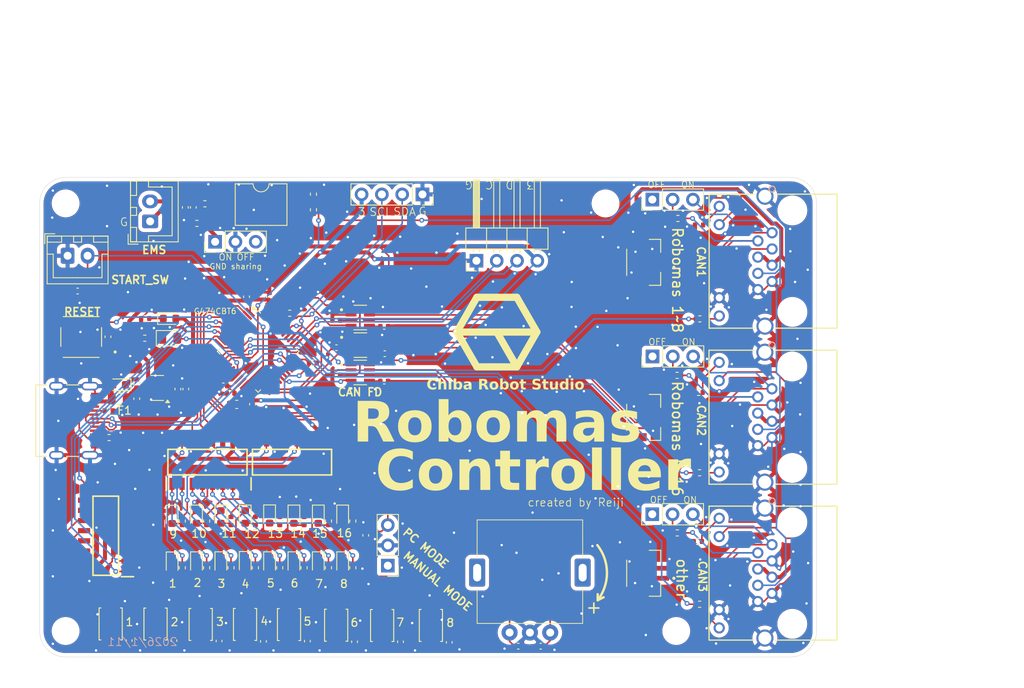
<source format=kicad_pcb>
(kicad_pcb (version 20241229) (generator "pcbnew") (generator_version "9.0")
  (layers (0 "F.Cu" signal) (2 "B.Cu" signal) (13 "F.Paste" user) (15 "B.Paste" user) (5 "F.SilkS" user "F.Silkscreen") (7 "B.SilkS" user "B.Silkscreen") (1 "F.Mask" user) (3 "B.Mask" user) (25 "Edge.Cuts" user))
  (net 0 "")
  (net 2 "GND")
  (net 3 "Net-(D17-K)")
  (net 4 "Net-(J1-Pad10)")
  (net 5 "3.3V")
  (net 6 "EMS")
  (net 7 "Net-(J15-Pin_3)")
  (net 8 "Net-(J12-Pin_1)")
  (net 9 "Net-(J2-Pad10)")
  (net 10 "Net-(J12-Pin_2)")
  (net 11 "Net-(D1-A)")
  (net 12 "Net-(D2-A)")
  (net 13 "Net-(D3-A)")
  (net 14 "Net-(U1-VDDA)")
  (net 15 "Net-(U1-PG10)")
  (net 16 "5V")
  (net 17 "Net-(J6-Pin_2)")
  (net 18 "Net-(J6-Pin_1)")
  (net 19 "Net-(J1-Pad11)")
  (net 20 "Net-(J13-Pin_2)")
  (net 21 "Net-(J13-Pin_1)")
  (net 22 "Net-(J14-Pin_2)")
  (net 23 "Net-(J3-Pad10)")
  (net 24 "Net-(J10-Pin_3)")
  (net 26 "Net-(J8-Pin_2)")
  (net 27 "Net-(J2-Pad11)")
  (net 28 "Net-(J9-Pin_2)")
  (net 30 "Net-(J10-Pin_2)")
  (net 32 "Net-(J11-CC1)")
  (net 34 "Net-(J3-Pad11)")
  (net 36 "Net-(J11-CC2)")
  (net 37 "SWDIO")
  (net 38 "SWCLK")
  (net 39 "USB_DM")
  (net 40 "CAN1_LED")
  (net 41 "USB_DP")
  (net 43 "Net-(J7-Pin_1)")
  (net 44 "Net-(R3-Pad2)")
  (net 45 "CAN1_RX")
  (net 46 "CAN2_TX")
  (net 47 "CAN3_RX")
  (net 48 "CAN2_LED")
  (net 52 "CAN3_LED")
  (net 53 "I2C_SCL")
  (net 56 "SW_Output7")
  (net 58 "CAN3_TX")
  (net 59 "SW_ClockPulse")
  (net 60 "SW_ParallelLoad")
  (net 63 "I2C_SDA")
  (net 67 "CAN1_TX")
  (net 69 "CAN2_RX")
  (net 70 "Net-(D4-A)")
  (net 71 "Net-(D5-A)")
  (net 72 "Net-(D6-A)")
  (net 73 "Net-(D7-A)")
  (net 74 "Net-(D8-A)")
  (net 75 "Net-(D9-A)")
  (net 76 "Net-(D10-A)")
  (net 77 "Net-(D11-A)")
  (net 78 "Net-(D12-A)")
  (net 79 "Net-(D13-A)")
  (net 80 "Net-(D14-A)")
  (net 81 "Net-(D15-A)")
  (net 82 "Net-(D16-A)")
  (net 83 "SRCLK")
  (net 84 "Net-(IC1-Q0)")
  (net 85 "RCLK")
  (net 86 "Net-(IC1-Q4)")
  (net 87 "Net-(IC1-Q7)")
  (net 88 "Net-(IC1-Q1)")
  (net 89 "Net-(IC1-Q5)")
  (net 90 "Net-(IC1-Q6)")
  (net 91 "Net-(IC1-Q3)")
  (net 92 "Net-(IC1-Q2)")
  (net 93 "SER")
  (net 94 "Net-(IC1-Q7S)")
  (net 95 "Net-(IC2-Q6)")
  (net 96 "Net-(IC2-Q5)")
  (net 97 "Net-(IC2-Q2)")
  (net 98 "Net-(IC2-Q3)")
  (net 99 "Net-(IC2-Q4)")
  (net 100 "Net-(IC2-Q0)")
  (net 101 "Net-(IC2-Q7)")
  (net 102 "Net-(IC2-Q1)")
  (net 103 "Net-(U4-D0)")
  (net 104 "Net-(U4-D1)")
  (net 105 "Net-(U4-D2)")
  (net 106 "Net-(U4-D3)")
  (net 107 "Net-(U4-D4)")
  (net 108 "Net-(U4-D5)")
  (net 109 "Net-(U4-D6)")
  (net 110 "Net-(U4-D7)")
  (net 112 "B_conne")
  (net 113 "A_conne")
  (net 114 "Net-(D18-A)")
  (net 115 "Net-(D18-K)")
  (net 116 "Net-(D19-K)")
  (net 117 "VBUS")
  (net 118 "Start_button")
  (footprint "Resistor_SMD:R_0402_1005Metric" (layer "F.Cu") (at 48.942 73.834 -90)
    (property "Reference" "R11" (hide yes))
    (property "Value" "1k")
  )
  (footprint "Capacitor_SMD:C_0402_1005Metric" (layer "F.Cu") (at 87.6898 83.6523 180)
    (property "Reference" "C29" (hide yes))
    (property "Value" "10n")
  )
  (footprint "Capacitor_SMD:C_0603_1608Metric" (layer "F.Cu") (at 49.6622 53.3972 180)
    (property "Reference" "FB1" (hide yes))
    (property "Value" "FerriteBead_Small")
  )
  (footprint "Resistor_SMD:R_0402_1005Metric" (layer "F.Cu") (at 55.038 67.992 -90)
    (property "Reference" "R21" (hide yes))
    (property "Value" "1k")
  )
  (footprint "Resistor_SMD:R_0402_1005Metric" (layer "F.Cu") (at 107.35 70.55 180)
    (property "Reference" "R8" (hide yes))
    (property "Value" "1.5k")
  )
  (footprint "Connector_PinHeader_2.54mm:PinHeader_1x03_P2.54mm_Vertical" (layer "F.Cu") (at 101.659 27.772 90)
    (property "Reference" "J8" (hide yes))
    (property "Value" "Conn_01x03_Pin")
  )
  (footprint "MountingHole:MountingHole_3mm" (layer "F.Cu") (at 28.25 28.25)
    (property "Reference" "REF**" (hide yes))
    (property "Value" "MountingHole_3mm")
  )
  (footprint "Resistor_SMD:R_0402_1005Metric" (layer "F.Cu") (at 59.255 29.05 90)
    (property "Reference" "R29" (hide yes))
    (property "Value" "20k")
  )
  (footprint "Resistor_SMD:R_0402_1005Metric" (layer "F.Cu") (at 42.846 73.834 -90)
    (property "Reference" "R9" (hide yes))
    (property "Value" "1k")
  )
  (footprint "AAA:rotary_encoder" (layer "F.Cu") (at 86.3398 74.4468)
    (property "Reference" "SW10" (hide yes))
    (property "Value" "RotaryEncoder")
  )
  (footprint "Capacitor_SMD:C_0402_1005Metric" (layer "F.Cu") (at 68.112 43.6304)
    (property "Reference" "C22" (hide yes))
    (property "Value" "100n")
  )
  (footprint "Capacitor_SMD:C_0402_1005Metric" (layer "F.Cu") (at 70.15 83.1 90)
    (property "Reference" "C19" (hide yes))
    (property "Value" "100n")
  )
  (footprint "AAA:SW_TS-1088-AR02016" (layer "F.Cu") (at 50.7 80.928 90)
    (property "Reference" "SW5" (hide yes))
    (property "Value" "SW_Push")
  )
  (footprint "AAA:SW_TS-1088-AR02016" (layer "F.Cu") (at 56.2 80.942 90)
    (property "Reference" "SW6" (hide yes))
    (property "Value" "SW_Push")
  )
  (footprint "AAA:SOT65P280X110-8N" (layer "F.Cu") (at 65.112 42.5304)
    (property "Reference" "U5" (hide yes))
    (property "Value" "TCAN1044VDDFRQ1")
  )
  (footprint "Package_TO_SOT_SMD:SOT-23-3" (layer "F.Cu") (at 39.7054 51.3398 180)
    (property "Reference" "U3" (hide yes))
    (property "Value" "XC6206PxxxMR")
  )
  (footprint "Connector_JST:JST_XH_B2B-XH-A_1x02_P2.50mm_Vertical" (layer "F.Cu") (at 28.5 34.8)
    (property "Reference" "J16" (hide yes))
    (property "Value" "Conn_01x02_Socket")
  )
  (footprint "Capacitor_SMD:C_0402_1005Metric" (layer "F.Cu") (at 84.8898 83.6523)
    (property "Reference" "C28" (hide yes))
    (property "Value" "10n")
  )
  (footprint "Resistor_SMD:R_0402_1005Metric" (layer "F.Cu") (at 42.846 67.992 -90)
    (property "Reference" "R17" (hide yes))
    (property "Value" "1k")
  )
  (footprint "LED_SMD:LED_0603_1608Metric" (layer "F.Cu") (at 41.576 67.5095 -90)
    (property "Reference" "D9" (hide yes))
    (property "Value" "Yellow")
  )
  (footprint "Capacitor_SMD:C_0402_1005Metric" (layer "F.Cu") (at 43.225 28.75 -90)
    (property "Reference" "C12" (hide yes))
    (property "Value" "1n")
  )
  (footprint "Fuse:Fuse_0805_2012Metric" (layer "F.Cu") (at 34.9607 52.6982)
    (property "Reference" "F1")
    (property "Value" "Polyfuse")
  )
  (footprint "Capacitor_SMD:C_0402_1005Metric" (layer "F.Cu") (at 36.2 82.95 90)
    (property "Reference" "C13" (hide yes))
    (property "Value" "100n")
  )
  (footprint "LED_SMD:LED_0603_1608Metric" (layer "F.Cu") (at 59.864 73.326 -90)
    (property "Reference" "D7" (hide yes))
    (property "Value" "Yellow")
  )
  (footprint "Resistor_SMD:R_0402_1005Metric" (layer "F.Cu") (at 33.6376 54.1968 180)
    (property "Reference" "R2" (hide yes))
    (property "Value" "5.1k")
  )
  (footprint "Capacitor_SMD:C_0402_1005Metric" (layer "F.Cu") (at 47.9858 51.0858 180)
    (property "Reference" "C4" (hide yes))
    (property "Value" "100n")
  )
  (footprint "Connector_PinHeader_2.54mm:PinHeader_1x03_P2.54mm_Vertical" (layer "F.Cu") (at 46.955 33.05 90)
    (property "Reference" "J7" (hide yes))
    (property "Value" "Conn_01x03_Pin")
  )
  (footprint "Capacitor_SMD:C_0402_1005Metric" (layer "F.Cu") (at 42.2962 51.4781 -90)
    (property "Reference" "C10" (hide yes))
    (property "Value" "1u")
  )
  (footprint "Resistor_SMD:R_0402_1005Metric" (layer "F.Cu") (at 45.894 73.834 -90)
    (property "Reference" "R10" (hide yes))
    (property "Value" "1k")
  )
  (footprint "AAA:SW_TS-1088-AR02016" (layer "F.Cu") (at 73.95 81.05 90)
    (property "Reference" "SW9" (hide yes))
    (property "Value" "SW_Push")
  )
  (footprint "LED_SMD:LED_0603_1608Metric" (layer "F.Cu") (at 62.912 67.484 -90)
    (property "Reference" "D16" (hide yes))
    (property "Value" "Yellow")
  )
  (footprint "AAA:SOIC127P600X175-16N" (layer "F.Cu") (at 46 60.6255 90)
    (property "Reference" "IC1" (hide yes))
    (property "Value" "74HC595D")
  )
  (footprint "Resistor_SMD:R_0402_1005Metric" (layer "F.Cu") (at 58.086 67.992 -90)
    (property "Reference" "R22" (hide yes))
    (property "Value" "1k")
  )
  (footprint "Resistor_SMD:R_0402_1005Metric" (layer "F.Cu") (at 61.134 67.992 -90)
    (property "Reference" "R23" (hide yes))
    (property "Value" "1k")
  )
  (footprint "Capacitor_SMD:C_0402_1005Metric" (layer "F.Cu") (at 50.886998 39.926338 90)
    (property "Reference" "C8" (hide yes))
    (property "Value" "1u")
  )
  (footprint "Resistor_SMD:R_0402_1005Metric" (layer "F.Cu") (at 37.1516 50.781 90)
    (property "Reference" "R35" (hide yes))
    (property "Value" "100")
  )
  (footprint "Resistor_SMD:R_0402_1005Metric" (layer "F.Cu") (at 33.6884 57.5496)
    (property "Reference" "R1" (hide yes))
    (property "Value" "5.1k")
  )
  (footprint "AAA:SOIC127P600X175-16N" (layer "F.Cu") (at 56.575 60.6255 90)
    (property "Reference" "IC2" (hide yes))
    (property "Value" "74HC595D")
  )
  (footprint "Resistor_SMD:R_0402_1005Metric" (layer "F.Cu") (at 107.5 30.95 180)
    (property "Reference" "R6" (hide yes))
    (property "Value" "1.5k")
  )
  (footprint "Resistor_SMD:R_0402_1005Metric" (layer "F.Cu") (at 56.2928 41.9926)
    (property "Reference" "R5" (hide yes))
    (property "Value" "10k")
  )
  (footprint "AAA:SW_TS-1088-AR02016" (layer "F.Cu") (at 67.85 81.064 90)
    (property "Reference" "SW8" (hide yes))
    (property "Value" "SW_Push")
  )
  (footprint "AAA:RJ45_LAN_port" (layer "F.Cu") (at 116.639 31.922 90)
    (property "Reference" "J1" (hide yes))
    (property "Value" "RJ45_LED_Shielded" (hide yes))
  )
  (footprint "AAA:AMPHENOL_10155435-00011LF" (layer "F.Cu") (at 27.1186 55.4292 -90)
    (property "Reference" "J11" (hide yes))
    (property "Value" "10155435-00011LF")
  )
  (footprint "Resistor_SMD:R_0402_1005Metric" (layer "F.Cu") (at 44.675 30.75)
    (property "Reference" "R4" (hide yes))
    (property "Value" "0")
  )
  (footprint "AAA:JST_BM02B-GHS-TBT_LF__SN_" (layer "F.Cu") (at 99.55 35.625 -90)
    (property "Reference" "J12" (hide yes))
    (property "Value" "Conn_01x02_Pin")
  )
  (footprint "Package_DIP:SMDIP-4_W9.53mm" (layer "F.Cu") (at 52.705 28.4)
    (property "Reference" "U2" (hide yes))
    (property "Value" "LTV-817S")
  )
  (footprint "Resistor_SMD:R_0402_1005Metric" (layer "F.Cu") (at 104.8564 30.1308 180)
    (property "Reference" "R25" (hide yes))
    (property "Value" "120")
  )
  (footprint "MountingHole:MountingHole_3mm" (layer "F.Cu") (at 28.25 81.75)
    (property "Reference" "REF**" (hide yes))
    (property "Value" "MountingHole_3mm")
  )
  (footprint "Capacitor_SMD:C_0402_1005Metric" (layer "F.Cu") (at 62.112 49.7304 180)
    (property "Reference" "C25" (hide yes))
    (property "Value" "100n")
  )
  (footprint "Resistor_SMD:R_0402_1005Metric" (layer "F.Cu") (at 64.182 73.834 -90)
    (property "Reference" "R16" (hide yes))
    (property "Value" "1k")
  )
  (footprint "Resistor_SMD:R_0402_1005Metric" (layer "F.Cu") (at 38.2024 42.653 180)
    (property "Reference" "R33" (hide yes))
    (property "Value" "470k")
  )
  (footprint "AAA:RJ45_LAN_port" (layer "F.Cu") (at 116.623 51.444 90)
    (property "Reference" "J2" (hide yes))
    (property "Value" "RJ45_LED_Shielded" (hide yes))
  )
  (footprint "LED_SMD:LED_0603_1608Metric" (layer "F.Cu") (at 47.672 67.484 -90)
    (property "Reference" "D11" (hide yes))
    (property "Value" "Yellow")
  )
  (footprint "Capacitor_SMD:C_0402_1005Metric" (layer "F.Cu") (at 62.132 46.3054 180)
    (property "Reference" "C23" (hide yes))
    (property "Value" "100n")
  )
  (footprint "Capacitor_SMD:C_0402_1005Metric" (layer "F.Cu") (at 47.45 83 90)
    (property "Reference" "C15" (hide yes))
    (property "Value" "100n")
  )
  (footprint "LED_SMD:LED_0603_1608Metric" (layer "F.Cu") (at 44.624 73.326 -90)
    (property "Reference" "D2" (hide yes))
    (property "Value" "Yellow")
  )
  (footprint "LED_SMD:LED_0603_1608Metric" (layer "F.Cu") (at 56.816 67.484 -90)
    (property "Reference" "D14" (hide yes))
    (property "Value" "Yellow")
  )
  (footprint "Capacitor_SMD:C_0402_1005Metric" (layer "F.Cu") (at 37.1516 52.686 -90)
    (property "Reference" "C9" (hide yes))
    (property "Value" "1u")
  )
  (footprint "LED_SMD:LED_0603_1608Metric" (layer "F.Cu") (at 47.672 73.326 -90)
    (property "Reference" "D3" (hide yes))
    (property "Value" "Yellow")
  )
  (footprint "AAA:SOT65P280X110-8N" (layer "F.Cu") (at 65.132 45.9804)
    (property "Reference" "U6" (hide yes))
    (property "Value" "TCAN1044VDDFRQ1")
  )
  (footprint "Capacitor_SMD:C_0402_1005Metric" (layer "F.Cu") (at 44.225 28.75 -90)
    (property "Reference" "C11" (hide yes))
    (property "Value" "100n")
  )
  (footprint "Connector_PinSocket_2.54mm:PinSocket_1x04_P2.54mm_Vertical" (layer "F.Cu") (at 72.9 27.125 -90)
    (property "Reference" "J5" (hide yes))
    (property "Value" "Conn_01x04_Socket")
  )
  (footprint "Capacitor_SMD:C_0402_1005Metric" (layer "F.Cu") (at 41.8 82.95 90)
    (property "Reference" "C14" (hide yes))
    (property "Value" "100n")
  )
  (footprint "Resistor_SMD:R_0402_1005Metric" (layer "F.Cu") (at 59.255 27.1 90)
    (property "Reference" "R28" (hide yes))
    (property "Value" "10k")
  )
  (footprint "MountingHole:MountingHole_3mm" (layer "F.Cu") (at 95.8 28.25)
    (property "Reference" "REF**" (hide yes))
    (property "Value" "MountingHole_3mm")
  )
  (footprint "Resistor_SMD:R_0402_1005Metric" (layer "F.Cu") (at 104.7802 69.4754 180)
    (property "Reference" "R27" (hide yes))
    (property "Value" "120")
  )
  (footprint "LED_SMD:LED_0603_1608Metric" (layer "F.Cu") (at 44.624 67.484 -90)
    (property "Reference" "D10" (hide yes))
    (property "Value" "Yellow")
  )
  (footprint "AAA:SOIC127P600X175-16N" (layer "F.Cu") (at 33.2734 69.831 180)
    (property "Reference" "U4" (hide yes))
    (property "Value" "74HC165D")
  )
  (footprint "AAA:RJ45_LAN_port" (layer "F.Cu") (at 116.628 70.95 90)
    (property "Reference" "J3" (hide yes))
    (property "Value" "RJ45_LED_Shielded" (hide yes))
  )
  (footprint "AAA:SW_TS-1088-AR02016" (layer "F.Cu") (at 62.1 81.028 90)
    (property "Reference" "SW7" (hide yes))
    (property "Value" "SW_Push")
  )
  (footprint "Resistor_SMD:R_0402_1005Metric" (layer "F.Cu") (at 58.086 73.836 -90)
    (property "Reference" "R14" (hide yes))
    (property "Value" "1k")
  )
  (footprint "LED_SMD:LED_0603_1608Metric" (layer "F.Cu") (at 50.72 67.484 -90)
    (property "Reference" "D12" (hide yes))
    (property "Value" "Yellow")
  )
  (footprint "Capacitor_SMD:C_0402_1005Metric" (layer "F.Cu") (at 53 83.05 90)
    (property "Reference" "C16" (hide yes))
    (property "Value" "100n")
  )
  (footprint "Resistor_SMD:R_0402_1005Metric" (layer "F.Cu") (at 48.942 67.992 -90)
    (property "Reference" "R19" (hide yes))
    (property "Value" "1k")
  )
  (footprint "Connector_PinHeader_2.54mm:PinHeader_1x03_P2.54mm_Vertical" (layer "F.Cu") (at 101.648 67.14 90)
    (property "Reference" "J10" (hide yes))
    (property "Value" "Conn_01x03_Pin")
  )
  (footprint "Resistor_SMD:R_0402_1005Metric" (layer "F.Cu") (at 64.182 67.992 -90)
    (property "Reference" "R24" (hide yes))
    (property "Value" "1k")
  )
  (footprint "LED_SMD:LED_0603_1608Metric" (layer "F.Cu") (at 53.768 73.328 -90)
    (property "Reference" "D5" (hide yes))
    (property "Value" "Yellow")
  )
  (footprint "Resistor_SMD:R_0402_1005Metric" (layer "F.Cu") (at 51.99 73.836 -90)
    (property "Reference" "R12" (hide yes))
    (property "Value" "1k")
  )
  (footprint "Resistor_SMD:R_0402_1005Metric" (layer "F.Cu") (at 107.578 78.4 180)
    (property "Reference" "R32" (hide yes))
    (property "Value" "1k")
  )
  (footprint "Capacitor_SMD:C_0402_1005Metric" (layer "F.Cu") (at 53.736998 39.926338 90)
    (property "Reference" "C3" (hide yes))
    (property "Value" "100n")
  )
  (footprint "Resistor_SMD:R_0402_1005Metric" (layer "F.Cu") (at 107.5742 61.95 180)
    (property "Reference" "R31" (hide yes))
    (property "Value" "1k")
  )
  (footprint "Package_QFP:LQFP-48_7x7mm_P0.5mm" (layer "F.Cu") (at 52.336998 46.776338 -45)
    (property "Reference" "U1" (hide yes))
    (property "Value" "STM32G474CBTx")
  )
  (footprint "Capacitor_SMD:C_0402_1005Metric" (layer "F.Cu") (at 65.8 69.7802 -90)
    (property "Reference" "C27" (hide yes))
    (property "Value" "100n")
  )
  (footprint "Capacitor_SMD:C_0402_1005Metric" (layer "F.Cu") (at 59.186998 48.226338)
    (property "Reference" "C1" (hide yes))
    (property "Value" "100n")
  )
  (footprint "Connector_JST:JST_XH_B2B-XH-A_1x02_P2.50mm_Vertical" (layer "F.Cu") (at 38.825 30.5 90)
    (property "Reference" "J6" (hide yes))
    (property "Value" "Conn_01x02_Socket")
  )
  (footprint "Capacitor_SMD:C_0402_1005Metric" (layer "F.Cu") (at 51.636998 53.376338 -90)
    (property "Reference" "C2" (hide yes))
    (property "Value" "100n")
  )
  (footprint "Capacitor_SMD:C_0402_1005Metric" (layer "F.Cu") (at 62.112 42.8804 180)
    (property "Reference" "C21" (hide yes))
    (property "Value" "100n")
  )
  (footprint "AAA:JST_BM02B-GHS-TBT_LF__SN_" (layer "F.Cu") (at 99.55 55.025 -90)
    (property "Reference" "J13" (hide yes))
    (property "Value" "Conn_01x02_Pin")
  )
  (footprint "Resistor_SMD:R_0402_1005Metric" (layer "F.Cu") (at 104.7548 49.765 180)
    (property "Reference" "R26" (hide yes))
    (property "Value" "120")
  )
  (footprint "LED_SMD:LED_0603_1608Metric" (layer "F.Cu") (at 53.768 67.4585 -90)
    (property "Reference" "D13" (hide yes))
    (property "Value" "Yellow")
  )
  (footprint "Capacitor_SMD:C_0402_1005Metric" (layer "F.Cu") (at 68.182 47.0554)
    (property "Reference" "C24" (hide yes))
    (property "Value" "100n")
  )
  (footprint "AAA:SW_TS-1088-AR02016" (layer "F.Cu") (at 45.15 80.928 90)
    (property "Reference" "SW4" (hide yes))
    (property "Value" "SW_Push")
  )
  (footprint "Resistor_SMD:R_0402_1005Metric" (layer "F.Cu") (at 55.038 73.836 -90)
    (property "Reference" "R13" (hide yes))
    (property "Value" "1k")
  )
  (footprint "MountingHole:MountingHole_3mm" (layer "F.Cu") (at 104.65 81.75)
    (property "Reference" "REF**" (hide yes))
    (property "Value" "MountingHole_3mm")
  )
  (footprint "Capacitor_SMD:C_0402_1005Metric" (layer "F.Cu") (at 33.5485 44.9364 -90)
    (property "Reference" "C7" (hide yes))
    (property "Value" "100n")
  )
  (footprint "LED_SMD:LED_0603_1608Metric" (layer "F.Cu") (at 62.912 73.326 -90)
    (property "Reference" "D8" (hide yes))
    (property "Value" "Yellow")
  )
  (footprint "AAA:SW_TS-1088-AR02016" (layer "F.Cu") (at 33.886 80.864 90)
    (property "Reference" "SW2" (hide yes))
    (property "Value" "SW_Push")
  )
  (footprint "Resistor_SMD:R_0402_1005Metric" (layer "F.Cu") (at 51.99 67.992 -90)
    (property "Reference" "R20" (hide yes))
    (property "Value" "1k")
  )
  (footprint "LED_SMD:LED_0603_1608Metric" (layer "F.Cu") (at 41.2524 42.653)
    (property "Reference" "D17" (hide yes))
    (property "Value" "Red")
  )
  (footprint "AAA:SOT65P280X110-8N" (layer "F.Cu") (at 65.112 49.4054)
    (property "Reference" "U7" (hide yes))
    (property "Value" "TCAN1044VDDFRQ1")
  )
  (footprint "AAA:SW_TS-1187A-B-A-B" (layer "F.Cu") (at 30.1985 44.9644 180)
    (property "Reference" "SW1" (hide yes))
    (property "Value" "SW_Push")
  )
  (footprint "Connector_PinHeader_2.54mm:PinHeader_1x04_P2.54mm_Horizontal" (layer "F.Cu") (at 79.65 35.425 90)
    (property "Reference" "J4" (hide yes))
    (property "Value" "Conn_01x04_Pin")
  )
  (footprint "Capacitor_SMD:C_0402_1005Metric" (layer "F.Cu") (at 48.9002 52.0256 180)
    (property "Reference" "C5" (hide yes))
    (property "Value" "1u")
  )
  (footprint "Connector_PinHeader_2.54mm:PinHeader_1x03_P2.54mm_Vertical" (layer "F.Cu") (at 68.561 73.5752 180)
    (property "Reference" "J15" (hide yes))
    (property "Value" "Conn_01x03_Pin")
  )
  (footprint "Capacitor_SMD:C_0402_1005Metric" (layer "F.Cu") (at 58.5 83.02 90)
    (property "Reference" "C17" (hide yes))
    (property "Value" "100n")
  )
  (footprint "LED_SMD:LED_0603_1608Metric" (layer "F.Cu") (at 56.816 73.328 -90)
    (property "Reference" "D6" (hide yes))
    (property "Value" "Yellow")
  )
  (footprint "Capacitor_SMD:C_0402_1005Metric" (layer "F.Cu") (at 29.75 39.215 180)
    (property "Reference" "C30" (hide yes))
    (property "Value" "100n")
  )
  (footprint "Resistor_SMD:R_0402_1005Metric" (layer "F.Cu") (at 107.6 42.7 180)
    (property "Reference" "R30" (hide yes))
    (property "Value" "1k")
  )
  (footprint "Capacitor_SMD:C_0402_1005Metric" (layer "F.Cu") (at 64.4 83.1 90)
    (property "Reference" "C18" (hide yes))
    (property "Value" "100n")
  )
  (footprint "Resistor_SMD:R_0402_1005Metric" (layer "F.Cu") (at 45.894 67.992 -90)
    (property "Reference" "R18" (hide yes))
    (property "Value" "1k")
  )
  (footprint "LED_SMD:LED_0603_1608Metric" (layer "F.Cu") (at 34.9482 50.9482 180)
    (property "Reference" "D19" (hide yes))
    (property "Value" "Yellow")
  )
  (footprint "Resistor_SMD:R_0402_1005Metric" (layer "F.Cu") (at 38.156 45.1168 180)
    (property "Reference" "R34" (hide yes))
    (property "Value" "470")
  )
  (footprint "AAA:JST_BM02B-GHS-TBT_LF__SN_" (layer "F.Cu") (at 99.55 74.525 -90)
    (property "Reference" "J14" (hide yes))
    (property "Value" "Conn_01x02_Pin")
  )
  (footprint "Capacitor_SMD:C_0402_1005Metric" (layer "F.Cu") (at 76.25 83.17 90)
    (property "Reference" "C20" (hide yes))
    (property "Value" "100n")
  )
  (footprint "Resistor_SMD:R_0402_1005Metric" (layer "F.Cu") (at 45.675 28.3)
    (property "Reference" "R3" (hide yes))
    (property "Value" "1.5k")
  )
  (footprint "LED_SMD:LED_0603_1608Metric" (layer "F.Cu") (at 50.72 73.294 -90)
    (property "Reference" "D4" (hide yes))
    (property "Value" "Yellow")
  )
  (footprint "Capacitor_SMD:C_0402_1005Metric" (layer "F.Cu") (at 43.2868 51.4781 -90)
    (property "Reference" "C6" (hide yes))
    (property "Value" "4.7u")
  )
  (footprint "LED_SMD:LED_0603_1608Metric" (layer "F.Cu") (at 59.864 67.484 -90)
    (property "Reference" "D15" (hide yes))
    (property "Value" "Yellow")
  )
  (footprint "LED_SMD:LED_0805_2012Metric" (layer "F.Cu") (at 41.2802 45.1168)
    (property "Reference" "D18" (hide yes))
    (property "Value" "Green")
  )
  (footprint "Resistor_SMD:R_0402_1005Metric" (layer "F.Cu") (at 107.45 51.9 180)
    (property "Reference" "R7" (hide yes))
    (property "Value" "1.5k")
  )
  (footprint "Connector_PinHeader_2.54mm:PinHeader_1x03_P2.54mm_Vertical" (layer "F.Cu") (at 101.682 47.398 90)
    (property "Reference" "J9" (hide yes))
    (property "Value" "Conn_01x03_Pin")
  )
  (footprint "AAA:SW_TS-1088-AR02016" (layer "F.Cu") (at 39.5 80.878 90)
    (property "Reference" "SW3" (hide yes))
    (property "Value" "SW_Push")
  )
  (footprint "Resistor_SMD:R_0402_1005Metric" (layer "F.Cu") (at 61.134 73.834 -90)
    (property "Reference" "R15" (hide yes))
    (property "Value" "1k")
  )
  (footprint "Capacitor_SMD:C_0402_1005Metric" (layer "F.Cu") (at 68.112 50.4804)
    (property "Reference" "C26" (hide yes))
    (property "Value" "100n")
  )
  (footprint "LED_SMD:LED_0603_1608Metric" (layer "F.Cu") (at 41.576 73.3515 -90)
    (property "Reference" "D1" (hide yes))
    (property "Value" "Yellow")
  )
  (gr_line (start 84.7 40) (end 87.2 44.330127) (stroke (width 0.9)) (layer "F.SilkS"))
  (gr_line (start 84.7 48.7) (end 87.2 44.35) (stroke (width 0.9)) (layer "F.SilkS"))
  (gr_line (start 82.2 44.35) (end 84.7 48.7) (stroke (width 0.9)) (layer "F.SilkS"))
  (gr_line (start 82.2 44.35) (end 87.2 44.35) (stroke (width 0.9)) (layer "F.SilkS"))
  (gr_line (start 79.7 48.7) (end 84.7 48.7) (stroke (width 0.9)) (layer "F.SilkS"))
  (gr_line (start 79.7 39.997114) (end 84.7 39.997114) (stroke (width 0.9)) (layer "F.SilkS"))
  (gr_line (start 94.3408 79.4957) (end 94.3408 78.2511) (stroke (width 0.2)) (layer "F.SilkS"))
  (gr_arc (start 94.772599 70.999401) (mid 95.977981 74.441228) (end 94.819176 77.899015) (stroke (width 0.3)) (layer "F.SilkS"))
  (gr_line (start 93.7185 78.8734) (end 94.9631 78.8734) (stroke (width 0.2)) (layer "F.SilkS"))
  (gr_line (start 77.2 44.330127) (end 79.7 40) (stroke (width 0.9)) (layer "F.SilkS"))
  (gr_line (start 77.2 44.35) (end 82.2 44.35) (stroke (width 0.9)) (layer "F.SilkS"))
  (gr_line (start 77.2 44.35) (end 79.7 48.680127) (stroke (width 0.9)) (layer "F.SilkS"))
  (gr_line (start 94.819176 77.899015) (end 95.56 77.5272) (stroke (width 0.3)) (layer "F.SilkS"))
  (gr_line (start 94.819176 77.899015) (end 94.8234 77.1462) (stroke (width 0.3)) (layer "F.SilkS"))
  (gr_arc (start 122.201903 81.751903) (mid 121.25 84.05) (end 118.951903 85.001903) (stroke (width 0.05)) (layer "Edge.Cuts"))
  (gr_line (start 28.25 25) (end 118.951903 24.998097) (stroke (width 0.05)) (layer "Edge.Cuts"))
  (gr_line (start 118.951903 85.001903) (end 28.25 85) (stroke (width 0.05)) (layer "Edge.Cuts"))
  (gr_arc (start 28.25 85) (mid 25.951903 84.048097) (end 25 81.75) (stroke (width 0.05)) (layer "Edge.Cuts"))
  (gr_arc (start 118.951903 24.998097) (mid 121.25 25.95) (end 122.201903 28.248097) (stroke (width 0.05)) (layer "Edge.Cuts"))
  (gr_line (start 122.201903 28.248097) (end 122.201903 81.751903) (stroke (width 0.05)) (layer "Edge.Cuts"))
  (gr_line (start 25 81.75) (end 25 28.25) (stroke (width 0.05)) (layer "Edge.Cuts"))
  (gr_arc (start 25 28.25) (mid 25.951903 25.951903) (end 28.25 25) (stroke (width 0.05)) (layer "Edge.Cuts"))
  (gr_text "G" (at 72.3444 29.826 0) (layer "F.SilkS") (effects (font (size 1 1) (thickness 0.1)) (justify left bottom)))
  (gr_text "OFF" (at 101.3 65.8 0) (layer "F.SilkS") (effects (font (size 0.8 0.8) (thickness 0.1)) (justify left bottom)))
  (gr_text "3" (at 47.173 76.4096 0) (layer "F.SilkS") (effects (font (size 1 1)) (justify left bottom)))
  (gr_text "4" (at 50.1702 76.4604 0) (layer "F.SilkS") (effects (font (size 1 1)) (justify left bottom)))
  (gr_text "Robomas" (at 64.15 58.9 0) (layer "F.SilkS") (effects (font (size 5 5) (thickness 0.5) (bold yes)) (justify left bottom)))
  (gr_text "7" (at 59.3904 76.435 0) (layer "F.SilkS") (effects (font (size 1 1)) (justify left bottom)))
  (gr_text "Controller" (at 67 64.95 0) (layer "F.SilkS") (effects (font (size 5 5) (thickness 0.5) (bold yes)) (justify left bottom)))
  (gr_text "15" (at 59.0094 70.1612 0) (layer "F.SilkS") (effects (font (size 1 1)) (justify left bottom)))
  (gr_text "Robomas 9~16" (at 104.0182 50.3492 270) (layer "F.SilkS") (effects (font (size 1.3 1.3) (thickness 0.2) (bold yes)) (justify left bottom)))
  (gr_text "9" (at 41.1278 70.2374 0) (layer "F.SilkS") (effects (font (size 1 1)) (justify left bottom)))
  (gr_text "5" (at 53.3452 76.3588 0) (layer "F.SilkS") (effects (font (size 1 1)) (justify left bottom)))
  (gr_text "5" (at 57.9426 81.134 0) (layer "F.SilkS") (effects (font (size 1 1)) (justify left bottom)))
  (gr_text "MANUAL MODE" (at 70.25 72.5 320) (layer "F.SilkS") (effects (font (size 1 1) (thickness 0.2) (bold yes)) (justify left bottom)))
  (gr_text "1" (at 41.077 76.3842 0) (layer "F.SilkS") (effects (font (size 1 1)) (justify left bottom)))
  (gr_text "CAN FD" (at 62.2 52.45 0) (layer "F.SilkS") (effects (font (size 1 1) (thickness 0.2) (bold yes)) (justify left bottom)))
  (gr_text "14" (at 56.2916 70.1358 0) (layer "F.SilkS") (effects (font (size 1 1)) (justify left bottom)))
  (gr_text "10" (at 43.8964 70.1612 0) (layer "F.SilkS") (effects (font (size 1 1)) (justify left bottom)))
  (gr_text "OFF" (at 101.012 26.39 0) (layer "F.SilkS") (effects (font (size 0.8 0.8) (thickness 0.1)) (justify left bottom)))
  (gr_text "C" (at 81.81 25.325 180) (layer "F.SilkS") (effects (font (size 1 1) (thickness 0.1)) (justify left bottom)))
  (gr_text "ON" (at 47.35 35.45 0) (layer "F.SilkS") (effects (font (size 0.8 0.8) (thickness 0.1)) (justify left bottom)))
  (gr_text "CAN2" (at 107.1932 53.3464 270) (layer "F.SilkS") (effects (font (size 1 1) (thickness 0.2) (bold yes)) (justify left bottom)))
  (gr_text "ON" (at 105.488 65.81 0) (layer "F.SilkS") (effects (font (size 0.8 0.8) (thickness 0.1)) (justify left bottom)))
  (gr_text "GND sharing" (at 46.2 36.55 0) (layer "F.SilkS") (effects (font (size 0.7 0.7) (thickness 0.1)) (justify left bottom)))
  (gr_text "12" (at 50.5258 70.1866 0) (layer "F.SilkS") (effects (font (size 1 1)) (justify left bottom)))
  (gr_text "Chiba Robot Studio" (at 73.4 51.75 0) (layer "F.SilkS") (effects (font (size 1.3 1.3) (thickness 0.25) (bold yes)) (justify left bottom)))
  (gr_text "SDA" (at 69.1948 29.8768 0) (layer "F.SilkS") (effects (font (size 1 1) (thickness 0.1)) (justify left bottom)))
  (gr_text "G" (at 34.981 31.1722 0) (layer "F.SilkS") (effects (font (size 1 1) (thickness 0.1)) (justify left bottom)))
  (gr_text "ON" (at 105.2 26.4 0) (layer "F.SilkS") (effects (font (size 0.8 0.8) (thickness 0.1)) (justify left bottom)))
  (gr_text "6" (at 56.317 76.3588 0) (layer "F.SilkS") (effects (font (size 1 1)) (justify left bottom)))
  (gr_text "16" (at 62.0828 70.085 0) (layer "F.SilkS") (effects (font (size 1 1)) (justify left bottom)))
  (gr_text "2" (at 44.1758 76.308 0) (layer "F.SilkS") (effects (font (size 1 1)) (justify left bottom)))
  (gr_text "2" (at 41.3056 81.2102 0) (layer "F.SilkS") (effects (font (size 1 1)) (justify left bottom)))
  (gr_text "CAN3" (at 107.3456 72.8536 270) (layer "F.SilkS") (effects (font (size 1 1) (thickness 0.2) (bold yes)) (justify left bottom)))
  (gr_text "CAN1" (at 107.1678 33.509 270) (layer "F.SilkS") (effects (font (size 1 1) (thickness 0.2) (bold yes)) (justify left bottom)))
  (gr_text "PC MODE" (at 70.2 69.55 320) (layer "F.SilkS") (effects (font (size 1 1) (thickness 0.2) (bold yes)) (justify left bottom)))
  (gr_text "G474CBT6" (at 44.25 42.15 0) (layer "F.SilkS") (effects (font (size 0.7 0.7) (thickness 0.1)) (justify left bottom)))
  (gr_text "OFF" (at 49.6 35.45 0) (layer "F.SilkS") (effects (font (size 0.8 0.8) (thickness 0.1)) (justify left bottom)))
  (gr_text "3" (at 86.89 25.325 180) (layer "F.SilkS") (effects (font (size 1 1) (thickness 0.1)) (justify left bottom)))
  (gr_text "1" (at 35.6668 81.2102 0) (layer "F.SilkS") (effects (font (size 1 1)) (justify left bottom)))
  (gr_text "ON" (at 105.3 46.05 0) (layer "F.SilkS") (effects (font (size 0.8 0.8) (thickness 0.1)) (justify left bottom)))
  (gr_text "G" (at 79.27 25.325 180) (layer "F.SilkS") (effects (font (size 1 1) (thickness 0.1)) (justify left bottom)))
  (gr_text "SCL" (at 66.1976 29.9022 0) (layer "F.SilkS") (effects (font (size 1 1) (thickness 0.1)) (justify left bottom)))
  (gr_text "created by Reiji" (at 86 66.25 0) (layer "F.SilkS") (effects (font (size 1 1) (thickness 0.1)) (justify left bottom)))
  (gr_text "8" (at 75.7988 81.3118 0) (layer "F.SilkS") (effects (font (size 1 1)) (justify left bottom)))
  (gr_text "13" (at 53.4468 70.1612 0) (layer "F.SilkS") (effects (font (size 1 1)) (justify left bottom)))
  (gr_text "6" (at 63.81 81.2864 0) (layer "F.SilkS") (effects (font (size 1 1)) (justify left bottom)))
  (gr_text "3" (at 64.7498 29.9022 0) (layer "F.SilkS") (effects (font (size 1 1) (thickness 0.1)) (justify left bottom)))
  (gr_text "4" (at 52.5324 81.1086 0) (layer "F.SilkS") (effects (font (size 1 1)) (justify left bottom)))
  (gr_text "EMS" (at 37.7 34.65 0) (layer "F.SilkS") (effects (font (size 1 1) (thickness 0.2) (bold yes)) (justify left bottom)))
  (gr_text "11" (at 47.6556 70.1358 0) (layer "F.SilkS") (effects (font (size 1 1)) (justify left bottom)))
  (gr_text "RESET" (at 27.9485 42.4144 0) (layer "F.SilkS") (effects (font (size 1 1) (thickness 0.2) (bold yes)) (justify left bottom)))
  (gr_text "OFF" (at 101.112 46.04 0) (layer "F.SilkS") (effects (font (size 0.8 0.8) (thickness 0.1)) (justify left bottom)))
  (gr_text "Robomas 1~8" (at 104.0436 31.1214 270) (layer "F.SilkS") (effects (font (size 1.3 1.3) (thickness 0.2) (bold yes)) (justify left bottom)))
  (gr_text "D" (at 84.35 25.325 180) (layer "F.SilkS") (effects (font (size 1 1) (thickness 0.1)) (justify left bottom)))
  (gr_text "START_SW" (at 33.85 38.4 0) (layer "F.SilkS") (effects (font (size 1 1) (thickness 0.2) (bold yes)) (justify left bottom)))
  (gr_text "3" (at 46.9952 81.1848 0) (layer "F.SilkS") (effects (font (size 1 1)) (justify left bottom)))
  (gr_text "8" (at 62.4892 76.435 0) (layer "F.SilkS") (effects (font (size 1 1)) (justify left bottom)))
  (gr_text "7" (at 69.5504 81.261 0) (layer "F.SilkS") (effects (font (size 1 1)) (justify left bottom)))
  (gr_text "other" (at 104.577 72.5742 270) (layer "F.SilkS") (effects (font (size 1.3 1.3) (thickness 0.2) (bold yes)) (justify left bottom)))
  (gr_text "2026/1/11" (at 42.2988 83.7 -0) (layer "B.SilkS") (effects (font (size 1 1) (thickness 0.1)) (justify left bottom mirror)))
  (segment (start 34.1476 54.1968) (end 34.8154 54.1968) (width 0.2) (layer "F.Cu") (net 2))
  (segment (start 67.5536 45.0054) (end 67.8486 44.7104) (width 0.2) (layer "F.Cu") (net 2))
  (segment (start 107.0662 29.1656) (end 107.9044 30.0038) (width 0.2) (layer "F.Cu") (net 2))
  (segment (start 99.3624 25.922) (end 113.75 25.922) (width 0.2) (layer "F.Cu") (net 2))
  (segment (start 47.45 83.48) (end 48.0712 83.48) (width 0.2) (layer "F.Cu") (net 2))
  (segment (start 47.6556 52.0256) (end 47.4524 51.8224) (width 0.2) (layer "F.Cu") (net 2))
  (segment (start 49.570443 49.896447) (end 50.7798 48.68709) (width 0.2) (layer "F.Cu") (net 2))
  (segment (start 117.918289 76.149311) (end 118.4454 75.6222) (width 0.2) (layer "F.Cu") (net 2))
  (segment (start 63.982 45.6554) (end 62.302 45.6554) (width 0.2) (layer "F.Cu") (net 2))
  (segment (start 56.87132 48.12868) (end 56.19 47.44736) (width 0.2) (layer "F.Cu") (net 2))
  (segment (start 56.816 66.6965) (end 56.041 67.4715) (width 0.2) (layer "F.Cu") (net 2))
  (segment (start 32.1108 71.8941) (end 32.1108 68.815) (width 0.2) (layer "F.Cu") (net 2))
  (segment (start 48.4202 52.0256) (end 47.6556 52.0256) (width 0.2) (layer "F.Cu") (net 2))
  (segment (start 35.5479 65.386) (end 34.3968 66.5371) (width 0.2) (layer "F.Cu") (net 2))
  (segment (start 68.662 47.0554) (end 71.5906 47.0554) (width 0.2) (layer "F.Cu") (net 2))
  (segment (start 55.94 57.9135) (end 55.94 58.351) (width 0.2) (layer "F.Cu") (net 2))
  (segment (start 48.0712 83.48) (end 48.7732 84.182) (width 0.2) (layer "F.Cu") (net 2))
  (segment (start 115.612 78.062) (end 114.85 78.062) (width 0.2) (layer "F.Cu") (net 2))
  (segment (start 105.4914 29.1656) (end 107.0662 29.1656) (width 0.2) (layer "F.Cu") (net 2))
  (segment (start 59.145 29.67) (end 59.255 29.56) (width 0.2) (layer "F.Cu") (net 2))
  (segment (start 63.962 49.0804) (end 62.282 49.0804) (width 0.2) (layer "F.Cu") (net 2))
  (segment (start 49.026036 50.440854) (end 48.150746 50.440854) (width 0.2) (layer "F.Cu") (net 2))
  (segment (start 60.0254 84.182) (end 60.3556 84.182) (width 0.2) (layer "F.Cu") (net 2))
  (segment (start 56.19 47.44736) (end 56.19 47.0726) (width 0.2) (layer "F.Cu") (net 2))
  (segment (start 32.4202 52.2242) (end 32.949 51.6954) (width 0.2) (layer "F.Cu") (net 2))
  (segment (start 66.282 45.0054) (end 67.5536 45.0054) (width 0.2) (layer "F.Cu") (net 2))
  (segment (start 31.9376 58.6292) (end 31.9376 59.1102) (width 0.2) (layer "F.Cu") (net 2))
  (segment (start 43.849 71.7635) (end 44.624 72.5385) (width 0.2) (layer "F.Cu") (net 2))
  (segment (start 76.0274 43.6182) (end 76.0152 43.6304) (width 0.2) (layer "F.Cu") (net 2))
  (segment (start 37.6924 42.653) (end 38.7846 41.5608) (width 0.2) (layer "F.Cu") (net 2))
  (segment (start 99.3446 25.9398) (end 99.3624 25.922) (width 0.2) (layer "F.Cu") (net 2))
  (segment (start 56.041 71.7655) (end 56.816 72.5405) (width 0.2) (layer "F.Cu") (net 2))
  (segment (start 57.139156 38.7922) (end 57.587 38.7922) (width 0.2) (layer "F.Cu") (net 2))
  (segment (start 52.993 71.7655) (end 53.768 72.5405) (width 0.2) (layer "F.Cu") (net 2))
  (segment (start 66.262 48.4304) (end 67.4306 48.4304) (width 0.2) (layer "F.Cu") (net 2))
  (segment (start 41.576 66.722) (end 40.801 67.497) (width 0.2) (layer "F.Cu") (net 2))
  (segment (start 31.9336 58.6292) (end 33.2026 58.6292) (width 0.2) (layer "F.Cu") (net 2))
  (segment (start 41.8 83.43) (end 42.357 83.43) (width 0.2) (layer "F.Cu") (net 2))
  (segment (start 57.47 29.67) (end 59.145 29.67) (width 0.2) (layer "F.Cu") (net 2))
  (segment (start 42.357 83.43) (end 43.109 84.182) (width 0.2) (layer "F.Cu") (net 2))
  (segment (start 44.624 66.6965) (end 43.849 67.4715) (width 0.2) (layer "F.Cu") (net 2))
  (segment (start 70.15 83.58) (end 71.3614 83.58) (width 0.2) (layer "F.Cu") (net 2))
  (segment (start 33.2026 58.6292) (end 33.3808 58.8074) (width 0.2) (layer "F.Cu") (net 2))
  (segment (start 60.9398 47.0176) (end 61.652 46.3054) (width 0.2) (layer "F.Cu") (net 2))
  (segment (start 48.7732 84.182) (end 54.2596 84.182) (width 0.2) (layer "F.Cu") (net 2))
  (segment (start 39.4768 49.7904) (end 39.4768 50.9237) (width 0.2) (layer "F.Cu") (net 2))
  (segment (start 31.6282 75.4952) (end 31.2218 75.4952) (width 0.2) (layer "F.Cu") (net 2))
  (segment (start 30.9989 73.006) (end 32.1108 71.8941) (width 0.2) (layer "F.Cu") (net 2))
  (segment (start 62.8035 66.6965) (end 61.905 65.798) (width 0.2) (layer "F.Cu") (net 2))
  (segment (start 57.1298 41.9926) (end 57.714 41.4084) (width 0.2) (layer "F.Cu") (net 2))
  (segment (start 113.75 25.922) (end 114.322 25.922) (width 0.2) (layer "F.Cu") (net 2))
  (segment (start 116.628 77.046) (end 115.612 78.062) (width 0.2) (layer "F.Cu") (net 2))
  (segment (start 62.302 45.6554) (end 61.652 46.3054) (width 0.2) (layer "F.Cu") (net 2))
  (segment (start 62.912 66.6965) (end 62.137 67.4715) (width 0.2) (layer "F.Cu") (net 2))
  (segment (start 53.6076 83.53) (end 54.2596 84.182) (width 0.2) (layer "F.Cu") (net 2))
  (segment (start 117.753311 76.149311) (end 117.918289 76.149311) (width 0.2) (layer "F.Cu") (net 2))
  (segment (start 61.7399 42.1577) (end 61.27 41.6878) (width 0.2) (layer "F.Cu") (net 2))
  (segment (start 77.526 84.055) (end 77.399 84.182) (width 0.2) (layer "F.Cu") (net 2))
  (segment (start 59.089 67.4715) (end 59.089 71.7635) (width 0.2) (layer "F.Cu") (net 2))
  (segment (start 80.8 43.45) (end 76.1956 43.45) (width 0.2) (layer "F.Cu") (net 2))
  (segment (start 51.742916 50.5524) (end 52.1768 50.5524) (width 0.2) (layer "F.Cu") (net 2))
  (segment (start 62.137 71.7635) (end 62.912 72.5385) (width 0.2) (layer "F.Cu") (net 2))
  (segment (start 60.3556 84.182) (end 65.8166 84.182) (width 0.2) (layer "F.Cu") (net 2))
  (segment (start 71.3614 83.58) (end 71.9634 84.182) (width 0.2) (layer "F.Cu") (net 2))
  (segment (start 116.623 57.54) (end 116.623 57.5056) (width 0.2) (layer "F.Cu") (net 2))
  (segment (start 116.639 38.0078) (end 117.277 37.3698) (width 0.2) (layer "F.Cu") (net 2))
  (segment (start 38.7148 46.1856) (end 37.646 45.1168) (width 0.2) (layer "F.Cu") (net 2))
  (segment (start 108.4886 27.5654) (end 111.0346 27.5654) (width 0.2) (layer "F.Cu") (net 2))
  (segment (start 40.801 71.789) (end 41.576 72.564) (width 0.2) (layer "F.Cu") (net 2))
  (segment (start 45.99 64.880029) (end 45.230029 65.64) (width 0.2) (layer "F.Cu") (net 2))
  (segment (start 34.3968 72.371) (end 34.0762 72.6916) (width 0.2) (layer "F.Cu") (net 2))
  (segment (start 58.317825 46.877165) (end 59.666998 48.226338) (width 0.2) (layer "F.Cu") (net 2))
  (segment (start 87.2098 83.6523) (end 85.3698 83.6523) (width 0.2) (layer "F.Cu") (net 2))
  (segment (start 76.0152 43.6304) (end 68.592 43.6304) (width 0.2) (layer "F.Cu") (net 2))
  (segment (start 40.801 67.497) (end 40.801 71.789) (width 0.2) (layer "F.Cu") (net 2))
  (segment (start 45.99 61.8662) (end 45.99 64.880029) (width 0.2) (layer "F.Cu") (net 2))
  (segment (start 36.8198 83.43) (end 37.5718 84.182) (width 0.2) (layer "F.Cu") (net 2))
  (segment (start 56.8028 41.9926) (end 57.1298 41.9926) (width 0.2) (layer "F.Cu") (net 2))
  (segment (start 67.4306 48.4304) (end 67.7216 48.1394) (width 0.2) (layer "F.Cu") (net 2))
  (segment (start 116.856622 77.046) (end 117.753311 76.149311) (width 0.2) (layer "F.Cu") (net 2))
  (segment (start 32.06 84.182) (end 37.5718 84.182) (width 0.2) (layer "F.Cu") (net 2))
  (segment (start 35.9854 65.386) (end 35.5479 65.386) (width 0.2) (layer "F.Cu") (net 2))
  (segment (start 65.2146 83.58) (end 65.8166 84.182) (width 0.2) (layer "F.Cu") (net 2))
  (segment (start 45.365 57.9135) (end 45.365 58.351) (width 0.2) (layer "F.Cu") (net 2))
  (segment (start 85.3698 82.9168) (end 86.3398 81.9468) (width 0.2) (layer "F.Cu") (net 2))
  (segment (start 62.413 39.3256) (end 59.8222 39.3256) (width 0.2) (layer "F.Cu") (net 2))
  (segment (start 46.897 71.7635) (end 47.672 72.5385) (width 0.2) (layer "F.Cu") (net 2))
  (segment (start 59.6736 83.5) (end 60.3556 84.182) (width 0.2) (layer "F.Cu") (net 2))
  (segment (start 47.5058 51.0858) (end 47.5058 51.769) (width 0.2) (layer "F.Cu") (net 2))
  (segment (start 111.0346 27.5654) (end 111.15 27.45) (width 0.2) (layer "F.Cu") (net 2))
  (segment (start 50.3988 61.6776) (end 50.3988 63.2913) (width 0.2) (layer "F.Cu") (net 2))
  (segment (start 47.5058 51.769) (end 47.4524 51.8224) (width 0.2) (layer "F.Cu") (net 2))
  (segment (start 116.623 53.476) (end 113.9978 53.476) (width 0.2) (layer "F.Cu") (net 2))
  (segment (start 61.632 42.2656) (end 61.7399 42.1577) (width 0.2) (layer "F.Cu") (net 2))
  (segment (start 34.8154 54.1968) (end 35.3366 54.718) (width 0.2) (layer "F.Cu") (net 2))
  (segment (start 53 83.53) (end 53.6076 83.53) (width 0.2) (layer "F.Cu") (net 2))
  (segment (start 59.864 66.6965) (end 59.864 66.3168) (width 0.2) (layer "F.Cu") (net 2))
  (segment (start 53.216262 53.856338) (end 53.3452 53.7274) (width 0.2) (layer "F.Cu") (net 2))
  (segment (start 115.607 58.556) (end 114.845 58.556) (width 0.2) (layer "F.Cu") (net 2))
  (segment (start 34.0762 73.0472) (end 31.6282 75.4952) (width 0.2) (layer "F.Cu") (net 2))
  (segment (start 62.912 66.6965) (end 62.8035 66.6965) (width 0.2) (layer "F.Cu") (net 2))
  (segment (start 47.672 66.6965) (end 46.897 67.4715) (width 0.2) (layer "F.Cu") (net 2))
  (segment (start 62.137 67.4715) (end 62.137 71.7635) (width 0.2) (layer "F.Cu") (net 2))
  (segment (start 85.3698 83.6523) (end 85.3698 82.9168) (width 0.2) (layer "F.Cu") (net 2))
  (segment (start 53.9294 48.7998) (end 53.9548 48.7998) (width 0.2) (layer "F.Cu") (net 2))
  (segment (start 61.652 46.3054) (end 61.652 46.0322) (width 0.2) (layer "F.Cu") (net 2))
  (segment (start 116.639 38.018) (end 115.623 39.034) (width 0.2) (layer "F.Cu") (net 2))
  (segment (start 39.4768 50.9237) (end 40.8429 52.2898) (width 0.2) (layer "F.Cu") (net 2))
  (segment (start 34.3968 66.5371) (end 34.3968 72.371) (width 0.2) (layer "F.Cu") (net 2))
  (segment (start 87.2098 82.8168) (end 87.2098 83.6523) (width 0.2) (layer "F.Cu") (net 2))
  (segment (start 116.623 57.54) (end 115.607 58.556) (width 0.2) (layer "F.Cu") (net 2))
  (segment (start 59.089 71.7635) (end 59.864 72.5385) (width 0.2) (layer "F.Cu") (net 2))
  (segment (start 43.109 84.182) (end 48.7732 84.182) (width 0.2) (layer "F.Cu") (net 2))
  (segment (start 48.150746 50.440854) (end 47.5058 51.0858) (width 0.2) (layer "F.Cu") (net 2))
  (segment (start 38.7148 46.4884) (end 38.7148 46.1856) (width 0.2) (layer "F.Cu") (net 2))
  (segment (start 56.816 66.6965) (end 56.816 65.2172) (width 0.2) (layer "F.Cu") (net 2))
  (segment (start 53.768 66.671) (end 52.993 67.446) (width 0.2) (layer "F.Cu") (net 2))
  (segment (start 61.652 46.0322) (end 61.27 45.6502) (width 0.2) (layer "F.Cu") (net 2))
  (segment (start 36.2 83.43) (end 36.8198 83.43) (width 0.2) (layer "F.Cu") (net 2))
  (segment (start 77.121 83.65) (end 77.526 84.055) (width 0.2) (layer "F.Cu") (net 2))
  (segment (start 116.639 33.954) (end 113.8612 33.954) (width 0.2) (layer "F.Cu") (net 2))
  (segment (start 110.013 40.072) (end 110.035 40.05) (width 0.2) (layer "F.Cu") (net 2))
  (segment (start 52.993 67.446) (end 52.993 71.7655) (width 0.2) (layer "F.Cu") (net 2))
  (segment (start 60.9398 47.5298) (end 60.9398 47.0176) (width 0.2) (layer "F.Cu") (net 2))
  (segment (start 45.230029 65.64) (end 44.379 65.64) (width 0.2) (layer "F.Cu") (net 2))
  (segment (start 62.9972 39.9098) (end 62.413 39.3256) (width 0.2) (layer "F.Cu") (net 2))
  (segment (start 61.632 42.8804) (end 61.632 42.2656) (width 0.2) (layer "F.Cu") (net 2))
  (segment (start 119.2836 72.0662) (end 119.2836 71.8122) (width 0.2) (layer "F.Cu") (net 2))
  (segment (start 56.041 67.4715) (end 56.041 71.7655) (width 0.2) (layer "F.Cu") (net 2))
  (segment (start 64.4 83.58) (end 65.2146 83.58) (width 0.2) (layer "F.Cu") (net 2))
  (segment (start 50.984656 51.31066) (end 50.2464 52.048916) (width 0.2) (layer "F.Cu") (net 2))
  (segment (start 115.623 39.034) (end 114.861 39.034) (width 0.2) (layer "F.Cu") (net 2))
  (segment (start 55.001 59.29) (end 54.4374 59.29) (width 0.2) (layer "F.Cu") (net 2))
  (segment (start 54.2596 84.182) (end 60.0254 84.182) (width 0.2) (layer "F.Cu") (net 2))
  (segment (start 53.768 66.671) (end 53.768 66.2586) (width 0.2) (layer "F.Cu") (net 2))
  (segment (start 117.5056 73.8442) (end 119.2836 72.0662) (width 0.2) (layer "F.Cu") (net 2))
  (segment (start 31.9376 51.7482) (end 31.2986 51.1092) (width 0.2) (layer "F.Cu") (net 2))
  (segment (start 116.623 57.5056) (end 117.2008 56.9278) (width 0.2) (layer "F.Cu") (net 2))
  (segment (start 55.94 58.351) (end 55.001 59.29) (width 0.2) (layer "F.Cu") (net 2))
  (segment (start 76.25 83.65) (end 77.121 83.65) (width 0.2) (layer "F.Cu") (net 2))
  (segment (start 43.849 67.4715) (end 43.849 71.7635) (width 0.2) (layer "F.Cu") (net 2))
  (segment (start 50.984656 51.31066) (end 51.742916 50.5524) (width 0.2) (layer "F.Cu") (net 2))
  (segment (start 77.399 84.182) (end 71.9634 84.182) (width 0.2) (layer "F.Cu") (net 2))
  (segment (start 30.5614 73.006) (end 30.9989 73.006) (width 0.2) (layer "F.Cu") (net 2))
  (segment (start 49.562 71.3485) (end 50.72 72.5065) (width 0.2) (layer "F.Cu") (net 2))
  (segment (start 49.562 67.8545) (end 49.562 71.3485) (width 0.2) (layer "F.Cu") (net 2))
  (segment (start 34.0762 72.6916) (end 34.0762 73.0472) (width 0.2) (layer "F.Cu") (net 2))
  (segment (start 56.385435 46.877165) (end 58.317825 46.877165) (width 0.2) (layer "F.Cu") (net 2))
  (segment (start 56.19 47.0726) (end 56.385435 46.877165) (width 0.2) (layer "F.Cu") (net 2))
  (segment (start 45.776 61.6522) (end 45.99 61.8662) (width 0.2) (layer "F.Cu") (net 2))
  (segment (start 113.9978 53.476) (end 113.8988 53.575) (width 0.2) (layer "F.Cu") (net 2))
  (segment (start 31.9376 52.2242) (end 32.4202 52.2242) (width 0.2) (layer "F.Cu") (net 2))
  (segment (start 109.943 59.648) (end 110.019 59.572) (width 0.2) (layer "F.Cu") (net 2))
  (segment (start 37.5718 84.182) (end 43.109 84.182) (width 0.2) (layer "F.Cu") (net 2))
  (segment (start 38.7846 41.5608) (end 39.0196 41.5608) (width 0.2) (layer "F.Cu") (net 2))
  (segment (start 52.1768 50.5524) (end 53.9294 48.7998) (width 0.2) (layer "F.Cu") (net 2))
  (segment (start 76.1956 43.45) (end 76.0274 43.6182) (width 0.2) (layer "F.Cu") (net 2))
  (segment (start 117.7978 71.8122) (end 119.2836 71.8122) (width 0.2) (layer "F.Cu") (net 2))
  (segment (start 50.72 66.6965) (end 49.562 67.8545) (width 0.2) (layer "F.Cu") (net 2))
  (segment (start 31.9376 52.2292) (end 31.9376 51.7482) (width 0.2) (layer "F.Cu") (net 2))
  (segment (start 58.5 83.5) (end 59.6736 83.5) (width 0.2) (layer "F.Cu") (net 2))
  (segment (start 113.8612 33.954) (end 113.7718 33.8646) (width 0.2) (layer "F.Cu") (net 2))
  (segment (start 51.636998 53.856338) (end 53.216262 53.856338) (width 0.2) (layer "F.Cu") (net 2))
  (segment (start 49.570443 49.896447) (end 49.026036 50.440854) (width 0.2) (layer "F.Cu") (net 2))
  (segment (start 54.4374 59.29) (end 54.412 59.3154) (width 0.2) (layer "F.Cu") (net 2))
  (segment (start 50.3988 63.2913) (end 50.445 63.3375) (width 0.2) (layer "F.Cu") (net 2))
  (segment (start 63.962 42.2054) (end 61.7876 42.2054) (width 0.2) (layer "F.Cu") (net 2))
  (segment (start 61.7876 42.2054) (end 61.7399 42.1577) (width 0.2) (layer "F.Cu") (net 2))
  (segment (start 44.379 66.4515) (end 44.624 66.6965) (width 0.2) (layer "F.Cu") (net 2))
  (segment (start 116.628 72.982) (end 113.618 72.982) (width 0.2) (layer "F.Cu") (net 2))
  (segment (start 50.2464 52.048916) (end 50.2464 52.3558) (width 0.2) (layer "F.Cu") (net 2))
  (segment (start 116.639 38.018) (end 116.639 38.0078) (width 0.2) (layer "F.Cu") (net 2))
  (segment (start 33.1985 46.8394) (end 33.1985 45.7664) (width 0.2) (layer "F.Cu") (net 2))
  (segment (start 86.3398 81.9468) (end 87.2098 82.8168) (width 0.2) (layer "F.Cu") (net 2))
  (segment (start 33.1985 45.7664) (end 33.5485 45.4164) (width 0.2) (layer "F.Cu") (net 2))
  (segment (start 116.628 77.046) (end 116.856622 77.046) (width 0.2) (layer "F.Cu") (net 2))
  (segment (start 114.322 25.922) (end 115.75 27.35) (width 0.2) (layer "F.Cu") (net 2))
  (segment (start 50.7798 48.68709) (end 50.7798 48.241) (width 0.2) (layer "F.Cu") (net 2))
  (segment (start 53.768 66.2586) (end 55.047 64.9796) (width 0.2) (layer "F.Cu") (net 2))
  (segment (start 45.365 58.351) (end 44.426 59.29) (width 0.2) (layer "F.Cu") (net 2))
  (segment (start 113.618 72.982) (end 113.5432 73.0568) (width 0.2) (layer "F.Cu") (net 2))
  (segment (start 116.628 72.982) (end 117.7978 71.8122) (width 0.2) (layer "F.Cu") (net 2))
  (segment (start 44.379 65.64) (end 44.379 66.4515) (width 0.2) (layer "F.Cu") (net 2))
  (segment (start 59.864 66.3168) (end 58.9078 65.3606) (width 0.2) (layer "F.Cu") (net 2))
  (segment (start 71.5906 47.0554) (end 71.7602 47.225) (width 0.2) (layer "F.Cu") (net 2))
  (segment (start 62.282 49.0804) (end 61.632 49.7304) (width 0.2) (layer "F.Cu") (net 2))
  (segment (start 65.8166 84.182) (end 71.9634 84.182) (width 0.2) (layer "F.Cu") (net 2))
  (segment (start 53.68934 42.242016) (end 57.139156 38.7922) (width 0.2) (layer "F.Cu") (net 2))
  (segment (start 56.816 65.2172) (end 57.1044 64.9288) (width 0.2) (layer "F.Cu") (net 2))
  (segment (start 44.426 59.29) (end 43.9218 59.29) (width 0.2) (layer "F.Cu") (net 2))
  (segment (start 31.9376 59.1102) (end 31.2986 59.7492) (width 0.2) (layer "F.Cu") (net 2))
  (segment (start 59.864 66.6965) (end 59.089 67.4715) (width 0.2) (layer "F.Cu") (net 2))
  (segment (start 46.897 67.4715) (end 46.897 71.7635) (width 0.2) (layer "F.Cu") (net 2))
  (via (at 108.5 47.7) (size 0.6) (drill 0.3) (layers "F.Cu" "B.Cu") (net 2))
  (via (at 80.2946 27.6924) (size 0.6) (drill 0.3) (layers "F.Cu" "B.Cu") (net 2))
  (via (at 76.8402 69.45) (size 0.6) (drill 0.3) (layers "F.Cu" "B.Cu") (net 2))
  (via (at 103.18 29.1656) (size 0.6) (drill 0.3) (layers "F.Cu" "B.Cu") (net 2))
  (via (at 108.4886 27.5654) (size 0.6) (drill 0.3) (layers "F.Cu" "B.Cu") (net 2))
  (via (at 110.038 51.7716) (size 0.6) (drill 0.3) (layers "F.Cu" "B.Cu") (net 2))
  (via (at 87.051 37.1158) (size 0.6) (drill 0.3) (layers "F.Cu" "B.Cu") (net 2))
  (via (at 107.75 58.35) (size 0.6) (drill 0.3) (layers "F.Cu" "B.Cu") (net 2))
  (via (at 89.4132 84.1058) (size 0.6) (drill 0.3) (layers "F.Cu" "B.Cu") (net 2))
  (via (at 55.6566 36.0236) (size 0.6) (drill 0.3) (layers "F.Cu" "B.Cu") (net 2))
  (via (at 67.8486 44.7104) (size 0.6) (drill 0.3) (layers "F.Cu" "B.Cu") (net 2))
  (via (at 59.8984 69.577) (size 0.6) (drill 0.3) (layers "F.Cu" "B.Cu") (net 2))
  (via (at 30.0026 40.6972) (size 0.6) (drill 0.3) (layers "F.Cu" "B.Cu") (net 2))
  (via (at 49.2812 31.35) (size 0.6) (drill 0.3) (layers "F.Cu" "B.Cu") (net 2))
  (via (at 38.9434 52.7876) (size 0.6) (drill 0.3) (layers "F.Cu" "B.Cu") (net 2))
  (via (at 66.1468 75.8762) (size 0.6) (drill 0.3) (layers "F.Cu" "B.Cu") (net 2))
  (via (at 99.35 53.65) (size 0.6) (drill 0.3) (layers "F.Cu" "B.Cu") (net 2))
  (via (at 60.5842 25.9144) (size 0.6) (drill 0.3) (layers "F.Cu" "B.Cu") (net 2))
  (via (at 39.1974 75.6984) (size 0.6) (drill 0.3) (layers "F.Cu" "B.Cu") (net 2))
  (via (at 37.5718 84.182) (size 0.6) (drill 0.3) (layers "F.Cu" "B.Cu") (net 2))
  (via (at 69.7488 34.4) (size 0.6) (drill 0.3) (layers "F.Cu" "B.Cu") (net 2))
  (via (at 98.8 73.05) (size 0.6) (drill 0.3) (layers "F.Cu" "B.Cu") (net 2))
  (via (at 40.2896 26.143) (size 0.6) (drill 0.3) (layers "F.Cu" "B.Cu") (net 2))
  (via (at 49.9162 25.889) (size 0.6) (drill 0.3) (layers "F.Cu" "B.Cu") (net 2))
  (via (at 42.8296 46.3106) (size 0.6) (drill 0.3) (layers "F.Cu" "B.Cu") (net 2))
  (via (at 34.4222 60.8394) (size 0.6) (drill 0.3) (layers "F.Cu" "B.Cu") (net 2))
  (via (at 60.9398 47.5298) (size 0.6) (drill 0.3) (layers "F.Cu" "B.Cu") (net 2))
  (via (at 84.6634 71.9646) (size 0.6) (drill 0.3) (layers "F.Cu" "B.Cu") (net 2))
  (via (at 111.6488 56.1) (size 0.6) (drill 0.3) (layers "F.Cu" "B.Cu") (net 2))
  (via (at 41.204 77.8574) (size 0.6) (drill 0.3) (layers "F.Cu" "B.Cu") (net 2))
  (via (at 120.1988 50.7) (size 0.6) (drill 0.3) (layers "F.Cu" "B.Cu") (net 2))
  (via (at 70.414 68.307) (size 0.6) (drill 0.3) (layers "F.Cu" "B.Cu") (net 2))
  (via (at 114.5592 31.1214) (size 0.6) (drill 0.3) (layers "F.Cu" "B.Cu") (net 2))
  (via (at 89.8958 48.4188) (size 0.6) (drill 0.3) (layers "F.Cu" "B.Cu") (net 2))
  (via (at 41.712 48.5204) (size 0.6) (drill 0.3) (layers "F.Cu" "B.Cu") (net 2))
  (via (at 45.1664 32.1882) (size 0.6) (drill 0.3) (layers "F.Cu" "B.Cu") (net 2))
  (via (at 42.1946 65.4876) (size 0.6) (drill 0.3) (layers "F.Cu" "B.Cu") (net 2))
  (via (at 32.2378 79.6608) (size 0.6) (drill 0.3) (layers "F.Cu" "B.Cu") (net 2))
  (via (at 35.3366 54.718) (size 0.6) (drill 0.3) (layers "F.Cu" "B.Cu") (net 2))
  (via (at 37.775 43.8722) (size 0.6) (drill 0.3) (layers "F.Cu" "B.Cu") (net 2))
  (via (at 47.4778 39.4526) (size 0.6) (drill 0.3) (layers "F.Cu" "B.Cu") (net 2))
  (via (at 67.493 36.303) (size 0.6) (drill 0.3) (layers "F.Cu" "B.Cu") (net 2))
  (via (at 60.5334 59.5694) (size 0.6) (drill 0.3) (layers "F.Cu" "B.Cu") (net 2))
  (via (at 105.4914 29.1656) (size 0.6) (drill 0.3) (layers "F.Cu" "B.Cu") (net 2))
  (via (at 74.5542 47.098) (size 0.6) (drill 0.3) (layers "F.Cu" "B.Cu") (net 2))
  (via (at 97.4 33.75) (size 0.6) (drill 0.3) (layers "F.Cu" "B.Cu") (net 2))
  (via (at 80.4216 77.4256) (size 0.6) (drill 0.3) (layers "F.Cu" "B.Cu") (net 2))
  (via (at 74.351 50.908) (size 0.6) (drill 0.3) (layers "F.Cu" "B.Cu") (net 2))
  (via (at 38.7148 46.4884) (size 0.6) (drill 0.3) (layers "F.Cu" "B.Cu") (net 2))
  (via (at 67.9502 41.2052) (size 0.6) (drill 0.3) (layers "F.Cu" "B.Cu") (net 2))
  (via (at 87.9146 49.9682) (size 0.6) (drill 0.3) (layers "F.Cu" "B.Cu") (net 2))
  (via (at 48.316 80.753) (size 0.6) (drill 0.3) (layers "F.Cu" "B.Cu") (net 2))
  (via (at 66.9 62) (size 0.6) (drill 0.3) (layers "F.Cu" "B.Cu") (net 2))
  (via (at 107.55 53.25) (size 0.6) (drill 0.3) (layers "F.Cu" "B.Cu") (net 2))
  (via (at 65.8166 84.182) (size 0.6) (drill 0.3) (layers "F.Cu" "B.Cu") (net 2))
  (via (at 55.1486 76.5874) (size 0.6) (drill 0.3) (layers "F.Cu" "B.Cu") (net 2))
  (via (at 82.7 52) (size 0.6) (drill 0.3) (layers "F.Cu" "B.Cu") (net 2))
  (via (at 97.3126 46.0058) (size 0.6) (drill 0.3) (layers "F.Cu" "B.Cu") (net 2))
  (via (at 55.047 64.9796) (size 0.6) (drill 0.3) (layers "F.Cu" "B.Cu") (net 2))
  (via (at 111.15 27.45) (size 0.6) (drill 0.3) (layers "F.Cu" "B.Cu") (net 2))
  (via (at 85.3238 51.7462) (size 0.6) (drill 0.3) (layers "F.Cu" "B.Cu") (net 2))
  (via (at 31.2218 75.4952) (size 0.6) (drill 0.3) (layers "F.Cu" "B.Cu") (net 2))
  (via (at 120.75 26.75) (size 0.6) (drill 0.3) (layers "F.Cu" "B.Cu") (net 2))
  (via (at 89.9212 74.53) (size 0.6) (drill 0.3) (layers "F.Cu" "B.Cu") (net 2))
  (via (at 88.5242 47.098) (size 0.6) (drill 0.3) (layers "F.Cu" "B.Cu") (net 2))
  (via (at 118.8988 31.45) (size 0.6) (drill 0.3) (layers "F.Cu" "B.Cu") (net 2))
  (via (at 100.8432 82.2516) (size 0.6) (drill 0.3) (layers "F.Cu" "B.Cu") (net 2))
  (via (at 66.95 70.25) (size 0.6) (drill 0.3) (layers "F.Cu" "B.Cu") (net 2))
  (via (at 78.8 50.85) (size 0.6) (drill 0.3) (layers "F.Cu" "B.Cu") (net 2))
  (via (at 85.35 54.5) (size 0.6) (drill 0.3) (layers "F.Cu" "B.Cu") (net 2))
  (via (at 53.8278 80.5752) (size 0.6) (drill 0.3) (layers "F.Cu" "B.Cu") (net 2))
  (via (at 61.0414 56.3436) (size 0.6) (drill 0.3) (layers "F.Cu" "B.Cu") (net 2))
  (via (at 93.0962 51.7462) (size 0.6) (drill 0.3) (layers "F.Cu" "B.Cu") (net 2))
  (via (at 111.3842 76.054) (size 0.6) (drill 0.3) (layers "F.Cu" "B.Cu") (net 2))
  (via (at 79.0988 37.55) (size 0.6) (drill 0.3) (layers "F.Cu" "B.Cu") (net 2))
  (via (at 66.9596 51.4922) (size 0.6) (drill 0.3) (layers "F.Cu" "B.Cu") (net 2))
  (via (at 111.181 80.245) (size 0.6) (drill 0.3) (layers "F.Cu" "B.Cu") (net 2))
  (via (at 99.5 75.75) (size 0.6) (drill 0.3) (layers "F.Cu" "B.Cu") (net 2))
  (via (at 39.4768 49.7904) (size 0.6) (drill 0.3) (layers "F.Cu" "B.Cu") (net 2))
  (via (at 108.9712 41.1544) (size 0.6) (drill 0.3) (layers "F.Cu" "B.Cu") (net 2))
  (via (at 61.27 45.6502) (size 0.6) (drill 0.3) (layers "F.Cu" "B.Cu") (net 2))
  (via (at 108.9458 60.687) (size 0.6) (drill 0.3) (layers "F.Cu" "B.Cu") (net 2))
  (via (at 51.7958 29.064) (size 0.6) (drill 0.3) (layers "F.Cu" "B.Cu") (net 2))
  (via (at 63.556 32.4676) (size 0.6) (drill 0.3) (layers "F.Cu" "B.Cu") (net 2))
  (via (at 94.8 43.7) (size 0.6) (drill 0.3) (layers "F.Cu" "B.Cu") (net 2))
  (via (at 86.1 48.25) (size 0.6) (drill 0.3) (layers "F.Cu" "B.Cu") (net 2))
  (via (at 46.1062 25.8636) (size 0.6) (drill 0.3) (layers "F.Cu" "B.Cu") (net 2))
  (via (at 101.2 62.45) (size 0.6) (drill 0.3) (layers "F.Cu" "B.Cu") (net 2))
  (via (at 32.4664 36.2522) (size 0.6) (drill 0.3) (layers "F.Cu" "B.Cu") (net 2))
  (via (at 26.65 83.35) (size 0.6) (drill 0.3) (layers "F.Cu" "B.Cu") (net 2))
  (via (at 48.0874 37.4714) (size 0.6) (drill 0.3) (layers "F.Cu" "B.Cu") (net 2))
  (via (at 105.3644 33.5598) (size 0.6) (drill 0.3) (layers "F.Cu" "B.Cu") (net 2))
  (via (at 64.3434 55.9626) (size 0.6) (drill 0.3) (layers "F.Cu" "B.Cu") (net 2))
  (via (at 40.315 56.9532) (size 0.6) (drill 0.3) (layers "F.Cu" "B.Cu") (net 2))
  (via (at 100.767 29.4958) (size 0.6) (drill 0.3) (layers "F.Cu" "B.Cu") (net 2))
  (via (at 94 29.4) (size 0.6) (drill 0.3) (layers "F.Cu" "B.Cu") (net 2))
  (via (at 95.9 41.7) (size 0.6) (drill 0.3) (layers "F.Cu" "B.Cu") (net 2))
  (via (at 32.2378 44.05) (size 0.6) (drill 0.3) (layers "F.Cu" "B.Cu") (net 2))
  (via (at 38.7402 61.576) (size 0.6) (drill 0.3) (layers "F.Cu" "B.Cu") (net 2))
  (via (at 111.7652 30.9944) (size 0.6) (drill 0.3) (layers "F.Cu" "B.Cu") (net 2))
  (via (at 58.9332 32.5946) (size 0.6) (drill 0.3) (layers "F.Cu" "B.Cu") (net 2))
  (via (at 119.2836 71.8122) (size 0.6) (drill 0.3) (layers "F.Cu" "B.Cu") (net 2))
  (via (at 120.1988 59.35) (size 0.6) (drill 0.3) (layers "F.Cu" "B.Cu") (net 2))
  (via (at 99.05 36.9) (size 0.6) (drill 0.3) (layers "F.Cu" "B.Cu") (net 2))
  (via (at 113.3146 29.0386) (size 0.6) (drill 0.3) (layers "F.Cu" "B.Cu") (net 2))
  (via (at 116.3372 49.9428) (size 0.6) (drill 0.3) (layers "F.Cu" "B.Cu") (net 2))
  (via (at 118.166 58.9598) (size 0.6) (drill 0.3) (layers "F.Cu" "B.Cu") (net 2))
  (via (at 65.3848 73.9458) (size 0.6) (drill 0.3) (layers "F.Cu" "B.Cu") (net 2))
  (via (at 29.7994 52.7114) (size 0.6) (drill 0.3) (layers "F.Cu" "B.Cu") (net 2))
  (via (at 87.8892 75.3428) (size 0.6) (drill 0.3) (layers "F.Cu" "B.Cu") (net 2))
  (via (at 47.4524 51.8224) (size 0.6) (drill 0.3) (layers "F.Cu" "B.Cu") (net 2))
  (via (at 86.67 66.9354) (size 0.6) (drill 0.3) (layers "F.Cu" "B.Cu") (net 2))
  (via (at 94.163 71.1264) (size 0.6) (drill 0.3) (layers "F.Cu" "B.Cu") (net 2))
  (via (at 60.762 76.2572) (size 0.6) (drill 0.3) (layers "F.Cu" "B.Cu") (net 2))
  (via (at 63.9878 51.3906) (size 0.6) (drill 0.3) (layers "F.Cu" "B.Cu") (net 2))
  (via (at 61.905 65.798) (size 0.6) (drill 0.3) (layers "F.Cu" "B.Cu") (net 2))
  (via (at 59.4666 46.2344) (size 0.6) (drill 0.3) (layers "F.Cu" "B.Cu") (net 2))
  (via (at 45.7506 70.6184) (size 0.6) (drill 0.3) (layers "F.Cu" "B.Cu") (net 2))
  (via (at 99.55 34.3) (size 0.6) (drill 0.3) (layers "F.Cu" "B.Cu") (net 2))
  (via (at 108.45 81.4) (size 0.6) (drill 0.3) (layers "F.Cu" "B.Cu") (net 2))
  (via (at 27.4118 65.2336) (size 0.6) (drill 0.3) (layers "F.Cu" "B.Cu") (net 2))
  (via (at 42.8296 50.146) (size 0.6) (drill 0.3) (layers "F.Cu" "B.Cu") (net 2))
  (via (at 120.1488 54.65) (size 0.6) (drill 0.3) (layers "F.Cu" "B.Cu") (net 2))
  (via (at 26.65 26.65) (size 0.6) (drill 0.3) (layers "F.Cu" "B.Cu") (net 2))
  (via (at 108.4 67.5) (size 0.6) (drill 0.3) (layers "F.Cu" "B.Cu") (net 2))
  (via (at 59.8222 39.3256) (size 0.6) (drill 0.3) (layers "F.Cu" "B.Cu") (net 2))
  (via (at 94.55 65.15) (size 0.6) (drill 0.3) (layers "F.Cu" "B.Cu") (net 2))
  (via (at 98.1 56.15) (size 0.6) (drill 0.3) (layers "F.Cu" "B.Cu") (net 2))
  (via (at 117.753311 76.149311) (size 0.6) (drill 0.3) (layers "F.Cu" "B.Cu") (net 2))
  (via (at 91.5722 38.081) (size 0.6) (drill 0.3) (layers "F.Cu" "B.Cu") (net 2))
  (via (at 114.356 70.0596) (size 0.6) (drill 0.3) (layers "F.Cu" "B.Cu") (net 2))
  (via (at 32.2632 63.1508) (size 0.6) (drill 0.3) (layers "F.Cu" "B.Cu") (net 2))
  (via (at 59.5682 80.6514) (size 0.6) (drill 0.3) (layers "F.Cu" "B.Cu") (net 2))
  (via (at 62.5908 63.989) (size 0.6) (drill 0.3) (layers "F.Cu" "B.Cu") (net 2))
  (via (at 105.4 48.55) (size 0.6) (drill 0.3) (layers "F.Cu" "B.Cu") (net 2))
  (via (at 39.7562 54.6672) (size 0.6) (drill 0.3) (layers "F.Cu" "B.Cu") (net 2))
  (via (at 100.75 58.9) (size 0.6) (drill 0.3) (layers "F.Cu" "B.Cu") (net 2))
  (via (at 57.6632 70.5676) (size 0.6) (drill 0.3) (layers "F.Cu" "B.Cu") (net 2))
  (via (at 107.15 68.6372) (size 0.6) (drill 0.3) (layers "F.Cu" "B.Cu") (net 2))
  (via (at 58.9078 65.3606) (size 0.6) (drill 0.3) (layers "F.Cu" "B.Cu") (net 2))
  (via (at 43.6424 35.5664) (size 0.6) (drill 0.3) (layers "F.Cu" "B.Cu") (net 2))
  (via (at 120.1988 63.45) (size 0.6) (drill 0.3) (layers "F.Cu" "B.Cu") (net 2))
  (via (at 64.2418 40.5194) (size 0.6) (drill 0.3) (layers "F.Cu" "B.Cu") (net 2))
  (via (at 101.4 70.6) (size 0.6) (drill 0.3) (layers "F.Cu" "B.Cu") (net 2))
  (via (at 57.1044 64.9288) (size 0.6) (drill 0.3) (layers "F.Cu" "B.Cu") (net 2))
  (via (at 70.3124 73.8188) (size 0.6) (drill 0.3) (layers "F.Cu" "B.Cu") (net 2))
  (via (at 35.1334 56.9278) (size 0.6) (drill 0.3) (layers "F.Cu" "B.Cu") (net 2))
  (via (at 71.7602 47.225) (size 0.6) (drill 0.3) (layers "F.Cu" "B.Cu") (net 2))
  (via (at 43.1988 37.65) (size 0.6) (drill 0.3) (layers "F.Cu" "B.Cu") (net 2))
  (via (at 60.8636 31.9088) (size 0.6) (drill 0.3) (layers "F.Cu" "B.Cu") (net 2))
  (via (at 50.7798 48.241) (size 0.6) (drill 0.3) (layers "F.Cu" "B.Cu") (net 2))
  (via (at 42.6772 54.4386) (size 0.6) (drill 0.3) (layers "F.Cu" "B.Cu") (net 2))
  (via (at 107.65 72.8) (size 0.6) (drill 0.3) (layers "F.Cu" "B.Cu") (net 2))
  (via (at 48.7732 84.182) (size 0.6) (drill 0.3) (layers "F.Cu" "B.Cu") (net 2))
  (via (at 103.1038 49.0538) (size 0.6) (drill 0.3) (layers "F.Cu" "B.Cu") (net 2))
  (via (at 65.1054 80.4482) (size 0.6) (drill 0.3) (layers "F.Cu" "B.Cu") (net 2))
  (via (at 33.4316 26.0414) (size 0.6) (drill 0.3) (layers "F.Cu" "B.Cu") (net 2))
  (via (at 73.7922 77.2986) (size 0.6) (drill 0.3) (layers "F.Cu" "B.Cu") (net 2))
  (via (at 53.8786 44.5326) (size 0.6) (drill 0.3) (layers "F.Cu" "B.Cu") (net 2))
  (via (at 119.817 45.193) (size 0.6) (drill 0.3) (layers "F.Cu" "B.Cu") (net 2))
  (via (at 99.3446 25.9398) (size 0.6) (drill 0.3) (layers "F.Cu" "B.Cu") (net 2))
  (via (at 118.928 34.2456) (size 0.6) (drill 0.3) (layers "F.Cu" "B.Cu") (net 2))
  (via (at 115.9308 41.5608) (size 0.6) (drill 0.3) (layers "F.Cu" "B.Cu") (net 2))
  (via (at 99.9034 66.1734) (size 0.6) (drill 0.3) (layers "F.Cu" "B.Cu") (net 2))
  (via (at 39.0196 41.5608) (size 0.6) (drill 0.3) (layers "F.Cu" "B.Cu") (net 2))
  (via (at 43.0836 41.5354) (size 0.6) (drill 0.3) (layers "F.Cu" "B.Cu") (net 2))
  (via (at 91.3436 49.892) (size 0.6) (drill 0.3) (layers "F.Cu" "B.Cu") (net 2))
  (via (at 53.3452 53.7274) (size 0.6) (drill 0.3) (layers "F.Cu" "B.Cu") (net 2))
  (via (at 119.5122 38.081) (size 0.6) (drill 0.3) (layers "F.Cu" "B.Cu") (net 2))
  (via (at 104.7 78.45) (size 0.6) (drill 0.3) (layers "F.Cu" "B.Cu") (net 2))
  (via (at 67.7 55.85) (size 0.6) (drill 0.3) (layers "F.Cu" "B.Cu") (net 2))
  (via (at 55.5296 53.8544) (size 0.6) (drill 0.3) (layers "F.Cu" "B.Cu") (net 2))
  (via (at 81.65 47.5) (size 0.6) (drill 0.3) (layers "F.Cu" "B.Cu") (net 2))
  (via (at 120.9488 78.3) (size 0.6) (drill 0.3) (layers "F.Cu" "B.Cu") (net 2))
  (via (at 90.5816 31.858) (size 0.6) (drill 0.3) (layers "F.Cu" "B.Cu") (net 2))
  (via (at 76.0274 43.6182) (size 0.6) (drill 0.3) (layers "F.Cu" "B.Cu") (net 2))
  (via (at 54.7168 32.8486) (size 0.6) (drill 0.3) (layers "F.Cu" "B.Cu") (net 2))
  (via (at 41.204 53.6766) (size 0.6) (drill 0.3) (layers "F.Cu" "B.Cu") (net 2))
  (via (at 75.7226 48.2918) (size 0.6) (drill 0.3) (layers "F.Cu" "B.Cu") (net 2))
  (via (at 91.55 41.2) (size 0.6) (drill 0.3) (layers "F.Cu" "B.Cu") (net 2))
  (via (at 85.55 43.6) (size 0.6) (drill 0.3) (layers "F.Cu" "B.Cu") (net 2))
  (via (at 26.5736 30.0292) (size 0.6) (drill 0.3) (layers "F.Cu" "B.Cu") (net 2))
  (via (at 39.2482 32.9502) (size 0.6) (drill 0.3) (layers "F.Cu" "B.Cu") (net 2))
  (via (at 63.4798 29.2926) (size 0.6) (drill 0.3) (layers "F.Cu" "B.Cu") (net 2))
  (via (at 114.4068 50.5778) (size 0.6) (drill 0.3) (layers "F.Cu" "B.Cu") (net 2))
  (via (at 75.3416 41.1544) (size 0.6) (drill 0.3) (layers "F.Cu" "B.Cu") (net 2))
  (via (at 50.8814 31.4262) (size 0.6) (drill 0.3) (layers "F.Cu" "B.Cu") (net 2))
  (via (at 107.9044 30.0038) (size 0.6) (drill 0.3) (layers "F.Cu" "B.Cu") (net 2))
  (via (at 57.714 41.4084) (size 0.6) (drill 0.3) (layers "F.Cu" "B.Cu") (net 2))
  (via (at 47.5794 31.3246) (size 0.6) (drill 0.3) (layers "F.Cu" "B.Cu") (net 2))
  (via (at 71.9634 84.182) (size 0.6) (drill 0.3) (layers "F.Cu" "B.Cu") (net 2))
  (via (at 113.5432 73.0568) (size 0.6) (drill 0.3) (layers "F.Cu" "B.Cu") (net 2))
  (via (at 67.7216 48.1394) (size 0.6) (drill 0.3) (layers "F.Cu" "B.Cu") (net 2))
  (via (at 50.2464 77.0192) (size 0.6) (drill 0.3) (layers "F.Cu" "B.Cu") (net 2))
  (via (at 30.1042 44.3294) (size 0.6) (drill 0.3) (layers "F.Cu" "B.Cu") (net 2))
  (via (at 77.272 32.0358) (size 0.6) (drill 0.3) (layers "F.Cu" "B.Cu") (net 2))
  (via (at 117.5056 73.8442) (size 0.6) (drill 0.3) (layers "F.Cu" "B.Cu") (net 2))
  (via (at 121.0988 36.55) (size 0.6) (drill 0.3) (layers "F.Cu" "B.Cu") (net 2))
  (via (at 106 31.15) (size 0.6) (drill 0.3) (layers "F.Cu" "B.Cu") (net 2))
  (via (at 102.9514 69.1706) (size 0.6) (drill 0.3) (layers "F.Cu" "B.Cu") (net 2))
  (via (at 98.6588 29.4196) (size 0.6) (drill 0.3) (layers "F.Cu" "B.Cu") (net 2))
  (via (at 54.2596 84.182) (size 0.6) (drill 0.3) (layers "F.Cu" "B.Cu") (net 2))
  (via (at 26.6498 74.911) (size 0.6) (drill 0.3) (layers "F.Cu" "B.Cu") (net 2))
  (via (at 107.7012 32.5438) (size 0.6) (drill 0.3) (layers "F.Cu" "B.Cu") (net 2))
  (via (at 111.6 48.35) (size 0.6) (drill 0.3) (layers "F.Cu" "B.Cu") (net 2))
  (via (at 70.1092 32.4168) (size 0.6) (drill 0.3) (layers "F.Cu" "B.Cu") (net 2))
  (via (at 106 76.8) (size 0.6) (drill 0.3) (layers "F.Cu" "B.Cu") (net 2))
  (via (at 108.133 38.2334) (size 0.6) (drill 0.3) (layers "F.Cu" "B.Cu") (net 2))
  (via (at 36.3272 47.352) (size 0.6) (drill 0.3) (layers "F.Cu" "B.Cu") (net 2))
  (via (at 44.379 65.64) (size 0.6) (drill 0.3) (layers "F.Cu" "B.Cu") (net 2))
  (via (at 92.0802 43.669) (size 0.6) (drill 0.3) (layers "F.Cu" "B.Cu") (net 2))
  (via (at 111.55 67.8) (size 0.6) (drill 0.3) (layers "F.Cu" "B.Cu") (net 2))
  (via (at 26.6498 69.1706) (size 0.6) (drill 0.3) (layers "F.Cu" "B.Cu") (net 2))
  (via (at 83.1648 83.9534) (size 0.6) (drill 0.3) (layers "F.Cu" "B.Cu") (net 2))
  (via (at 56.19 47.0726) (size 0.6) (drill 0.3) (layers "F.Cu" "B.Cu") (net 2))
  (via (at 84.4348 37.0142) (size 0.6) (drill 0.3) (layers "F.Cu" "B.Cu") (net 2))
  (via (at 45.6 34.85) (size 0.6) (drill 0.3) (layers "F.Cu" "B.Cu") (net 2))
  (via (at 69.6 54.2) (size 0.6) (drill 0.3) (layers "F.Cu" "B.Cu") (net 2))
  (via (at 112.6288 53.4226) (size 0.6) (drill 0.3) (layers "F.Cu" "B.Cu") (net 2))
  (via (at 103.8 72.75) (size 0.6) (drill 0.3) (layers "F.Cu" "B.Cu") (net 2))
  (via (at 42.7026 70.4406) (size 0.6) (drill 0.3) (layers "F.Cu" "B.Cu") (net 2))
  (via (at 111.0286 71.0756) (size 0.6) (drill 0.3) (layers "F.Cu" "B.Cu") (net 2))
  (via (at 104.1706 43.4658) (size 0.6) (drill 0.3) (layers "F.Cu" "B.Cu") (net 2))
  (via (at 93.7 59.7) (size 0.6) (drill 0.3) (layers "F.Cu" "B.Cu") (net 2))
  (via (at 74.6488 34.4) (size 0.6) (drill 0.3) (layers "F.Cu" "B.Cu") (net 2))
  (via (at 58.3998 53.6766) (size 0.6) (drill 0.3) (layers "F.Cu" "B.Cu") (net 2))
  (via (at 112.197 33.89) (size 0.6) (drill 0.3) (layers "F.Cu" "B.Cu") (net 2))
  (via (at 60.0254 84.182) (size 0.6) (drill 0.3) (layers "F.Cu" "B.Cu") (net 2))
  (via (at 62.9972 39.9098) (size 0.6) (drill 0.3) (layers "F.Cu" "B.Cu") (net 2))
  (via (at 33.4316 31.096) (size 0.6) (drill 0.3) (layers "F.Cu" "B.Cu") (net 2))
  (via (at 73.3858 38.6652) (size 0.6) (drill 0.3) (layers "F.Cu" "B.Cu") (net 2))
  (via (at 109.5554 72.879) (size 0.6) (drill 0.3) (layers "F.Cu" "B.Cu") (net 2))
  (via (at 97.45 51.55) (size 0.6) (drill 0.3) (layers "F.Cu" "B.Cu") (net 2))
  (via (at 37.1146 48.114) (size 0.6) (drill 0.3) (layers "F.Cu" "B.Cu") (net 2))
  (via (at 75.0114 73.3108) (size 0.6) (drill 0.3) (layers "F.Cu" "B.Cu") (net 2))
  (via (at 58.8316 52.051) (size 0.6) (drill 0.3) (layers "F.Cu" "B.Cu") (net 2))
  (via (at 27.0054 61.6014) (size 0.6) (drill 0.3) (layers "F.Cu" "B.Cu") (net 2))
  (via (at 66.858 32.2898) (size 0.6) (drill 0.3) (layers "F.Cu" "B.Cu") (net 2))
  (via (at 101.75 56.7) (size 0.6) (drill 0.3) (layers "F.Cu" "B.Cu") (net 2))
  (via (at 92.1 46.35) (size 0.6) (drill 0.3) (layers "F.Cu" "B.Cu") (net 2))
  (via (at 42.8296 80.6514) (size 0.6) (drill 0.3) (layers "F.Cu" "B.Cu") (net 2))
  (via (at 88.3 54.75) (size 0.6) (drill 0.3) (layers "F.Cu" "B.Cu") (net 2))
  (via (at 99.25 31.8) (size 0.6) (drill 0.3) (layers "F.Cu" "B.Cu") (net 2))
  (via (at 106 50.9) (size 0.6) (drill 0.3) (layers "F.Cu" "B.Cu") (net 2))
  (via (at 120.1988 66.15) (size 0.6) (drill 0.3) (layers "F.Cu" "B.Cu") (net 2))
  (via (at 71.4808 36.4046) (size 0.6) (drill 0.3) (layers "F.Cu" "B.Cu") (net 2))
  (via (at 37.9528 56.9532) (size 0.6) (drill 0.3) (layers "F.Cu" "B.Cu") (net 2))
  (via (at 89.6926 51.8224) (size 0.6) (drill 0.3) (layers "F.Cu" "B.Cu") (net 2))
  (via (at 63.6322 70.3898) (size 0.6) (drill 0.3) (layers "F.Cu" "B.Cu") (net 2))
  (via (at 97.6 70.65) (size 0.6) (drill 0.3) (layers "F.Cu" "B.Cu") (net 2))
  (via (at 54.031 25.9652) (size 0.6) (drill 0.3) (layers "F.Cu" "B.Cu") (net 2))
  (via (at 82.8346 41.256) (size 0.6) (drill 0.3) (layers "F.Cu" "B.Cu") (net 2))
  (via (at 35.108 44.05) (size 0.6) (drill 0.3) (layers "F.Cu" "B.Cu") (net 2))
  (via (at 43.9218 59.29) (size 0.6) (drill 0.3) (layers "F.Cu" "B.Cu") (net 2))
  (via (at 103.2562 31.1722) (size 0.6) (drill 0.3) (layers "F.Cu" "B.Cu") (net 2))
  (via (at 35.6668 78.0098) (size 0.6) (drill 0.3) (layers "F.Cu" "B.Cu") (net 2))
  (via (at 110.7746 32.0612) (size 0.6) (drill 0.3) (layers "F.Cu" "B.Cu") (net 2))
  (via (at 32.06 84.182) (size 0.6) (drill 0.3) (layers "F.Cu" "B.Cu") (net 2))
  (via (at 43.0582 30.334) (size 0.6) (drill 0.3) (layers "F.Cu" "B.Cu") (net 2))
  (via (at 101.6 76.15) (size 0.6) (drill 0.3) (layers "F.Cu" "B.Cu") (net 2))
  (via (at 57.587 38.7922) (size 0.6) (drill 0.3) (layers "F.Cu" "B.Cu") (net 2))
  (via (at 118.5488 53.15) (size 0.6) (drill 0.3) (layers "F.Cu" "B.Cu") (net 2))
  (via (at 50.3988 61.6776) (size 0.6) (drill 0.3) (layers "F.Cu" "B.Cu") (net 2))
  (via (at 35.2096 49.6634) (size 0.6) (drill 0.3) (layers "F.Cu" "B.Cu") (net 2))
  (via (at 75.3162 80.3466) (size 0.6) (drill 0.3) (layers "F.Cu" "B.Cu") (net 2))
  (via (at 36.2002 59.1122) (size 0.6) (drill 0.3) (layers "F.Cu" "B.Cu") (net 2))
  (via (at 54.412 59.3154) (size 0.6) (drill 0.3) (layers "F.Cu" "B.Cu") (net 2))
  (via (at 116.1594 61.195) (size 0.6) (drill 0.3) (layers "F.Cu" "B.Cu") (net 2))
  (via (at 36.0478 39.351) (size 0.6) (drill 0.3) (layers "F.Cu" "B.Cu") (net 2))
  (via (at 57.5362 34.525) (size 0.6) (drill 0.3) (layers "F.Cu" "B.Cu") (net 2))
  (via (at 65.5 68.15) (size 0.6) (drill 0.3) (layers "F.Cu" "B.Cu") (net 2))
  (via (at 88.7528 34.6012) (size 0.6) (drill 0.3) (layers "F.Cu" "B.Cu") (net 2))
  (via (at 41.2802 43.7452) (size 0.6) (drill 0.3) (layers "F.Cu" "B.Cu") (net 2))
  (via (at 53.4722 37.7508) (size 0.6) (drill 0.3) (layers "F.Cu" "B.Cu") (net 2))
  (via (at 79.55 45.0554) (size 0.6) (drill 0.3) (layers "F.Cu" "B.Cu") (net 2))
  (via (at 53.2 34.8) (size 0.6) (drill 0.3) (layers "F.Cu" "B.Cu") (net 2))
  (via (at 80.1 41.05) (size 0.6) (drill 0.3) (layers "F.Cu" "B.Cu") (net 2))
  (via (at 27.3356 55.4546) (size 0.6) (drill 0.3) (layers "F.Cu" "B.Cu") (net 2))
  (via (at 37.4702 73.8188) (size 0.6) (drill 0.3) (layers "F.Cu" "B.Cu") (net 2))
  (via (at 63.35 35.5) (size 0.6) (drill 0.3) (layers "F.Cu" "B.Cu") (net 2))
  (via (at 95.45 32.45) (size 0.6) (drill 0.3) (layers "F.Cu" "B.Cu") (net 2))
  (via (at 118.0898 66.0464) (size 0.6) (drill 0.3) (layers "F.Cu" "B.Cu") (net 2))
  (via (at 36.9622 63.9636) (size 0.6) (drill 0.3) (layers "F.Cu" "B.Cu") (net 2))
  (via (at 109.6316 83.3184) (size 0.6) (drill 0.3) (layers "F.Cu" "B.Cu") (net 2))
  (via (at 39.2228 68.4594) (size 0.6) (drill 0.3) (layers "F.Cu" "B.Cu") (net 2))
  (via (at 37.394 54.6672) (size 0.6) (drill 0.3) (layers "F.Cu" "B.Cu") (net 2))
  (via (at 45.776 61.6522) (size 0.6) (drill 0.3) (layers "F.Cu" "B.Cu") (net 2))
  (via (at 90.3022 27.8702) (size 0.6) (drill 0.3) (layers "F.Cu" "B.Cu") (net 2))
  (via (at 120.55 83.25) (size 0.6) (drill 0.3) (layers "F.Cu" "B.Cu") (net 2))
  (via (at 45.5728 37.5984) (size 0.6) (drill 0.3) (layers "F.Cu" "B.Cu") (net 2))
  (via (at 83.9522 50.0444) (size 0.6) (drill 0.3) (layers "F.Cu" "B.Cu") (net 2))
  (via (at 92.7914 79.5592) (size 0.6) (drill 0.3) (layers "F.Cu" "B.Cu") (net 2))
  (via (at 30.2058 48.2664) (size 0.6) (drill 0.3) (layers "F.Cu" "B.Cu") (net 2))
  (via (at 42.601 61.576) (size 0.6) (drill 0.3) (layers "F.Cu" "B.Cu") (net 2))
  (via (at 78.796 59.1884) (size 0.6) (drill 0.3) (layers "F.Cu" "B.Cu") (net 2))
  (via (at 111.2318 41.256) (size 0.6) (drill 0.3) (layers "F.Cu" "B.Cu") (net 2))
  (via (at 43.109 84.182) (size 0.6) (drill 0.3) (layers "F.Cu" "B.Cu") (net 2))
  (via (at 37.1908 80.88) (size 0.6) (drill 0.3) (layers "F.Cu" "B.Cu") (net 2))
  (via (at 45.014 77.3748) (size 0.6) (drill 0.3) (layers "F.Cu" "B.Cu") (net 2))
  (via (at 101.65 33.95) (size 0.6) (drill 0.3) (layers "F.Cu" "B.Cu") (net 2))
  (via (at 105.9486 63.0746) (size 0.6) (drill 0.3) (layers "F.Cu" "B.Cu") (net 2))
  (via (at 116.4134 69.4246) (size 0.6) (drill 0.3) (layers "F.Cu" "B.Cu") (net 2))
  (via (at 40.6198 59.8488) (size 0.6) (drill 0.3) (layers "F.Cu" "B.Cu") (net 2))
  (via (at 61.27 41.6878) (size 0.6) (drill 0.3) (layers "F.Cu" "B.Cu") (net 2))
  (via (at 60.6858 35.795) (size 0.6) (drill 0.3) (layers "F.Cu" "B.Cu") (net 2))
  (via (at 47.6556 69.577) (size 0.6) (drill 0.3) (layers "F.Cu" "B.Cu") (net 2))
  (via (at 81.717 38.0302) (size 0.6) (drill 0.3) (layers "F.Cu" "B.Cu") (net 2))
  (via (at 77.526 84.055) (size 0.6) (drill 0.3) (layers "F.Cu" "B.Cu") (net 2))
  (via (at 39.299 43.8468) (size 0.6) (drill 0.3) (layers "F.Cu" "B.Cu") (net 2))
  (via (at 71.25 61.65) (size 0.6) (drill 0.3) (layers "F.Cu" "B.Cu") (net 2))
  (via (at 121.1488 73.25) (size 0.6) (drill 0.3) (layers "F.Cu" "B.Cu") (net 2))
  (via (at 82.8092 70.9994) (size 0.6) (drill 0.3) (layers "F.Cu" "B.Cu") (net 2))
  (via (at 62.8702 44.304) (size 0.6) (drill 0.3) (layers "F.Cu" "B.Cu") (net 2))
  (via (at 60.127 44.3802) (size 0.6) (drill 0.3) (layers "F.Cu" "B.Cu") (net 2))
  (via (at 55.555 71.3042) (size 0.6) (drill 0.3) (layers "F.Cu" "B.Cu") (net 2))
  (via (at 53.9548 48.7998) (size 0.6) (drill 0.3) (layers "F.Cu" "B.Cu") (net 2))
  (via (at 32.1108 68.815) (size 0.6) (drill 0.3) (layers "F.Cu" "B.Cu") (net 2))
  (via (at 66.4008 40.113) (size 0.6) (drill 0.3) (layers "F.Cu" "B.Cu") (net 2))
  (via (at 111.1556 60.7632) (size 0.6) (drill 0.3) (layers "F.Cu" "B.Cu") (net 2))
  (via (at 97.3488 63.65) (size 0.6) (drill 0.3) (layers "F.Cu" "B.Cu") (net 2))
  (via (at 50.2464 52.3558) (size 0.6) (drill 0.3) (layers "F.Cu" "B.Cu") (net 2))
  (via (at 98.5572 40.113) (size 0.6) (drill 0.3) (layers "F.Cu" "B.Cu") (net 2))
  (via (at 80.8 43.45) (size 0.6) (drill 0.3) (layers "F.Cu" "B.Cu") (net 2))
  (via (at 113.75 25.922) (size 0.6) (drill 0.3) (layers "F.Cu" "B.Cu") (net 2))
  (via (at 71.6078 80.753) (size 0.6) (drill 0.3) (layers "F.Cu" "B.Cu") (net 2))
  (via (at 88.05 60.05) (size 0.6) (drill 0.3) (layers "F.Cu" "B.Cu") (net 2))
  (segment (start 35.3366 54.718) (end 35.206 54.5874) (width 0.2) (layer "B.Cu") (net 2))
  (segment (start 52.1006 44.5326) (end 51.9228 44.3548) (width 0.2) (layer "B.Cu") (net 2))
  (segment (start 107.15 68.6372) (end 107.2186 68.6372) (width 0.2) (layer "B.Cu") (net 2))
  (segment (start 51.6942 44.05) (end 51.6942 43.7706) (width 0.2) (layer "B.Cu") (net 2))
  (segment (start 117.62 71.99) (end 117.6326 71.99) (width 0.2) (layer "B.Cu") (net 2))
  (segment (start 60.762 47.5298) (end 60.9398 47.5298) (width 0.2) (layer "B.Cu") (net 2))
  (segment (start 59.4666 46.2344) (end 60.762 47.5298) (width 0.2) (layer "B.Cu") (net 2))
  (segment (start 47.4016 51.8224) (end 47.1476 51.5684) (width 0.2) (layer "B.Cu") (net 2))
  (segment (start 33.3778 56.9278) (end 35.1334 56.9278) (width 0.2) (layer "B.Cu") (net 2))
  (segment (start 116.628 72.982) (end 117.62 71.99) (width 0.2) (layer "B.Cu") (net 2))
  (segment (start 117.5056 73.8442) (end 117.4902 73.8442) (width 0.2) (layer "B.Cu") (net 2))
  (segment (start 42.1946 61.9824) (end 42.601 61.576) (width 0.2) (layer "B.Cu") (net 2))
  (segment (start 116.623 57.54) (end 116.7664 57.54) (width 0.2) (layer "B.Cu") (net 2))
  (segment (start 116.623 60.7314) (end 116.1594 61.195) (width 0.2) (layer "B.Cu") (net 2))
  (segment (start 116.628 77.046) (end 117.8358 78.2538) (width 0.2) (layer "B.Cu") (net 2))
  (segment (start 59.7968 39.3256) (end 59.8222 39.3256) (width 0.2) (layer "B.Cu") (net 2))
  (segment (start 44.379 66.3004) (end 47.6556 69.577) (width 0.2) (layer "B.Cu") (net 2))
  (segment (start 33.1 55.3) (end 33.1 56.65) (width 0.2) (layer "B.Cu") (net 2))
  (segment (start 44.379 65.64) (end 44.379 66.3004) (width 0.2) (layer "B.Cu") (net 2))
  (segment (start 33.1 56.65) (end 33.3778 56.9278) (width 0.2) (layer "B.Cu") (net 2))
  (segment (start 42.1946 65.4876) (end 42.1946 61.9824) (width 0.2) (layer "B.Cu") (net 2))
  (segment (start 35.206 54.5874) (end 33.8126 54.5874) (width 0.2) (layer "B.Cu") (net 2))
  (segment (start 117.8358 78.2538) (end 117.8358 78.2892) (width 0.2) (layer "B.Cu") (net 2))
  (segment (start 33.8126 54.5874) (end 33.1 55.3) (width 0.2) (layer "B.Cu") (net 2))
  (segment (start 51.6942 44.1262) (end 51.6942 44.05) (width 0.2) (layer "B.Cu") (net 2))
  (segment (start 116.628 72.982) (end 117.4902 73.8442) (width 0.2) (layer "B.Cu") (net 2))
  (segment (start 42.1946 67.0624) (end 42.1946 65.4876) (width 0.2) (layer "B.Cu") (net 2))
  (segment (start 106.0502 68.6372) (end 107.15 68.6372) (width 0.2) (layer "B.Cu") (net 2))
  (segment (start 47.4524 51.8224) (end 47.4016 51.8224) (width 0.2) (layer "B.Cu") (net 2))
  (segment (start 53.8786 44.5326) (end 52.1006 44.5326) (width 0.2) (layer "B.Cu") (net 2))
  (segment (start 51.9228 44.3548) (end 51.6942 44.1262) (width 0.2) (layer "B.Cu") (net 2))
  (segment (start 45.7506 70.6184) (end 42.1946 67.0624) (width 0.2) (layer "B.Cu") (net 2))
  (segment (start 57.714 41.4084) (end 59.7968 39.3256) (width 0.2) (layer "B.Cu") (net 2))
  (segment (start 116.623 57.54) (end 116.623 60.7314) (width 0.2) (layer "B.Cu") (net 2))
  (segment (start 38.7124 42.653) (end 40.4649 42.653) (width 0.2) (layer "F.Cu") (net 3))
  (segment (start 108.11 42.7) (end 109.671 42.7) (width 0.2) (layer "F.Cu") (net 4))
  (segment (start 109.671 42.7) (end 110.035 42.336) (width 0.2) (layer "F.Cu") (net 4))
  (segment (start 66.387 43.6304) (end 66.262 43.5054) (width 0.2) (layer "F.Cu") (net 5))
  (segment (start 51.33821 41.888462) (end 51.33821 40.85755) (width 0.2) (layer "F.Cu") (net 5))
  (segment (start 67.702 47.0554) (end 66.382 47.0554) (width 0.2) (layer "F.Cu") (net 5))
  (segment (start 52.13 58.351) (end 52.13 57.9135) (width 0.5) (layer "F.Cu") (net 5))
  (segment (start 42.509339 60.2015) (end 48.189 60.2015) (width 0.5) (layer "F.Cu") (net 5))
  (segment (start 41.6879 50.3898) (end 42.2962 50.9981) (width 0.5) (layer "F.Cu") (net 5))
  (segment (start 68.2548 44.2532) (end 76.9926 44.2532) (width 0.2) (layer "F.Cu") (net 5))
  (segment (start 67.632 43.6304) (end 68.2548 44.2532) (width 0.2) (layer "F.Cu") (net 5))
  (segment (start 59.619 56.4452) (end 59.111 55.9372) (width 0.5) (layer "F.Cu") (net 5))
  (segment (start 53.335786 40.80755) (end 53.736998 40.406338) (width 0.2) (layer "F.Cu") (net 5))
  (segment (start 67.632 50.4804) (end 66.362 50.4804) (width 0.2) (layer "F.Cu") (net 5))
  (segment (start 51.33821 40.85755) (end 50.886998 40.406338) (width 0.2) (layer "F.Cu") (net 5))
  (segment (start 49.175 59.2155) (end 48.189 60.2015) (width 0.5) (layer "F.Cu") (net 5))
  (segment (start 44.1904 41.773608) (end 45.55767 40.406338) (width 0.5) (layer "F.Cu") (net 5))
  (segment (start 59.75 56.5762) (end 59.619 56.4452) (width 0.5) (layer "F.Cu") (net 5))
  (segment (start 40.8429 50.3898) (end 41.6879 50.3898) (width 0.5) (layer "F.Cu") (net 5))
  (segment (start 41.555 57.9135) (end 41.555 59.247161) (width 0.5) (layer "F.Cu") (net 5))
  (segment (start 49.175 57.9135) (end 49.175 59.2155) (width 0.5) (layer "F.Cu") (net 5))
  (segment (start 51.636998 52.896338) (end 51.636998 51.963002) (width 0.2) (layer "F.Cu") (net 5))
  (segment (start 50.886998 40.406338) (end 51.015936 40.2774) (width 0.5) (layer "F.Cu") (net 5))
  (segment (start 50.2795 60.2015) (end 58.1795 60.2015) (width 0.5) (layer "F.Cu") (net 5))
  (segment (start 52.6848 52.8892) (end 63.7532 52.8892) (width 0.2) (layer "F.Cu") (net 5))
  (segment (start 53.60806 40.2774) (end 53.736998 40.406338) (width 0.5) (layer "F.Cu") (net 5))
  (segment (start 43.2868 50.9842) (end 44.1904 50.0806) (width 0.5) (layer "F.Cu") (net 5))
  (segment (start 33.1776 72.7012) (end 33.1776 65.513) (width 0.5) (layer "F.Cu") (net 5))
  (segment (start 43.2868 50.9981) (end 43.2868 50.9842) (width 0.5) (layer "F.Cu") (net 5))
  (segment (start 70.2108 47.8854) (end 68.532 47.8854) (width 0.2) (layer "F.Cu") (net 5))
  (segment (start 60.1016 34.386) (end 66.084 34.386) (width 0.5) (layer "F.Cu") (net 5))
  (segment (start 52.6848 52.8892) (end 51.644136 52.8892) (width 0.5) (layer "F.Cu") (net 5))
  (segment (start 51.636998 51.963002) (end 51.33821 51.664214) (width 0.2) (layer "F.Cu") (net 5))
  (segment (start 44.1904 50.0806) (end 44.1904 43.796) (width 0.5) (layer "F.Cu") (net 5))
  (segment (start 66.382 47.0554) (end 66.282 46.9554) (width 0.2) (layer "F.Cu") (net 5))
  (segment (start 63.7532 52.8892) (end 66.262 50.3804) (width 0.2) (layer "F.Cu") (net 5))
  (segment (start 43.6563 50.9981) (end 44.0468 51.3886) (width 0.5) (layer "F.Cu") (net 5))
  (segment (start 53.736998 40.406338) (end 54.081262 40.406338) (width 0.5) (layer "F.Cu") (net 5))
  (segment (start 51.015936 40.2774) (end 53.60806 40.2774) (width 0.5) (layer "F.Cu") (net 5))
  (segment (start 44.0468 51.3886) (end 44.0468 54.6438) (width 0.5) (layer "F.Cu") (net 5))
  (segment (start 41.555 57.1356) (end 41.555 57.9135) (width 0.5) (layer "F.Cu") (net 5))
  (segment (start 67.632 43.6304) (end 66.387 43.6304) (width 0.2) (layer "F.Cu") (net 5))
  (segment (start 50.2795 60.2015) (end 52.13 58.351) (width 0.5) (layer "F.Cu") (net 5))
  (segment (start 31.6028 74.276) (end 33.1776 72.7012) (width 0.5) (layer "F.Cu") (net 5))
  (segment (start 51.644136 52.8892) (end 51.636998 52.896338) (width 0.5) (layer "F.Cu") (net 5))
  (segment (start 45.55767 40.406338) (end 50.886998 40.406338) (width 0.5) (layer "F.Cu") (net 5))
  (segment (start 54.081262 40.406338) (end 60.1016 34.386) (width 0.5) (layer "F.Cu") (net 5))
  (segment (start 68.532 47.8854) (end 67.702 47.0554) (width 0.2) (layer "F.Cu") (net 5))
  (segment (start 59.75 57.9135) (end 59.75 56.5762) (width 0.5) (layer "F.Cu") (net 5))
  (segment (start 50.4372 53.3972) (end 51.136136 53.3972) (width 0.2) (layer "F.Cu") (net 5))
  (segment (start 58.706998 48.226338) (end 58.706998 48.568802) (width 0.2) (layer "F.Cu") (net 5))
  (segment (start 43.0474 42.653) (end 44.1904 43.796) (width 0.5) (layer "F.Cu") (net 5))
  (segment (start 58.255786 47.775126) (end 58.706998 48.226338) (width 0.2) (layer "F.Cu") (net 5))
  (segment (start 41.555 59.247161) (end 42.509339 60.2015) (width 0.5) (layer "F.Cu") (net 5))
  (segment (start 42.0399 42.653) (end 43.0474 42.653) (width 0.5) (layer "F.Cu") (net 5))
  (segment (start 66.362 50.4804) (end 66.262 50.3804) (width 0.2) (layer "F.Cu") (net 5))
  (segment (start 59.75 58.631) (end 59.75 57.9135) (width 0.5) (layer "F.Cu") (net 5))
  (segment (start 57.224874 47.775126) (end 58.255786 47.775126) (width 0.2) (layer "F.Cu") (net 5))
  (segment (start 44.0468 54.6438) (end 41.555 57.1356) (width 0.5) (layer "F.Cu") (net 5))
  (segment (start 44.1904 43.796) (end 44.1904 41.773608) (width 0.5) (layer "F.Cu") (net 5))
  (segment (start 53.335786 41.888462) (end 53.335786 40.80755) (width 0.2) (layer "F.Cu") (net 5))
  (segment (start 33.1776 65.513) (end 41.555 57.1356) (width 0.5) (layer "F.Cu") (net 5))
  (segment (start 43.2868 50.9981) (end 43.6563 50.9981) (width 0.5) (layer "F.Cu") (net 5))
  (segment (start 48.189 60.2015) (end 50.2795 60.2015) (width 0.5) (layer "F.Cu") (net 5))
  (segment (start 58.706998 48.568802) (end 57.46 49.8158) (width 0.2) (layer "F.Cu") (net 5))
  (segment (start 43.2868 50.9981) (end 42.2962 50.9981) (width 0.5) (layer "F.Cu") (net 5))
  (segment (start 58.1795 60.2015) (end 59.75 58.631) (width 0.5) (layer "F.Cu") (net 5))
  (segment (start 30.5614 74.276) (end 31.6028 74.276) (width 0.5) (layer "F.Cu") (net 5))
  (segment (start 51.136136 53.3972) (end 51.636998 52.896338) (width 0.2) (layer "F.Cu") (net 5))
  (segment (start 66.084 34.386) (end 66.9088 35.2108) (width 0.5) (layer "F.Cu") (net 5))
  (via (at 60.1016 34.386) (size 0.6) (drill 0.3) (layers "F.Cu" "B.Cu") (net 5))
  (via (at 57.46 49.8158) (size 0.6) (drill 0.3) (layers "F.Cu" "B.Cu") (net 5))
  (via (at 76.9926 44.2532) (size 0.6) (drill 0.3) (layers "F.Cu" "B.Cu") (net 5))
  (via (at 52.6848 52.8892) (size 0.6) (drill 0.3) (layers "F.Cu" "B.Cu") (net 5))
  (via (at 70.2108 47.8854) (size 0.6) (drill 0.3) (layers "F.Cu" "B.Cu") (net 5))
  (via (at 59.111 55.9372) (size 0.6) (drill 0.3) (layers "F.Cu" "B.Cu") (net 5))
  (via (at 66.9088 35.2108) (size 0.6) (drill 0.3) (layers "F.Cu" "B.Cu") (net 5))
  (segment (start 76.2814 46.4136) (end 78.6824 44.0126) (width 0.2) (layer "B.Cu") (net 5))
  (segment (start 75.9004 35.2108) (end 77.526 33.5852) (width 0.5) (layer "B.Cu") (net 5))
  (segment (start 74.8096 47.8854) (end 70.2108 47.8854) (width 0.2) (layer "B.Cu") (net 5))
  (segment (start 60.1016 34.386) (end 65.28 29.2076) (width 0.5) (layer "B.Cu") (net 5))
  (segment (start 78.4418 44.2532) (end 78.6824 44.0126) (width 0.2) (layer "B.Cu") (net 5))
  (segment (start 55.6408 50.303871) (end 55.6408 52.467) (width 0.2) (layer "B.Cu") (net 5))
  (segment (start 65.28 29.2076) (end 65.28 27.125) (width 0.5) (layer "B.Cu") (net 5))
  (segment (start 77.526 33.5852) (end 85.4302 33.5852) (width 0.5) (layer "B.Cu") (net 5))
  (segment (start 66.9088 35.2108) (end 75.9004 35.2108) (width 0.5) (layer "B.Cu") (net 5))
  (segment (start 85.4302 33.5852) (end 87.27 35.425) (width 0.5) (layer "B.Cu") (net 5))
  (segment (start 55.6408 52.467) (end 56.063 52.8892) (width 0.2) (layer "B.Cu") (net 5))
  (segment (start 57.46 49.8158) (end 56.128871 49.8158) (width 0.2) (layer "B.Cu") (net 5))
  (segment (start 56.063 52.8892) (end 52.6848 52.8892) (width 0.5) (layer "B.Cu") (net 5))
  (segment (start 76.2814 46.4136) (end 74.8096 47.8854) (width 0.2) (layer "B.Cu") (net 5))
  (segment (start 59.111 55.9372) (end 56.063 52.8892) (width 0.5) (layer "B.Cu") (net 5))
  (segment (start 76.9926 44.2532) (end 78.4418 44.2532) (width 0.2) (layer "B.Cu") (net 5))
  (segment (start 56.128871 49.8158) (end 55.6408 50.303871) (width 0.2) (layer "B.Cu") (net 5))
  (segment (start 78.6824 44.0126) (end 87.27 35.425) (width 0.2) (layer "B.Cu") (net 5))
  (segment (start 49.073662 47.5648) (end 48.156229 48.482233) (width 0.2) (layer "F.Cu") (net 6))
  (segment (start 57.95 27.61) (end 58.5014 27.61) (width 0.5) (layer "F.Cu") (net 6))
  (segment (start 59.8984 28.5644) (end 59.255 27.921) (width 0.2) (layer "F.Cu") (net 6))
  (segment (start 59.8984 30.3848) (end 59.8984 28.5644) (width 0.2) (layer "F.Cu") (net 6))
  (segment (start 59.255 28.3636) (end 58.5014 27.61) (width 0.5) (layer "F.Cu") (net 6))
  (segment (start 52.236171 46.860829) (end 52.3038 46.7932) (width 0.2) (layer "F.Cu") (net 6))
  (segment (start 61.6934 30.3594) (end 59.8984 28.5644) (width 0.2) (layer "F.Cu") (net 6))
  (segment (start 57.47 27.13) (end 57.95 27.61) (width 0.5) (layer "F.Cu") (net 6))
  (segment (start 59.9238 30.3594) (end 59.8984 30.3848) (width 0.2) (layer "F.Cu") (net 6))
  (segment (start 59.255 27.61) (end 59.255 27.921) (width 0.5) (layer "F.Cu") (net 6))
  (segment (start 58.5014 27.61) (end 59.255 27.61) (width 0.5) (layer "F.Cu") (net 6))
  (segment (start 59.255 28.54) (end 59.255 28.3636) (width 0.5) (layer "F.Cu") (net 6))
  (segment (start 59.255 27.921) (end 59.255 28.54) (width 0.5) (layer "F.Cu") (net 6))
  (segment (start 52.236171 46.860829) (end 51.5322 47.5648) (width 0.2) (layer "F.Cu") (net 6))
  (segment (start 51.5322 47.5648) (end 49.073662 47.5648) (width 0.2) (layer "F.Cu") (net 6))
  (segment (start 52.3038 46.7932) (end 52.3038 41.0274) (width 0.2) (layer "F.Cu") (net 6))
  (segment (start 72.8016 30.3594) (end 61.6934 30.3594) (width 0.2) (layer "F.Cu") (net 6))
  (via (at 72.8016 30.3594) (size 0.6) (drill 0.3) (layers "F.Cu" "B.Cu") (net 6))
  (via (at 52.3038 41.0274) (size 0.6) (drill 0.3) (layers "F.Cu" "B.Cu") (net 6))
  (via (at 59.8984 30.3848) (size 0.6) (drill 0.3) (layers "F.Cu" "B.Cu") (net 6))
  (segment (start 96.306895 30.3594) (end 72.8016 30.3594) (width 0.2) (layer "B.Cu") (net 6))
  (segment (start 118.3438 74.710293) (end 118.3438 70.12572) (width 0.2) (layer "B.Cu") (net 6))
  (segment (start 117.1874 68.96932) (end 117.1874 58.387693) (width 0.2) (layer "B.Cu") (net 6))
  (segment (start 118.3438 70.12572) (end 117.1874 68.96932) (width 0.2) (layer "B.Cu") (net 6))
  (segment (start 117.1874 49.46832) (end 117.1874 38.881693) (width 0.2) (layer "B.Cu") (net 6))
  (segment (start 59.8984 33.4328) (end 59.8984 30.3848) (width 0.2) (layer "B.Cu") (net 6))
  (segment (start 117.024093 76.03) (end 118.3438 74.710293) (width 0.2) (layer "B.Cu") (net 6))
  (segment (start 117.6215 55.921593) (end 117.6215 55.8864) (width 0.2) (layer "B.Cu") (net 6))
  (segment (start 52.3038 41.0274) (end 59.8984 33.4328) (width 0.2) (layer "B.Cu") (net 6))
  (segment (start 117.6215 57.953593) (end 117.6215 55.8864) (width 0.2) (layer "B.Cu") (net 6))
  (segment (start 114.861 37.002) (end 117.035093 37.002) (width 0.2) (layer "B.Cu") (net 6))
  (segment (start 117.019093 56.524) (end 117.6215 55.921593) (width 0.2) (layer "B.Cu") (net 6))
  (segment (start 117.6375 36.176) (end 117.6375 31.508407) (width 0.2) (layer "B.Cu") (net 6))
  (segment (start 117.6215 49.90242) (end 117.1874 49.46832) (width 0.2) (layer "B.Cu") (net 6))
  (segment (start 117.6215 55.8864) (end 117.6215 49.90242) (width 0.2) (layer "B.Cu") (net 6))
  (segment (start 112.751093 26.622) (end 101.4782 26.622) (width 0.2) (layer "B.Cu") (net 6))
  (segment (start 101.4782 26.622) (end 100.044295 26.622) (width 0.2) (layer "B.Cu") (net 6))
  (segment (start 100.044295 26.622) (end 96.306895 30.3594) (width 0.2) (layer "B.Cu") (net 6))
  (segment (start 117.1874 58.387693) (end 117.6215 57.953593) (width 0.2) (layer "B.Cu") (net 6))
  (segment (start 114.85 76.03) (end 117.024093 76.03) (width 0.2) (layer "B.Cu") (net 6))
  (segment (start 117.6375 31.508407) (end 112.751093 26.622) (width 0.2) (layer "B.Cu") (net 6))
  (segment (start 114.845 56.524) (end 117.019093 56.524) (width 0.2) (layer "B.Cu") (net 6))
  (segment (start 117.1874 38.881693) (end 117.6375 38.431593) (width 0.2) (layer "B.Cu") (net 6))
  (segment (start 117.6375 36.399593) (end 117.6375 36.176) (width 0.2) (layer "B.Cu") (net 6))
  (segment (start 117.035093 37.002) (end 117.6375 36.399593) (width 0.2) (layer "B.Cu") (net 6))
  (segment (start 117.6375 38.431593) (end 117.6375 36.176) (width 0.2) (layer "B.Cu") (net 6))
  (segment (start 67.756 69.3002) (end 68.561 68.4952) (width 0.2) (layer "F.Cu") (net 7))
  (segment (start 47.258269 44.879589) (end 46.879835 44.879589) (width 0.2) (layer "F.Cu") (net 7))
  (segment (start 62.2606 55.3022) (end 68.561 61.6026) (width 0.2) (layer "F.Cu") (net 7))
  (segment (start 45.9412 45.818224) (end 45.9412 52.806268) (width 0.2) (layer "F.Cu") (net 7))
  (segment (start 68.561 61.6026) (end 68.561 68.4952) (width 0.2) (layer "F.Cu") (net 7))
  (segment (start 47.802676 45.423996) (end 47.258269 44.879589) (width 0.2) (layer "F.Cu") (net 7))
  (segment (start 45.9412 52.806268) (end 48.437132 55.3022) (width 0.2) (layer "F.Cu") (net 7))
  (segment (start 46.879835 44.879589) (end 45.9412 45.818224) (width 0.2) (layer "F.Cu") (net 7))
  (segment (start 48.437132 55.3022) (end 62.2606 55.3022) (width 0.2) (layer "F.Cu") (net 7))
  (segment (start 67.756 69.3002) (end 65.8 69.3002) (width 0.2) (layer "F.Cu") (net 7))
  (segment (start 66.262 42.2054) (end 92.078914 42.2054) (width 0.2) (layer "F.Cu") (net 8))
  (segment (start 109.1058 35) (end 102.9 35) (width 0.2) (layer "F.Cu") (net 8))
  (segment (start 99.284314 35) (end 102.9 35) (width 0.2) (layer "F.Cu") (net 8))
  (segment (start 92.078914 42.2054) (end 99.284314 35) (width 0.2) (layer "F.Cu") (net 8))
  (segment (start 101.4 35) (end 102.9 35) (width 0.2) (layer "F.Cu") (net 8))
  (segment (start 112.1838 31.922) (end 109.1058 35) (width 0.2) (layer "F.Cu") (net 8))
  (segment (start 112.1838 31.922) (end 116.639 31.922) (width 0.2) (layer "F.Cu") (net 8))
  (segment (start 111.761493 30.3944) (end 110.985593 29.6185) (width 0.2) (layer "B.Cu") (net 8))
  (segment (start 116.639 31.922) (end 115.1114 30.3944) (width 0.2) (layer "B.Cu") (net 8))
  (segment (start 115.1114 30.3944) (end 111.761493 30.3944) (width 0.2) (layer "B.Cu") (net 8))
  (segment (start 108.5855 29.6185) (end 106.739 27.772) (width 0.2) (layer "B.Cu") (net 8))
  (segment (start 110.985593 29.6185) (end 108.5855 29.6185) (width 0.2) (layer "B.Cu") (net 8))
  (segment (start 109.545315 61.95) (end 109.736158 62.140843) (width 0.2) (layer "F.Cu") (net 9))
  (segment (start 109.927 61.95) (end 110.019 61.858) (width 0.2) (layer "F.Cu") (net 9))
  (segment (start 108.0842 61.95) (end 109.927 61.95) (width 0.2) (layer "F.Cu") (net 9))
  (segment (start 101.4 36.25) (end 102.9 36.25) (width 0.2) (layer "F.Cu") (net 10))
  (segment (start 105.3664 30.1308) (end 106.6852 30.1308) (width 0.2) (layer "F.Cu") (net 10))
  (segment (start 66.262 42.8554) (end 66.3532 42.7642) (width 0.2) (layer "F.Cu") (net 10))
  (segment (start 65.577001 42.8554) (end 65.467001 42.7454) (width 0.2) (layer "F.Cu") (net 10))
  (segment (start 111.733486 32.938) (end 108.421486 36.25) (width 0.2) (layer "F.Cu") (net 10))
  (segment (start 108.421486 36.25) (end 102.9 36.25) (width 0.2) (layer "F.Cu") (net 10))
  (segment (start 98.6 36.25) (end 102.9 36.25) (width 0.2) (layer "F.Cu") (net 10))
  (segment (start 92.0858 42.7642) (end 98.6 36.25) (width 0.2) (layer "F.Cu") (net 10))
  (segment (start 66.262 42.8554) (end 65.577001 42.8554) (width 0.2) (layer "F.Cu") (net 10))
  (segment (start 66.3532 42.7642) (end 92.0858 42.7642) (width 0.2) (layer "F.Cu") (net 10))
  (segment (start 111.733486 32.938) (end 114.861 32.938) (width 0.2) (layer "F.Cu") (net 10))
  (via (at 106.6852 30.1308) (size 0.6) (drill 0.3) (layers "F.Cu" "B.Cu") (net 10))
  (segment (start 109.4924 32.938) (end 114.861 32.938) (width 0.2) (layer "B.Cu") (net 10))
  (segment (start 106.6852 30.1308) (end 109.4924 32.938) (width 0.2) (layer "B.Cu") (net 10))
  (segment (start 41.781 74.344) (end 41.576 74.139) (width 0.2) (layer "F.Cu") (net 11))
  (segment (start 42.846 74.344) (end 41.781 74.344) (width 0.2) (layer "F.Cu") (net 11))
  (segment (start 45.894 74.344) (end 44.8545 74.344) (width 0.2) (layer "F.Cu") (net 12))
  (segment (start 44.8545 74.344) (end 44.624 74.1135) (width 0.2) (layer "F.Cu") (net 12))
  (segment (start 48.942 74.344) (end 47.9025 74.344) (width 0.2) (layer "F.Cu") (net 13))
  (segment (start 47.9025 74.344) (end 47.672 74.1135) (width 0.2) (layer "F.Cu") (net 13))
  (segment (start 49.923996 50.25) (end 49.088196 51.0858) (width 0.2) (layer "F.Cu") (net 14))
  (segment (start 49.088196 51.0858) (end 48.4658 51.0858) (width 0.2) (layer "F.Cu") (net 14))
  (segment (start 49.3802 52.0256) (end 49.3802 52.9042) (width 0.2) (layer "F.Cu") (net 14))
  (segment (start 50.277549 50.603553) (end 49.3802 51.500902) (width 0.2) (layer "F.Cu") (net 14))
  (segment (start 48.4658 51.1112) (end 49.3802 52.0256) (width 0.2) (layer "F.Cu") (net 14))
  (segment (start 49.3802 51.500902) (end 49.3802 52.0256) (width 0.2) (layer "F.Cu") (net 14))
  (segment (start 49.3802 52.9042) (end 48.8872 53.3972) (width 0.2) (layer "F.Cu") (net 14))
  (segment (start 48.4658 51.0858) (end 48.4658 51.1112) (width 0.2) (layer "F.Cu") (net 14))
  (segment (start 47.686695 42.479589) (end 46.242138 42.479589) (width 0.2) (layer "F.Cu") (net 15))
  (segment (start 33.1985 44.1064) (end 33.5485 44.4564) (width 0.2) (layer "F.Cu") (net 15))
  (segment (start 49.216889 44.009783) (end 47.686695 42.479589) (width 0.2) (layer "F.Cu") (net 15))
  (segment (start 34.6 43.1102) (end 33.2193 43.1102) (width 0.2) (layer "F.Cu") (net 15))
  (segment (start 33.2193 43.1102) (end 33.1985 43.0894) (width 0.2) (layer "F.Cu") (net 15))
  (segment (start 33.1985 43.0894) (end 33.1985 44.1064) (width 0.2) (layer "F.Cu") (net 15))
  (segment (start 33.1985 43.0894) (end 27.1985 43.0894) (width 0.2) (layer "F.Cu") (net 15))
  (via (at 34.6 43.1102) (size 0.6) (drill 0.3) (layers "F.Cu" "B.Cu") (net 15))
  (via (at 46.242138 42.479589) (size 0.6) (drill 0.3) (layers "F.Cu" "B.Cu") (net 15))
  (segment (start 46.242138 42.479589) (end 35.230611 42.479589) (width 0.2) (layer "B.Cu") (net 15))
  (segment (start 35.230611 42.479589) (end 34.6 43.1102) (width 0.2) (layer "B.Cu") (net 15))
  (segment (start 65.067001 41.9672) (end 65.067001 45.6248) (width 0.2) (layer "F.Cu") (net 16))
  (segment (start 121.3046 71.366) (end 121.3046 68.8) (width 0.5) (layer "F.Cu") (net 16))
  (segment (start 119.06908 51.35) (end 120.397329 51.35) (width 0.2) (layer "F.Cu") (net 16))
  (segment (start 121.3046 38.3748) (end 118.674 35.7442) (width 0.5) (layer "F.Cu") (net 16))
  (segment (start 109.6672 31.2738) (end 110.035 30.906) (width 0.2) (layer "F.Cu") (net 16))
  (segment (start 65.067001 42.435398) (end 65.067001 41.9672) (width 0.2) (layer "F.Cu") (net 16))
  (segment (start 115.861 55.508) (end 114.845 54.492) (width 0.5) (layer "F.Cu") (net 16))
  (segment (start 119.96792 70.15) (end 121.3046 68.81332) (width 0.2) (layer "F.Cu") (net 16))
  (segment (start 37.1516 51.924) (end 37.1516 51.291) (width 0.5) (layer "F.Cu") (net 16))
  (segment (start 36.3904 52.0522) (end 36.5626 51.88) (width 0.5) (layer "F.Cu") (net 16))
  (segment (start 119.1693 73.5013) (end 117.6566 75.014) (width 0.5) (layer "F.Cu") (net 16))
  (segment (start 110.019 50.428) (end 111.1042 49.3428) (width 0.2) (layer "F.Cu") (net 16))
  (segment (start 112.7627 28.1783) (end 112.7627 26.9373) (width 0.2) (layer "F.Cu") (net 16))
  (segment (start 112.7627 26.9373) (end 116.5989 30.7735) (width 0.5) (layer "F.Cu") (net 16))
  (segment (start 59.255 26.125) (end 59.255 26.59) (width 0.5) (layer "F.Cu") (net 16))
  (segment (start 64.666999 46.3054) (end 65.067001 45.905398) (width 0.2) (layer "F.Cu") (net 16))
  (segment (start 55.0724 28.2766) (end 55.0978 28.2512) (width 0.5) (layer "F.Cu") (net 16))
  (segment (start 35.8982 52.6982) (end 36.3904 52.206) (width 0.5) (layer "F.Cu") (net 16))
  (segment (start 38.5679 48.0179) (end 36.2256 45.6756) (width 0.5) (layer "F.Cu") (net 16))
  (segment (start 36.471134 52.6982) (end 36.963334 52.206) (width 0.5) (layer "F.Cu") (net 16))
  (segment (start 117.6566 75.014) (end 116.628 75.014) (width 0.5) (layer "F.Cu") (net 16))
  (segment (start 62.612 46.3054) (end 63.982 46.3054) (width 0.2) (layer "F.Cu") (net 16))
  (segment (start 67.493 33.636) (end 68.6868 34.8298) (width 0.2) (layer "F.Cu") (net 16))
  (segment (start 37.1076 51.88) (end 37.1516 51.924) (width 0.5) (layer "F.Cu") (net 16))
  (segment (start 62.592 49.7304) (end 63.962 49.7304) (width 0.2) (layer "F.Cu") (net 16))
  (segment (start 36.2256 42.968744) (end 42.637344 36.557) (width 0.5) (layer "F.Cu") (net 16))
  (segment (start 38.5679 51.3398) (end 38.5679 48.0179) (width 0.5) (layer "F.Cu") (net 16))
  (segment (start 36.3904 52.206) (end 36.3904 52.0522) (width 0.5) (layer "F.Cu") (net 16))
  (segment (start 55.0978 28.2512) (end 55.0978 26.7122) (width 0.5) (layer "F.Cu") (net 16))
  (segment (start 68.6868 36.3538) (end 65.067001 39.973599) (width 0.2) (layer "F.Cu") (net 16))
  (segment (start 116.623 55.508) (end 115.861 55.508) (width 0.5) (layer "F.Cu") (net 16))
  (segment (start 117.06188 49.3428) (end 119.06908 51.35) (width 0.2) (layer "F.Cu") (net 16))
  (segment (start 38.5191 51.291) (end 38.5679 51.3398) (width 0.5) (layer "F.Cu") (net 16))
  (segment (start 64.646999 49.7304) (end 63.962 49.7304) (width 0.2) (layer "F.Cu") (net 16))
  (segment (start 121.3046 68.81332) (end 121.3046 68.8) (width 0.2) (layer "F.Cu") (net 16))
  (segment (start 37.5718 51.8224) (end 37.8258 51.5684) (width 0.5) (layer "F.Cu") (net 16))
  (segment (start 62.592 42.8804) (end 63.937 42.8804) (width 0.2) (layer "F.Cu") (net 16))
  (segment (start 117.7824 55.508) (end 116.623 55.508) (width 0.5) (layer "F.Cu") (net 16))
  (segment (start 95.9664 33.636) (end 99.6748 29.9276) (width 0.5) (layer "F.Cu") (net 16))
  (segment (start 110.024 69.934) (end 111.1334 68.8246) (width 0.2) (layer "F.Cu") (net 16))
  (segment (start 63.937 42.8804) (end 63.962 42.8554) (width 0.2) (layer "F.Cu") (net 16))
  (segment (start 115.623 34.97) (end 116.639 35.986) (width 0.5) (layer "F.Cu") (net 16))
  (segment (start 117.7875 34.8375) (end 117.7875 34.8577) (width 0.5) (layer "F.Cu") (net 16))
  (segment (start 42.637344 36.557) (end 53.015 36.557) (width 0.5) (layer "F.Cu") (net 16))
  (segment (start 63.982 46.3054) (end 64.666999 46.3054) (width 0.2) (layer "F.Cu") (net 16))
  (segment (start 35.8982 52.6982) (end 36.471134 52.6982) (width 0.5) (layer "F.Cu") (net 16))
  (segment (start 121.3046 50.45) (end 121.3046 38.3748) (width 0.5) (layer "F.Cu") (net 16))
  (segment (start 111.1042 49.3428) (end 117.06188 49.3428) (width 0.2) (layer "F.Cu") (net 16))
  (segment (start 118.8391 54.4513) (end 117.7824 55.508) (width 0.5) (layer "F.Cu") (net 16))
  (segment (start 36.3904 52.206) (end 37.1516 52.206) (width 0.5) (layer "F.Cu") (net 16))
  (segment (start 37.1516 51.291) (end 38.5191 51.291) (width 0.5) (layer "F.Cu") (net 16))
  (segment (start 121.1904 52.1) (end 121.3046 52.1) (width 0.5) (layer "F.Cu") (net 16))
  (segment (start 53.015 36.557) (end 55.936 33.636) (width 0.5) (layer "F.Cu") (net 16))
  (segment (start 121.3046 68.8) (end 121.3046 52.1) (width 0.5) (layer "F.Cu") (net 16))
  (segment (start 100.3872 26.472) (end 112.2974 26.472) (width 0.5) (layer "F.Cu") (net 16))
  (segment (start 115.612 73.998) (end 116.628 75.014) (width 0.5) (layer "F.Cu") (net 16))
  (segment (start 117.04268 68.8246) (end 118.36808 70.15) (width 0.2) (layer "F.Cu") (net 16))
  (segment (start 55.936 33.636) (end 67.493 33.636) (width 0.5) (layer "F.Cu") (net 16))
  (segment (start 37.7017 52.206) (end 38.5679 51.3398) (width 0.5) (layer "F.Cu") (net 16))
  (segment (start 65.067001 45.6248) (end 65.067001 49.310398) (width 0.2) (layer "F.Cu") (net 16))
  (segment (start 68.6868 34.8298) (end 68.6868 36.3538) (width 0.2) (layer "F.Cu") (net 16))
  (segment (start 36.2256 45.6756) (end 36.2256 42.968744) (width 0.5) (layer "F.Cu") (net 16))
  (segment (start 58.92 25.79) (end 59.255 26.125) (width 0.5) (layer "F.Cu") (net 16))
  (segment (start 55.936 33.636) (end 55.936 29.1402) (width 0.5) (layer "F.Cu") (net 16))
  (segment (start 36.963334 52.206) (end 37.1516 52.206) (width 0.5) (layer "F.Cu") (net 16))
  (segment (start 99.6748 27.1844) (end 100.3872 26.472) (width 0.5) (layer "F.Cu") (net 16))
  (segment (start 119.1693 73.5013) (end 121.3046 71.366) (width 0.5) (layer "F.Cu") (net 16))
  (segment (start 118.8391 54.4513) (end 121.1904 52.1) (width 0.5) (layer "F.Cu") (net 16))
  (segment (start 36.5626 51.88) (end 37.1076 51.88) (width 0.5) (layer "F.Cu") (net 16))
  (segment (start 37.1516 52.206) (end 37.1516 51.924) (width 0.5) (layer "F.Cu") (net 16))
  (segment (start 65.067001 49.310398) (end 64.646999 49.7304) (width 0.2) (layer "F.Cu") (net 16))
  (segment (start 110.035 30.906) (end 112.7627 28.1783) (width 0.2) (layer "F.Cu") (net 16))
  (segment (start 36.5626 51.88) (end 37.1516 51.291) (width 0.5) (layer "F.Cu") (net 16))
  (segment (start 37.1516 52.206) (end 37.7017 52.206) (width 0.5) (layer "F.Cu") (net 16))
  (segment (start 55.0978 26.7122) (end 56.02 25.79) (width 0.5) (layer "F.Cu") (net 16))
  (segment (start 118.36808 70.15) (end 119.96792 70.15) (width 0.2) (layer "F.Cu") (net 16))
  (segment (start 121.297329 50.45) (end 121.3046 50.45) (width 0.2) (layer "F.Cu") (net 16))
  (segment (start 117.7875 34.8577) (end 118.674 35.7442) (width 0.5) (layer "F.Cu") (net 16))
  (segment (start 114.85 73.998) (end 115.612 73.998) (width 0.5) (layer "F.Cu") (net 16))
  (segment (start 117.1323 30.7735) (end 117.7875 31.4287) (width 0.5) (layer "F.Cu") (net 16))
  (segment (start 37.1516 51.4022) (end 37.5718 51.8224) (width 0.5) (layer "F.Cu") (net 16))
  (segment (start 121.3046 52.1) (end 121.3046 50.45) (width 0.5) (layer "F.Cu") (net 16))
  (segment (start 65.067001 45.905398) (end 65.067001 45.6248) (width 0.2) (layer "F.Cu") (net 16))
  (segment (start 112.2974 26.472) (end 112.7627 26.9373) (width 0.5) (layer "F.Cu") (net 16))
  (segment (start 64.646999 42.8554) (end 65.067001 42.435398) (width 0.2) (layer "F.Cu") (net 16))
  (segment (start 120.397329 51.35) (end 121.297329 50.45) (width 0.2) (layer "F.Cu") (net 16))
  (segment (start 37.1516 51.291) (end 37.1516 51.4022) (width 0.5) (layer "F.Cu") (net 16))
  (segment (start 67.493 33.636) (end 95.9664 33.636) (width 0.5) (layer "F.Cu") (net 16))
  (segment (start 63.962 42.8554) (end 64.646999 42.8554) (width 0.2) (layer "F.Cu") (net 16))
  (segment (start 117.7875 34.8375) (end 116.639 35.986) (width 0.5) (layer "F.Cu") (net 16))
  (segment (start 55.936 29.1402) (end 55.0724 28.2766) (width 0.5) (layer "F.Cu") (net 16))
  (segment (start 111.1334 68.8246) (end 117.04268 68.8246) (width 0.2) (layer "F.Cu") (net 16))
  (segment (start 65.067001 39.973599) (end 65.067001 41.9672) (width 0.2) (layer "F.Cu") (net 16))
  (segment (start 56.02 25.79) (end 58.92 25.79) (width 0.5) (layer "F.Cu") (net 16))
  (segment (start 117.7875 31.4287) (end 117.7875 34.8375) (width 0.5) (layer "F.Cu") (net 16))
  (segment (start 116.5989 30.7735) (end 117.1323 30.7735) (width 0.5) (layer "F.Cu") (net 16))
  (segment (start 99.6748 29.9276) (end 99.6748 27.1844) (width 0.5) (layer "F.Cu") (net 16))
  (segment (start 114.861 34.97) (end 115.623 34.97) (width 0.5) (layer "F.Cu") (net 16))
  (segment (start 109.5644 50.8826) (end 110.019 50.428) (width 0.2) (layer "F.Cu") (net 16))
  (segment (start 38.825 28) (end 42.955 28) (width 0.5) (layer "F.Cu") (net 17))
  (segment (start 43.225 28.27) (end 44.225 28.27) (width 0.5) (layer "F.Cu") (net 17))
  (segment (start 42.955 28) (end 43.225 28.27) (width 0.5) (layer "F.Cu") (net 17))
  (segment (start 44.225 28.27) (end 45.135 28.27) (width 0.5) (layer "F.Cu") (net 17))
  (segment (start 45.135 28.27) (end 45.165 28.3) (width 0.5) (layer "F.Cu") (net 17))
  (segment (start 44.225 29.23) (end 43.225 29.23) (width 0.5) (layer "F.Cu") (net 18))
  (segment (start 43.225 29.23) (end 40.095 29.23) (width 0.5) (layer "F.Cu") (net 18))
  (segment (start 44.165 30.17) (end 44.165 30.75) (width 0.5) (layer "F.Cu") (net 18))
  (segment (start 47.94 29.67) (end 44.665 29.67) (width 0.5) (layer "F.Cu") (net 18))
  (segment (start 40.095 29.23) (end 38.825 30.5) (width 0.5) (layer "F.Cu") (net 18))
  (segment (start 44.165 30.17) (end 44.225 30.11) (width 0.5) (layer "F.Cu") (net 18))
  (segment (start 44.225 30.11) (end 44.225 29.23) (width 0.5) (layer "F.Cu") (net 18))
  (segment (start 44.665 29.67) (end 44.225 29.23) (width 0.5) (layer "F.Cu") (net 18))
  (segment (start 44.665 29.67) (end 44.165 30.17) (width 0.5) (layer "F.Cu") (net 18))
  (segment (start 110.035 28.875) (end 110.035 28.62) (width 0.2) (layer "F.Cu") (net 19))
  (segment (start 108.01 30.9) (end 110.035 28.875) (width 0.2) (layer "F.Cu") (net 19))
  (segment (start 90.139714 46.3054) (end 66.282 46.3054) (width 0.2) (layer "F.Cu") (net 20))
  (segment (start 114.845 52.46) (end 112.226686 52.46) (width 0.2) (layer "F.Cu") (net 20))
  (segment (start 101.4 55.65) (end 102.9 55.65) (width 0.2) (layer "F.Cu") (net 20))
  (segment (start 109.036686 55.65) (end 102.9 55.65) (width 0.2) (layer "F.Cu") (net 20))
  (segment (start 112.226686 52.46) (end 109.036686 55.65) (width 0.2) (layer "F.Cu") (net 20))
  (segment (start 102.9 55.65) (end 99.484314 55.65) (width 0.2) (layer "F.Cu") (net 20))
  (segment (start 99.484314 55.65) (end 90.139714 46.3054) (width 0.2) (layer "F.Cu") (net 20))
  (segment (start 105.2648 49.765) (end 106.228 49.765) (width 0.2) (layer "F.Cu") (net 20))
  (via (at 106.228 49.765) (size 0.6) (drill 0.3) (layers "F.Cu" "B.Cu") (net 20))
  (segment (start 108.923 52.46) (end 114.845 52.46) (width 0.2) (layer "B.Cu") (net 20))
  (segment (start 106.228 49.765) (end 108.923 52.46) (width 0.2) (layer "B.Cu") (net 20))
  (segment (start 102.9 54.4) (end 98.8 54.4) (width 0.2) (layer "F.Cu") (net 21))
  (segment (start 112.6822 51.444) (end 116.623 51.444) (width 0.2) (layer "F.Cu") (net 21))
  (segment (start 101.4 54.4) (end 102.9 54.4) (width 0.2) (layer "F.Cu") (net 21))
  (segment (start 112.6796 51.4414) (end 112.6822 51.444) (width 0.2) (layer "F.Cu") (net 21))
  (segment (start 90.0554 45.6554) (end 66.282 45.6554) (width 0.2) (layer "F.Cu") (net 21))
  (segment (start 109.721 54.4) (end 102.9 54.4) (width 0.2) (layer "F.Cu") (net 21))
  (segment (start 112.6796 51.4414) (end 109.721 54.4) (width 0.2) (layer "F.Cu") (net 21))
  (segment (start 98.8 54.4) (end 90.0554 45.6554) (width 0.2) (layer "F.Cu") (net 21))
  (segment (start 106.762 47.398) (end 108.7935 49.4295) (width 0.2) (layer "B.Cu") (net 21))
  (segment (start 108.7935 49.4295) (end 114.6085 49.4295) (width 0.2) (layer "B.Cu") (net 21))
  (segment (start 114.6085 49.4295) (end 116.623 51.444) (width 0.2) (layer "B.Cu") (net 21))
  (segment (start 106.6344 69.4754) (end 106.6852 69.4246) (width 0.2) (layer "F.Cu") (net 22))
  (segment (start 96.904657 71.995343) (end 74.639714 49.7304) (width 0.2) (layer "F.Cu") (net 22))
  (segment (start 105.2902 69.4754) (end 106.6344 69.4754) (width 0.2) (layer "F.Cu") (net 22))
  (segment (start 74.639714 49.7304) (end 66.262 49.7304) (width 0.2) (layer "F.Cu") (net 22))
  (segment (start 96.904657 73.020343) (end 96.904657 71.995343) (width 0.2) (layer "F.Cu") (net 22))
  (segment (start 112.405686 71.966) (end 114.85 71.966) (width 0.2) (layer "F.Cu") (net 22))
  (segment (start 101.4 75.15) (end 102.9 75.15) (width 0.2) (layer "F.Cu") (net 22))
  (segment (start 99.034314 75.15) (end 96.904657 73.020343) (width 0.2) (layer "F.Cu") (net 22))
  (segment (start 102.9 75.15) (end 99.034314 75.15) (width 0.2) (layer "F.Cu") (net 22))
  (segment (start 112.405686 71.966) (end 109.221686 75.15) (width 0.2) (layer "F.Cu") (net 22))
  (segment (start 109.221686 75.15) (end 102.9 75.15) (width 0.2) (layer "F.Cu") (net 22))
  (via (at 106.6852 69.4246) (size 0.6) (drill 0.3) (layers "F.Cu" "B.Cu") (net 22))
  (segment (start 106.6852 69.4246) (end 109.2266 71.966) (width 0.2) (layer "B.Cu") (net 22))
  (segment (start 109.2266 71.966) (end 114.85 71.966) (width 0.2) (layer "B.Cu") (net 22))
  (segment (start 108.088 78.4) (end 108.088 79.428) (width 0.2) (layer "F.Cu") (net 23))
  (segment (start 108.088 79.428) (end 109.741158 81.081158) (width 0.2) (layer "F.Cu") (net 23))
  (segment (start 109.7 73.9) (end 102.9 73.9) (width 0.2) (layer "F.Cu") (net 24))
  (segment (start 101.4 73.9) (end 102.9 73.9) (width 0.2) (layer "F.Cu") (net 24))
  (segment (start 97.4 72.95) (end 97.4 71.925) (width 0.2) (layer "F.Cu") (net 24))
  (segment (start 74.5554 49.0804) (end 66.262 49.0804) (width 0.2) (layer "F.Cu") (net 24))
  (segment (start 102.9 73.9) (end 98.35 73.9) (width 0.2) (layer "F.Cu") (net 24))
  (segment (start 112.8588 70.95) (end 112.65 70.95) (width 0.2) (layer "F.Cu") (net 24))
  (segment (start 112.8574 70.9486) (end 112.8588 70.95) (width 0.2) (layer "F.Cu") (net 24))
  (segment (start 97.4 71.925) (end 74.5554 49.0804) (width 0.2) (layer "F.Cu") (net 24))
  (segment (start 112.8588 70.95) (end 116.628 70.95) (width 0.2) (layer "F.Cu") (net 24))
  (segment (start 112.65 70.95) (end 109.7 73.9) (width 0.2) (layer "F.Cu") (net 24))
  (segment (start 98.35 73.9) (end 97.4 72.95) (width 0.2) (layer "F.Cu") (net 24))
  (segment (start 114.3245 68.6465) (end 116.628 70.95) (width 0.2) (layer "B.Cu") (net 24))
  (segment (start 108.2345 68.6465) (end 114.3245 68.6465) (width 0.2) (layer "B.Cu") (net 24))
  (segment (start 106.728 67.14) (end 108.2345 68.6465) (width 0.2) (layer "B.Cu") (net 24))
  (segment (start 104.199 29.9834) (end 104.3464 30.1308) (width 0.2) (layer "F.Cu") (net 26))
  (segment (start 104.199 27.772) (end 104.199 29.9834) (width 0.2) (layer "F.Cu") (net 26))
  (segment (start 110.019 48.142) (end 107.96 50.201) (width 0.2) (layer "F.Cu") (net 27))
  (segment (start 107.96 50.201) (end 107.96 51.9) (width 0.2) (layer "F.Cu") (net 27))
  (segment (start 104.222 47.398) (end 104.222 49.7422) (width 0.2) (layer "F.Cu") (net 28))
  (segment (start 104.222 49.7422) (end 104.2448 49.765) (width 0.2) (layer "F.Cu") (net 28))
  (segment (start 104.188 69.3932) (end 104.2702 69.4754) (width 0.2) (layer "F.Cu") (net 30))
  (segment (start 104.188 67.14) (end 104.188 69.3932) (width 0.2) (layer "F.Cu") (net 30))
  (segment (start 33.1276 54.1968) (end 31.8812 54.1968) (width 0.2) (layer "F.Cu") (net 32))
  (segment (start 31.8812 54.1968) (end 31.8636 54.1792) (width 0.2) (layer "F.Cu") (net 32))
  (segment (start 107.86 69.812) (end 110.024 67.648) (width 0.2) (layer "F.Cu") (net 34))
  (segment (start 107.86 70.55) (end 107.86 69.812) (width 0.2) (layer "F.Cu") (net 34))
  (segment (start 32.808 57.1792) (end 31.8636 57.1792) (width 0.2) (layer "F.Cu") (net 36))
  (segment (start 33.1784 57.5496) (end 32.808 57.1792) (width 0.2) (layer "F.Cu") (net 36))
  (segment (start 57.224874 45.77755) (end 59.539094 43.46333) (width 0.2) (layer "F.Cu") (net 37))
  (segment (start 59.539094 43.46333) (end 59.687324 43.46333) (width 0.2) (layer "F.Cu") (net 37))
  (via (at 59.687324 43.46333) (size 0.6) (drill 0.3) (layers "F.Cu" "B.Cu") (net 37))
  (segment (start 83.075557 37.079443) (end 84.73 35.425) (width 0.2) (layer "B.Cu") (net 37))
  (segment (start 81.401243 37.079443) (end 83.075557 37.079443) (width 0.2) (layer "B.Cu") (net 37))
  (segment (start 60.080697 43.065232) (end 75.415454 43.065232) (width 0.2) (layer "B.Cu") (net 37))
  (segment (start 59.687324 43.458605) (end 60.080697 43.065232) (width 0.2) (layer "B.Cu") (net 37))
  (segment (start 59.687324 43.46333) (end 59.687324 43.458605) (width 0.2) (layer "B.Cu") (net 37))
  (segment (start 75.415454 43.065232) (end 81.401243 37.079443) (width 0.2) (layer "B.Cu") (net 37))
  (segment (start 56.873404 45.423996) (end 59.632168 42.665232) (width 0.2) (layer "F.Cu") (net 38))
  (segment (start 56.87132 45.423996) (end 56.873404 45.423996) (width 0.2) (layer "F.Cu") (net 38))
  (via (at 59.632168 42.665232) (size 0.6) (drill 0.3) (layers "F.Cu" "B.Cu") (net 38))
  (segment (start 82.19 35.725) (end 82.19 35.425) (width 0.2) (layer "B.Cu") (net 38))
  (segment (start 75.249768 42.665232) (end 82.19 35.725) (width 0.2) (layer "B.Cu") (net 38))
  (segment (start 59.632168 42.665232) (end 75.249768 42.665232) (width 0.2) (layer "B.Cu") (net 38))
  (segment (start 31.8636 55.6792) (end 31.0386 55.6792) (width 0.2) (layer "F.Cu") (net 39))
  (segment (start 31.1232 54.6792) (end 31.8636 54.6792) (width 0.2) (layer "F.Cu") (net 39))
  (segment (start 31.0386 55.6792) (end 30.7674 55.408) (width 0.2) (layer "F.Cu") (net 39))
  (segment (start 33.938914 55.905443) (end 33.662671 55.6292) (width 0.2) (layer "F.Cu") (net 39))
  (segment (start 33.662671 55.6292) (end 31.9136 55.6292) (width 0.2) (layer "F.Cu") (net 39))
  (segment (start 30.7674 55.408) (end 30.7674 55.035) (width 0.2) (layer "F.Cu") (net 39))
  (segment (start 31.9136 55.6292) (end 31.8636 55.6792) (width 0.2) (layer "F.Cu") (net 39))
  (segment (start 55.191364 47.862938) (end 55.000425 47.862938) (width 0.2) (layer "F.Cu") (net 39))
  (segment (start 33.938914 55.976689) (end 33.938914 55.905443) (width 0.2) (layer "F.Cu") (net 39))
  (segment (start 56.164213 48.835787) (end 55.191364 47.862938) (width 0.2) (layer "F.Cu") (net 39))
  (segment (start 30.7674 55.035) (end 31.1232 54.6792) (width 0.2) (layer "F.Cu") (net 39))
  (via (at 33.938914 55.976689) (size 0.6) (drill 0.3) (layers "F.Cu" "B.Cu") (net 39))
  (via (at 55.000425 47.862938) (size 0.6) (drill 0.3) (layers "F.Cu" "B.Cu") (net 39))
  (segment (start 33.938914 55.976689) (end 44.847511 55.976689) (width 0.2) (layer "B.Cu") (net 39))
  (segment (start 54.997487 47.86) (end 55.000425 47.862938) (width 0.2) (layer "B.Cu") (net 39))
  (segment (start 52.9642 47.86) (end 54.997487 47.86) (width 0.2) (layer "B.Cu") (net 39))
  (segment (start 44.847511 55.976689) (end 52.9642 47.86) (width 0.2) (layer "B.Cu") (net 39))
  (segment (start 47.993529 46.321957) (end 50.229455 46.321957) (width 0.2) (layer "F.Cu") (net 40))
  (segment (start 47.449122 45.77755) (end 47.993529 46.321957) (width 0.2) (layer "F.Cu") (net 40))
  (segment (start 106.2 42.7) (end 107.09 42.7) (width 0.2) (layer "F.Cu") (net 40))
  (segment (start 50.229455 46.321957) (end 51.290179 45.261233) (width 0.2) (layer "F.Cu") (net 40))
  (segment (start 51.290179 45.261233) (end 51.366919 45.261233) (width 0.2) (layer "F.Cu") (net 40))
  (via (at 51.366919 45.261233) (size 0.6) (drill 0.3) (layers "F.Cu" "B.Cu") (net 40))
  (via (at 106.2 42.7) (size 0.6) (drill 0.3) (layers "F.Cu" "B.Cu") (net 40))
  (segment (start 94.37 42.7) (end 87.940485 49.129515) (width 0.2) (layer "B.Cu") (net 40))
  (segment (start 87.940485 49.129515) (end 61.0922 49.129515) (width 0.2) (layer "B.Cu") (net 40))
  (segment (start 106.2 42.7) (end 94.37 42.7) (width 0.2) (layer "B.Cu") (net 40))
  (segment (start 57.223918 45.261233) (end 51.366919 45.261233) (width 0.2) (layer "B.Cu") (net 40))
  (segment (start 61.0922 49.129515) (end 57.223918 45.261233) (width 0.2) (layer "B.Cu") (net 40))
  (segment (start 34.0694 55.1874) (end 32.901 55.1874) (width 0.2) (layer "F.Cu") (net 41))
  (segment (start 32.901 55.1874) (end 32.8928 55.1792) (width 0.2) (layer "F.Cu") (net 41))
  (segment (start 56.517767 48.465967) (end 55.1244 47.0726) (width 0.2) (layer "F.Cu") (net 41))
  (segment (start 31.8636 56.1792) (end 33.292896 56.1792) (width 0.2) (layer "F.Cu") (net 41))
  (segment (start 34.538914 56.241886) (end 34.538914 55.656914) (width 0.2) (layer "F.Cu") (net 41))
  (segment (start 34.538914 55.656914) (end 34.0694 55.1874) (width 0.2) (layer "F.Cu") (net 41))
  (segment (start 33.292896 56.1792) (end 33.690385 56.576689) (width 0.2) (layer "F.Cu") (net 41))
  (segment (start 56.517767 48.482233) (end 56.517767 48.465967) (width 0.2) (layer "F.Cu") (net 41))
  (segment (start 33.690385 56.576689) (end 34.204111 56.576689) (width 0.2) (layer "F.Cu") (net 41))
  (segment (start 32.8928 55.1792) (end 31.8636 55.1792) (width 0.2) (layer "F.Cu") (net 41))
  (segment (start 34.204111 56.576689) (end 34.538914 56.241886) (width 0.2) (layer "F.Cu") (net 41))
  (via (at 55.1244 47.0726) (size 0.6) (drill 0.3) (layers "F.Cu" "B.Cu") (net 41))
  (via (at 34.0694 55.1874) (size 0.6) (drill 0.3) (layers "F.Cu" "B.Cu") (net 41))
  (segment (start 53.086289 47.0726) (end 44.5822 55.576689) (width 0.2) (layer "B.Cu") (net 41))
  (segment (start 34.458689 55.576689) (end 34.0694 55.1874) (width 0.2) (layer "B.Cu") (net 41))
  (segment (start 55.1244 47.0726) (end 53.086289 47.0726) (width 0.2) (layer "B.Cu") (net 41))
  (segment (start 44.5822 55.576689) (end 34.458689 55.576689) (width 0.2) (layer "B.Cu") (net 41))
  (segment (start 45.4554 30.75) (end 46.955 32.2496) (width 0.5) (layer "F.Cu") (net 43))
  (segment (start 46.955 32.2496) (end 46.955 33.05) (width 0.5) (layer "F.Cu") (net 43))
  (segment (start 45.185 30.75) (end 45.4554 30.75) (width 0.5) (layer "F.Cu") (net 43))
  (segment (start 46.185 28.3) (end 46.77 28.3) (width 0.5) (layer "F.Cu") (net 44))
  (segment (start 46.77 28.3) (end 47.94 27.13) (width 0.5) (layer "F.Cu") (net 44))
  (segment (start 55.35297 41.9926) (end 55.7828 41.9926) (width 0.2) (layer "F.Cu") (net 45))
  (segment (start 55.7828 41.9926) (end 57.3068 40.4686) (width 0.2) (layer "F.Cu") (net 45))
  (segment (start 61.320866 43.5054) (end 63.962 43.5054) (width 0.2) (layer "F.Cu") (net 45))
  (segment (start 58.284066 40.4686) (end 61.320866 43.5054) (width 0.2) (layer "F.Cu") (net 45))
  (segment (start 54.396447 42.949123) (end 55.35297 41.9926) (width 0.2) (layer "F.Cu") (net 45))
  (segment (start 57.3068 40.4686) (end 58.284066 40.4686) (width 0.2) (layer "F.Cu") (net 45))
  (segment (start 57.349086 51.501514) (end 54.5873 51.501514) (width 0.2) (layer "F.Cu") (net 46))
  (segment (start 54.5873 51.501514) (end 54.042893 50.957107) (width 0.2) (layer "F.Cu") (net 46))
  (segment (start 60.246998 45.606402) (end 60.246998 48.603602) (width 0.2) (layer "F.Cu") (net 46))
  (segment (start 63.982 45.0054) (end 60.848 45.0054) (width 0.2) (layer "F.Cu") (net 46))
  (segment (start 60.848 45.0054) (end 60.246998 45.606402) (width 0.2) (layer "F.Cu") (net 46))
  (segment (start 60.246998 48.603602) (end 57.349086 51.501514) (width 0.2) (layer "F.Cu") (net 46))
  (segment (start 55.759506 50.5524) (end 55.103553 49.896447) (width 0.2) (layer "F.Cu") (net 47))
  (segment (start 62.831979 50.3804) (end 62.67198 50.540399) (width 0.2) (layer "F.Cu") (net 47))
  (segment (start 63.962 50.3804) (end 62.831979 50.3804) (width 0.2) (layer "F.Cu") (net 47))
  (segment (start 56.2408 50.5524) (end 55.759506 50.5524) (width 0.2) (layer "F.Cu") (net 47))
  (via (at 56.2408 50.5524) (size 0.6) (drill 0.3) (layers "F.Cu" "B.Cu") (net 47))
  (via (at 62.67198 50.540399) (size 0.6) (drill 0.3) (layers "F.Cu" "B.Cu") (net 47))
  (segment (start 56.252801 50.540399) (end 56.2408 50.5524) (width 0.2) (layer "B.Cu") (net 47))
  (segment (start 62.67198 50.540399) (end 56.252801 50.540399) (width 0.2) (layer "B.Cu") (net 47))
  (segment (start 50.635141 46.7648) (end 51.339187 46.060754) (width 0.2) (layer "F.Cu") (net 48))
  (segment (start 48.459448 46.7648) (end 50.1194 46.7648) (width 0.2) (layer "F.Cu") (net 48))
  (segment (start 47.449122 47.775126) (end 48.459448 46.7648) (width 0.2) (layer "F.Cu") (net 48))
  (segment (start 50.1194 46.7648) (end 50.635141 46.7648) (width 0.2) (layer "F.Cu") (net 48))
  (segment (start 105.9 61.95) (end 107.0642 61.95) (width 0.2) (layer "F.Cu") (net 48))
  (via (at 105.9 61.95) (size 0.6) (drill 0.3) (layers "F.Cu" "B.Cu") (net 48))
  (via (at 51.339187 46.060754) (size 0.6) (drill 0.3) (layers "F.Cu" "B.Cu") (net 48))
  (segment (start 105.245471 61.95) (end 94.152671 50.8572) (width 0.2) (layer "B.Cu") (net 48))
  (segment (start 60.889 49.529515) (end 57.420239 46.060754) (width 0.2) (layer "B.Cu") (net 48))
  (segment (start 105.9 61.95) (end 105.245471 61.95) (width 0.2) (layer "B.Cu") (net 48))
  (segment (start 83.705086 50.8572) (end 82.377401 49.529515) (width 0.2) (layer "B.Cu") (net 48))
  (segment (start 82.377401 49.529515) (end 60.889 49.529515) (width 0.2) (layer "B.Cu") (net 48))
  (segment (start 57.420239 46.060754) (end 51.339187 46.060754) (width 0.2) (layer "B.Cu") (net 48))
  (segment (start 94.152671 50.8572) (end 83.705086 50.8572) (width 0.2) (layer "B.Cu") (net 48))
  (segment (start 107.068 78.4) (end 106.1 78.4) (width 0.2) (layer "F.Cu") (net 52))
  (segment (start 48.766556 47.1648) (end 50.221 47.1648) (width 0.2) (layer "F.Cu") (net 52))
  (segment (start 50.221 47.1648) (end 51.08367 47.1648) (width 0.2) (layer "F.Cu") (net 52))
  (segment (start 47.802676 48.12868) (end 48.766556 47.1648) (width 0.2) (layer "F.Cu") (net 52))
  (segment (start 51.08367 47.1648) (end 51.374635 46.873835) (width 0.2) (layer "F.Cu") (net 52))
  (segment (start 106.1 78.4) (end 106 78.3) (width 0.2) (layer "F.Cu") (net 52))
  (via (at 106 78.3) (size 0.6) (drill 0.3) (layers "F.Cu" "B.Cu") (net 52))
  (via (at 51.374635 46.873835) (size 0.6) (drill 0.3) (layers "F.Cu" "B.Cu") (net 52))
  (segment (start 57.2664 46.4726) (end 51.77587 46.4726) (width 0.2) (layer "B.Cu") (net 52))
  (segment (start 60.734199 49.940399) (end 57.2664 46.4726) (width 0.2) (layer "B.Cu") (net 52))
  (segment (start 51.77587 46.4726) (end 51.374635 46.873835) (width 0.2) (layer "B.Cu") (net 52))
  (segment (start 106 78.3) (end 102.8244 75.1244) (width 0.2) (layer "B.Cu") (net 52))
  (segment (start 102.8244 70.5422) (end 82.222599 49.940399) (width 0.2) (layer "B.Cu") (net 52))
  (segment (start 82.222599 49.940399) (end 60.734199 49.940399) (width 0.2) (layer "B.Cu") (net 52))
  (segment (start 102.8244 75.1244) (end 102.8244 70.5422) (width 0.2) (layer "B.Cu") (net 52))
  (segment (start 56.517767 45.070443) (end 57.816218 43.771992) (width 0.2) (layer "F.Cu") (net 53))
  (segment (start 57.816218 43.771992) (end 57.816218 43.044218) (width 0.2) (layer "F.Cu") (net 53))
  (segment (start 57.816218 43.044218) (end 57.7394 42.9674) (width 0.2) (layer "F.Cu") (net 53))
  (via (at 57.7394 42.9674) (size 0.6) (drill 0.3) (layers "F.Cu" "B.Cu") (net 53))
  (segment (start 57.7394 42.578096) (end 67.82 32.497496) (width 0.2) (layer "B.Cu") (net 53))
  (segment (start 57.7394 42.9674) (end 57.7394 42.578096) (width 0.2) (layer "B.Cu") (net 53))
  (segment (start 67.82 32.497496) (end 67.82 27.125) (width 0.2) (layer "B.Cu") (net 53))
  (segment (start 30.5614 63.1762) (end 30.5614 65.386) (width 0.2) (layer "F.Cu") (net 56))
  (segment (start 47.365375 44.279589) (end 46.8936 44.279589) (width 0.2) (layer "F.Cu") (net 56))
  (segment (start 30.0026 62.6174) (end 30.5614 63.1762) (width 0.2) (layer "F.Cu") (net 56))
  (segment (start 48.156229 45.070443) (end 47.365375 44.279589) (width 0.2) (layer "F.Cu") (net 56))
  (via (at 46.8936 44.279589) (size 0.6) (drill 0.3) (layers "F.Cu" "B.Cu") (net 56))
  (via (at 30.0026 62.6174) (size 0.6) (drill 0.3) (layers "F.Cu" "B.Cu") (net 56))
  (segment (start 43.402482 44.279589) (end 29.9236 57.758471) (width 0.2) (layer "B.Cu") (net 56))
  (segment (start 29.9236 57.758471) (end 29.9236 62.5384) (width 0.2) (layer "B.Cu") (net 56))
  (segment (start 46.8936 44.279589) (end 43.402482 44.279589) (width 0.2) (layer "B.Cu") (net 56))
  (segment (start 29.9236 62.5384) (end 30.0026 62.6174) (width 0.2) (layer "B.Cu") (net 56))
  (segment (start 62.704 48.4304) (end 62.3622 48.0886) (width 0.2) (layer "F.Cu") (net 58))
  (segment (start 57.1298 43.5674) (end 56.606596 43.5674) (width 0.2) (layer "F.Cu") (net 58))
  (segment (start 63.962 48.4304) (end 62.704 48.4304) (width 0.2) (layer "F.Cu") (net 58))
  (segment (start 56.606596 43.5674) (end 55.81066 44.363336) (width 0.2) (layer "F.Cu") (net 58))
  (via (at 62.3622 48.0886) (size 0.6) (drill 0.3) (layers "F.Cu" "B.Cu") (net 58))
  (via (at 57.1298 43.5674) (size 0.6) (drill 0.3) (layers "F.Cu" "B.Cu") (net 58))
  (segment (start 57.841 43.5674) (end 57.1298 43.5674) (width 0.2) (layer "B.Cu") (net 58))
  (segment (start 62.3622 48.0886) (end 57.841 43.5674) (width 0.2) (layer "B.Cu") (net 58))
  (segment (start 47.472483 43.679589) (end 46.19373 43.679589) (width 0.2) (layer "F.Cu") (net 59))
  (segment (start 34.6762 72.9806) (end 35.96 72.9806) (width 0.2) (layer "F.Cu") (net 59))
  (segment (start 48.509783 44.716889) (end 47.472483 43.679589) (width 0.2) (layer "F.Cu") (net 59))
  (segment (start 35.96 72.9806) (end 35.9854 73.006) (width 0.2) (layer "F.Cu") (net 59))
  (via (at 34.6762 72.9806) (size 0.6) (drill 0.3) (layers "F.Cu" "B.Cu") (net 59))
  (via (at 46.19373 43.679589) (size 0.6) (drill 0.3) (layers "F.Cu" "B.Cu") (net 59))
  (segment (start 29.4026 57.713785) (end 29.4026 67.707) (width 0.2) (layer "B.Cu") (net 59))
  (segment (start 46.19373 43.679589) (end 46.645071 43.679589) (width 0.2) (layer "B.Cu") (net 59))
  (segment (start 29.4026 67.707) (end 34.6762 72.9806) (width 0.2) (layer "B.Cu") (net 59))
  (segment (start 43.436796 43.679589) (end 29.4026 57.713785) (width 0.2) (layer "B.Cu") (net 59))
  (segment (start 46.645071 43.679589) (end 43.436796 43.679589) (width 0.2) (layer "B.Cu") (net 59))
  (segment (start 35.96 74.3014) (end 35.9854 74.276) (width 0.2) (layer "F.Cu") (net 60))
  (segment (start 48.863336 44.363336) (end 47.579589 43.079589) (width 0.2) (layer "F.Cu") (net 60))
  (segment (start 47.579589 43.079589) (end 47.058807 43.079589) (width 0.2) (layer "F.Cu") (net 60))
  (segment (start 34.5238 74.3014) (end 35.96 74.3014) (width 0.2) (layer "F.Cu") (net 60))
  (via (at 34.5238 74.3014) (size 0.6) (drill 0.3) (layers "F.Cu" "B.Cu") (net 60))
  (via (at 47.058807 43.079589) (size 0.6) (drill 0.3) (layers "F.Cu" "B.Cu") (net 60))
  (segment (start 29.0026 57.548099) (end 29.0026 68.7802) (width 0.2) (layer "B.Cu") (net 60))
  (segment (start 29.0026 68.7802) (end 34.5238 74.3014) (width 0.2) (layer "B.Cu") (net 60))
  (segment (start 47.058807 43.079589) (end 43.47111 43.079589) (width 0.2) (layer "B.Cu") (net 60))
  (segment (start 43.47111 43.079589) (end 29.0026 57.548099) (width 0.2) (layer "B.Cu") (net 60))
  (segment (start 58.798625 42.3674) (end 59.066481 42.099544) (width 0.2) (layer "F.Cu") (net 63))
  (segment (start 57.366924 42.3674) (end 58.064373 42.3674) (width 0.2) (layer "F.Cu") (net 63))
  (segment (start 58.064373 42.3674) (end 58.1266 42.3674) (width 0.2) (layer "F.Cu") (net 63))
  (segment (start 54.75 43.302676) (end 55.440076 42.6126) (width 0.2) (layer "F.Cu") (net 63))
  (segment (start 57.121724 42.6126) (end 57.366924 42.3674) (width 0.2) (layer "F.Cu") (net 63))
  (segment (start 55.440076 42.6126) (end 57.121724 42.6126) (width 0.2) (layer "F.Cu") (net 63))
  (segment (start 58.1266 42.3674) (end 58.798625 42.3674) (width 0.2) (layer "F.Cu") (net 63))
  (via (at 59.066481 42.099544) (size 0.6) (drill 0.3) (layers "F.Cu" "B.Cu") (net 63))
  (segment (start 59.066481 42.099544) (end 70.36 30.806025) (width 0.2) (layer "B.Cu") (net 63))
  (segment (start 70.36 30.806025) (end 70.36 27.125) (width 0.2) (layer "B.Cu") (net 63))
  (segment (start 60.9398 41.002) (end 60.9692 40.9726) (width 0.2) (layer "F.Cu") (net 67))
  (segment (start 59.854 40.0686) (end 60.7874 41.002) (width 0.2) (layer "F.Cu") (net 67))
  (segment (start 54.042893 42.595569) (end 56.569862 40.0686) (width 0.2) (layer "F.Cu") (net 67))
  (segment (start 56.569862 40.0686) (end 59.854 40.0686) (width 0.2) (layer "F.Cu") (net 67))
  (segment (start 62.9918 41.5554) (end 63.962 41.5554) (width 0.2) (layer "F.Cu") (net 67))
  (segment (start 60.9692 40.9726) (end 62.409 40.9726) (width 0.2) (layer "F.Cu") (net 67))
  (segment (start 62.409 40.9726) (end 62.9918 41.5554) (width 0.2) (layer "F.Cu") (net 67))
  (segment (start 60.7874 41.002) (end 60.9398 41.002) (width 0.2) (layer "F.Cu") (net 67))
  (segment (start 54.280194 51.901514) (end 53.68934 51.31066) (width 0.2) (layer "F.Cu") (net 69))
  (segment (start 57.514772 51.901514) (end 54.280194 51.901514) (width 0.2) (layer "F.Cu") (net 69))
  (segment (start 63.982 46.9554) (end 62.460886 46.9554) (width 0.2) (layer "F.Cu") (net 69))
  (segment (start 62.460886 46.9554) (end 57.514772 51.901514) (width 0.2) (layer "F.Cu") (net 69))
  (segment (start 51.99 74.346) (end 50.9845 74.346) (width 0.2) (layer "F.Cu") (net 70))
  (segment (start 50.9845 74.346) (end 50.72 74.0815) (width 0.2) (layer "F.Cu") (net 70))
  (segment (start 53.768 74.1155) (end 54.8075 74.1155) (width 0.2) (layer "F.Cu") (net 71))
  (segment (start 54.8075 74.1155) (end 55.038 74.346) (width 0.2) (layer "F.Cu") (net 71))
  (segment (start 56.816 74.1155) (end 57.8555 74.1155) (width 0.2) (layer "F.Cu") (net 72))
  (segment (start 57.8555 74.1155) (end 58.086 74.346) (width 0.2) (layer "F.Cu") (net 72))
  (segment (start 60.9035 74.1135) (end 61.134 74.344) (width 0.2) (layer "F.Cu") (net 73))
  (segment (start 59.864 74.1135) (end 60.9035 74.1135) (width 0.2) (layer "F.Cu") (net 73))
  (segment (start 62.912 74.1135) (end 63.9515 74.1135) (width 0.2) (layer "F.Cu") (net 74))
  (segment (start 63.9515 74.1135) (end 64.182 74.344) (width 0.2) (layer "F.Cu") (net 74))
  (segment (start 42.641 68.297) (end 42.846 68.502) (width 0.2) (layer "F.Cu") (net 75))
  (segment (start 41.576 68.297) (end 42.641 68.297) (width 0.2) (layer "F.Cu") (net 75))
  (segment (start 44.624 68.2715) (end 45.6635 68.2715) (width 0.2) (layer "F.Cu") (net 76))
  (segment (start 45.6635 68.2715) (end 45.894 68.502) (width 0.2) (layer "F.Cu") (net 76))
  (segment (start 47.672 68.2715) (end 48.7115 68.2715) (width 0.2) (layer "F.Cu") (net 77))
  (segment (start 48.7115 68.2715) (end 48.942 68.502) (width 0.2) (layer "F.Cu") (net 77))
  (segment (start 51.7595 68.2715) (end 51.99 68.502) (width 0.2) (layer "F.Cu") (net 78))
  (segment (start 50.72 68.2715) (end 51.7595 68.2715) (width 0.2) (layer "F.Cu") (net 78))
  (segment (start 54.782 68.246) (end 55.038 68.502) (width 0.2) (layer "F.Cu") (net 79))
  (segment (start 53.768 68.246) (end 54.782 68.246) (width 0.2) (layer "F.Cu") (net 79))
  (segment (start 58.086 68.502) (end 57.0465 68.502) (width 0.2) (layer "F.Cu") (net 80))
  (segment (start 57.0465 68.502) (end 56.816 68.2715) (width 0.2) (layer "F.Cu") (net 80))
  (segment (start 61.134 68.502) (end 60.0945 68.502) (width 0.2) (layer "F.Cu") (net 81))
  (segment (start 60.0945 68.502) (end 59.864 68.2715) (width 0.2) (layer "F.Cu") (net 81))
  (segment (start 62.912 68.2715) (end 63.9515 68.2715) (width 0.2) (layer "F.Cu") (net 82))
  (segment (start 63.9515 68.2715) (end 64.182 68.502) (width 0.2) (layer "F.Cu") (net 82))
  (segment (start 50.277549 42.949123) (end 49.208015 41.879589) (width 0.2) (layer "F.Cu") (net 83))
  (segment (start 45.5412 42.331998) (end 45.5412 55.1122) (width 0.2) (layer "F.Cu") (net 83))
  (segment (start 49.208015 41.879589) (end 45.993609 41.879589) (width 0.2) (layer "F.Cu") (net 83))
  (segment (start 45.5412 55.1122) (end 47.905 57.476) (width 0.2) (layer "F.Cu") (net 83))
  (segment (start 47.905 57.476) (end 49.33 56.051) (width 0.2) (layer "F.Cu") (net 83))
  (segment (start 45.993609 41.879589) (end 45.5412 42.331998) (width 0.2) (layer "F.Cu") (net 83))
  (segment (start 57.035 56.051) (end 58.48 57.496) (width 0.2) (layer "F.Cu") (net 83))
  (segment (start 58.48 57.496) (end 58.48 57.9135) (width 0.2) (layer "F.Cu") (net 83))
  (segment (start 47.905 57.9135) (end 47.905 57.476) (width 0.2) (layer "F.Cu") (net 83))
  (segment (start 49.33 56.051) (end 57.035 56.051) (width 0.2) (layer "F.Cu") (net 83))
  (segment (start 42.82 59.4515) (end 42.82 57.9185) (width 0.2) (layer "F.Cu") (net 84))
  (segment (start 42.846 73.324) (end 42.846 72.314) (width 0.2) (layer "F.Cu") (net 84))
  (segment (start 42.846 72.314) (end 42.85 72.31) (width 0.2) (layer "F.Cu") (net 84))
  (segment (start 42.82 57.9185) (end 42.825 57.9135) (width 0.2) (layer "F.Cu") (net 84))
  (via (at 42.85 72.31) (size 0.6) (drill 0.3) (layers "F.Cu" "B.Cu") (net 84))
  (via (at 42.82 59.4515) (size 0.6) (drill 0.3) (layers "F.Cu" "B.Cu") (net 84))
  (segment (start 42.82 59.4515) (end 40.97 61.3015) (width 0.2) (layer "B.Cu") (net 84))
  (segment (start 40.97 70.43) (end 42.85 72.31) (width 0.2) (layer "B.Cu") (net 84))
  (segment (start 40.97 61.3015) (end 40.97 70.43) (width 0.2) (layer "B.Cu") (net 84))
  (segment (start 46.635 58.5742) (end 47.427 59.3662) (width 0.2) (layer "F.Cu") (net 85))
  (segment (start 57.21 57.496) (end 57.21 57.9135) (width 0.2) (layer "F.Cu") (net 85))
  (segment (start 45.1404 42.167112) (end 45.1404 56.0014) (width 0.2) (layer "F.Cu") (net 85))
  (segment (start 50.631103 42.595569) (end 49.515123 41.479589) (width 0.2) (layer "F.Cu") (net 85))
  (segment (start 46.635 57.496) (end 46.635 57.9135) (width 0.2) (layer "F.Cu") (net 85))
  (segment (start 49.515123 41.479589) (end 45.827923 41.479589) (width 0.2) (layer "F.Cu") (net 85))
  (segment (start 57.1298 59.0614) (end 57.21 58.9812) (width 0.2) (layer "F.Cu") (net 85))
  (segment (start 56.8758 59.29) (end 57.1044 59.0614) (width 0.2) (layer "F.Cu") (net 85))
  (segment (start 46.635 57.9135) (end 46.635 58.5742) (width 0.2) (layer "F.Cu") (net 85))
  (segment (start 57.1044 59.0614) (end 57.1298 59.0614) (width 0.2) (layer "F.Cu") (net 85))
  (segment (start 45.827923 41.479589) (end 45.1404 42.167112) (width 0.2) (layer "F.Cu") (net 85))
  (segment (start 45.1404 56.0014) (end 46.635 57.496) (width 0.2) (layer "F.Cu") (net 85))
  (segment (start 57.21 58.9812) (end 57.21 57.9135) (width 0.2) (layer "F.Cu") (net 85))
  (via (at 47.427 59.3662) (size 0.6) (drill 0.3) (layers "F.Cu" "B.Cu") (net 85))
  (via (at 56.8758 59.29) (size 0.6) (drill 0.3) (layers "F.Cu" "B.Cu") (net 85))
  (segment (start 47.427 59.3662) (end 48.8494 60.7886) (width 0.2) (layer "B.Cu") (net 85))
  (segment (start 55.3772 60.7886) (end 56.8758 59.29) (width 0.2) (layer "B.Cu") (net 85))
  (segment (start 48.8494 60.7886) (end 55.3772 60.7886) (width 0.2) (layer "B.Cu") (net 85))
  (segment (start 45.37 64.6515) (end 45.37 63.3425) (width 0.2) (layer "F.Cu") (net 86))
  (segment (start 55.038 73.326) (end 55.038 72.312) (width 0.2) (layer "F.Cu") (net 86))
  (segment (start 45.37 63.3425) (end 45.365 63.3375) (width 0.2) (layer "F.Cu") (net 86))
  (via (at 45.37 64.6515) (size 0.6) (drill 0.3) (layers "F.Cu" "B.Cu") (net 86))
  (via (at 55.038 72.312) (size 0.6) (drill 0.3) (layers "F.Cu" "B.Cu") (net 86))
  (segment (start 53.766 71.04) (end 55.038 72.312) (width 0.2) (layer "B.Cu") (net 86))
  (segment (start 45.37 64.6515) (end 51.7585 71.04) (width 0.2) (layer "B.Cu") (net 86))
  (segment (start 51.7585 71.04) (end 53.766 71.04) (width 0.2) (layer "B.Cu") (net 86))
  (segment (start 64.182 73.324) (end 64.182 72.31) (width 0.2) (layer "F.Cu") (net 87))
  (segment (start 49.17 63.3425) (end 49.175 63.3375) (width 0.2) (layer "F.Cu") (net 87))
  (segment (start 49.17 64.6515) (end 49.17 63.3425) (width 0.2) (layer "F.Cu") (net 87))
  (via (at 49.17 64.6515) (size 0.6) (drill 0.3) (layers "F.Cu" "B.Cu") (net 87))
  (via (at 64.182 72.31) (size 0.6) (drill 0.3) (layers "F.Cu" "B.Cu") (net 87))
  (segment (start 49.17 64.6515) (end 49.17 65.172) (width 0.2) (layer "B.Cu") (net 87))
  (segment (start 52.244 68.246) (end 60.118 68.246) (width 0.2) (layer "B.Cu") (net 87))
  (segment (start 60.118 68.246) (end 64.182 72.31) (width 0.2) (layer "B.Cu") (net 87))
  (segment (start 49.17 65.172) (end 52.244 68.246) (width 0.2) (layer "B.Cu") (net 87))
  (segment (start 41.555 63.3375) (end 41.555 64.6365) (width 0.2) (layer "F.Cu") (net 88))
  (segment (start 45.894 73.324) (end 45.894 72.31) (width 0.2) (layer "F.Cu") (net 88))
  (segment (start 41.555 64.6365) (end 41.57 64.6515) (width 0.2) (layer "F.Cu") (net 88))
  (via (at 41.57 64.6515) (size 0.6) (drill 0.3) (layers "F.Cu" "B.Cu") (net 88))
  (via (at 45.894 72.31) (size 0.6) (drill 0.3) (layers "F.Cu" "B.Cu") (net 88))
  (segment (start 41.57 67.986) (end 45.894 72.31) (width 0.2) (layer "B.Cu") (net 88))
  (segment (start 41.57 64.6515) (end 41.57 67.986) (width 0.2) (layer "B.Cu") (net 88))
  (segment (start 46.62 64.6515) (end 46.62 63.3525) (width 0.2) (layer "F.Cu") (net 89))
  (segment (start 46.62 63.3525) (end 46.635 63.3375) (width 0.2) (layer "F.Cu") (net 89))
  (segment (start 58.086 73.326) (end 58.086 72.312) (width 0.2) (layer "F.Cu") (net 89))
  (via (at 58.086 72.312) (size 0.6) (drill 0.3) (layers "F.Cu" "B.Cu") (net 89))
  (via (at 46.62 64.6515) (size 0.6) (drill 0.3) (layers "F.Cu" "B.Cu") (net 89))
  (segment (start 46.62 64.6515) (end 52.5005 70.532) (width 0.2) (layer "B.Cu") (net 89))
  (segment (start 56.306 70.532) (end 58.086 72.312) (width 0.2) (layer "B.Cu") (net 89))
  (segment (start 52.5005 70.532) (end 56.306 70.532) (width 0.2) (layer "B.Cu") (net 89))
  (segment (start 47.92 63.3525) (end 47.905 63.3375) (width 0.2) (layer "F.Cu") (net 90))
  (segment (start 47.92 64.6515) (end 47.92 63.3525) (width 0.2) (layer "F.Cu") (net 90))
  (segment (start 61.134 73.324) (end 61.134 72.31) (width 0.2) (layer "F.Cu") (net 90))
  (via (at 61.134 72.31) (size 0.6) (drill 0.3) (layers "F.Cu" "B.Cu") (net 90))
  (via (at 47.92 64.6515) (size 0.6) (drill 0.3) (layers "F.Cu" "B.Cu") (net 90))
  (segment (start 47.92 64.6515) (end 52.7845 69.516) (width 0.2) (layer "B.Cu") (net 90))
  (segment (start 58.34 69.516) (end 61.134 72.31) (width 0.2) (layer "B.Cu") (net 90))
  (segment (start 52.7845 69.516) (end 58.34 69.516) (width 0.2) (layer "B.Cu") (net 90))
  (segment (start 51.99 73.326) (end 51.99 72.312) (width 0.2) (layer "F.Cu") (net 91))
  (segment (start 44.12 63.3625) (end 44.095 63.3375) (width 0.2) (layer "F.Cu") (net 91))
  (segment (start 44.12 64.6515) (end 44.12 63.3625) (width 0.2) (layer "F.Cu") (net 91))
  (via (at 44.12 64.6515) (size 0.6) (drill 0.3) (layers "F.Cu" "B.Cu") (net 91))
  (via (at 51.99 72.312) (size 0.6) (drill 0.3) (layers "F.Cu" "B.Cu") (net 91))
  (segment (start 44.3295 64.6515) (end 51.99 72.312) (width 0.2) (layer "B.Cu") (net 91))
  (segment (start 44.12 64.6515) (end 44.3295 64.6515) (width 0.2) (layer "B.Cu") (net 91))
  (segment (start 42.82 64.6015) (end 42.82 63.3425) (width 0.2) (layer "F.Cu") (net 92))
  (segment (start 48.942 73.324) (end 48.942 72.31) (width 0.2) (layer "F.Cu") (net 92))
  (segment (start 42.82 63.3425) (end 42.825 63.3375) (width 0.2) (layer "F.Cu") (net 92))
  (via (at 42.82 64.6015) (size 0.6) (drill 0.3) (layers "F.Cu" "B.Cu") (net 92))
  (via (at 48.942 72.31) (size 0.6) (drill 0.3) (layers "F.Cu" "B.Cu") (net 92))
  (segment (start 42.82 64.6015) (end 42.82 66.188) (width 0.2) (layer "B.Cu") (net 92))
  (segment (start 42.82 66.188) (end 48.942 72.31) (width 0.2) (layer "B.Cu") (net 92))
  (segment (start 49.822229 41.079589) (end 45.662237 41.079589) (width 0.2) (layer "F.Cu") (net 93))
  (segment (start 44.7404 42.001426) (end 44.7404 55.0482) (width 0.2) (layer "F.Cu") (net 93))
  (segment (start 44.095 55.6936) (end 44.095 57.9135) (width 0.2) (layer "F.Cu") (net 93))
  (segment (start 50.984656 42.242016) (end 49.822229 41.079589) (width 0.2) (layer "F.Cu") (net 93))
  (segment (start 45.662237 41.079589) (end 44.7404 42.001426) (width 0.2) (layer "F.Cu") (net 93))
  (segment (start 44.7404 55.0482) (end 44.095 55.6936) (width 0.2) (layer "F.Cu") (net 93))
  (segment (start 54.1066 56.851) (end 54.67 57.4144) (width 0.2) (layer "F.Cu") (net 94))
  (segment (start 54.67 57.4144) (end 54.67 57.9135) (width 0.2) (layer "F.Cu") (net 94))
  (segment (start 50.445 57.9135) (end 51.5075 56.851) (width 0.2) (layer "F.Cu") (net 94))
  (segment (start 51.5075 56.851) (end 54.1066 56.851) (width 0.2) (layer "F.Cu") (net 94))
  (segment (start 58.48 63.775) (end 61.134 66.429) (width 0.2) (layer "F.Cu") (net 95))
  (segment (start 58.48 63.3375) (end 58.48 63.775) (width 0.2) (layer "F.Cu") (net 95))
  (segment (start 61.134 66.429) (end 61.134 67.482) (width 0.2) (layer "F.Cu") (net 95))
  (segment (start 58.086 64.651) (end 58.086 67.482) (width 0.2) (layer "F.Cu") (net 96))
  (segment (start 57.21 63.775) (end 58.086 64.651) (width 0.2) (layer "F.Cu") (net 96))
  (segment (start 57.21 63.3375) (end 57.21 63.775) (width 0.2) (layer "F.Cu") (net 96))
  (segment (start 49.959 65.959) (end 48.942 66.976) (width 0.2) (layer "F.Cu") (net 97))
  (segment (start 51.216 65.959) (end 49.959 65.959) (width 0.2) (layer "F.Cu") (net 97))
  (segment (start 53.4 63.3375) (end 53.4 63.775) (width 0.2) (layer "F.Cu") (net 97))
  (segment (start 53.4 63.775) (end 51.216 65.959) (width 0.2) (layer "F.Cu") (net 97))
  (segment (start 48.942 66.976) (end 48.942 67.482) (width 0.2) (layer "F.Cu") (net 97))
  (segment (start 51.99 66.455) (end 51.99 67.482) (width 0.2) (layer "F.Cu") (net 98))
  (segment (start 54.67 63.3375) (end 54.67 63.775) (width 0.2) (layer "F.Cu") (net 98))
  (segment (start 54.67 63.775) (end 51.99 66.455) (width 0.2) (layer "F.Cu") (net 98))
  (segment (start 55.94 63.3375) (end 55.94 66.58) (width 0.2) (layer "F.Cu") (net 99))
  (segment (start 55.94 66.58) (end 55.038 67.482) (width 0.2) (layer "F.Cu") (net 99))
  (segment (start 43.47 66.858) (end 43.47 65.3914) (width 0.2) (layer "F.Cu") (net 100))
  (segment (start 43.47 65.3914) (end 43.4646 65.386) (width 0.2) (layer "F.Cu") (net 100))
  (segment (start 53.3706 59.2138) (end 53.3706 57.9429) (width 0.2) (layer "F.Cu") (net 100))
  (segment (start 53.3706 57.9429) (end 53.4 57.9135) (width 0.2) (layer "F.Cu") (net 100))
  (segment (start 43.47 66.858) (end 42.846 67.482) (width 0.2) (layer "F.Cu") (net 100))
  (segment (start 53.4 57.9135) (end 53.4 58.351) (width 0.2) (layer "F.Cu") (net 100))
  (via (at 43.4646 65.386) (size 0.6) (drill 0.3) (layers "F.Cu" "B.Cu") (net 100))
  (via (at 53.3706 59.2138) (size 0.6) (drill 0.3) (layers "F.Cu" "B.Cu") (net 100))
  (segment (start 50.0178 60.0266) (end 52.5578 60.0266) (width 0.2) (layer "B.Cu") (net 100))
  (segment (start 43.4646 65.386) (end 43.4646 62.480071) (width 0.2) (layer "B.Cu") (net 100))
  (segment (start 52.5578 60.0266) (end 53.3706 59.2138) (width 0.2) (layer "B.Cu") (net 100))
  (segment (start 43.4646 62.480071) (end 47.178471 58.7662) (width 0.2) (layer "B.Cu") (net 100))
  (segment (start 48.7574 58.7662) (end 50.0178 60.0266) (width 0.2) (layer "B.Cu") (net 100))
  (segment (start 47.178471 58.7662) (end 48.7574 58.7662) (width 0.2) (layer "B.Cu") (net 100))
  (segment (start 59.75 63.3375) (end 59.75 64.322) (width 0.2) (layer "F.Cu") (net 101))
  (segment (start 59.75 64.322) (end 60.626 65.198) (width 0.2) (layer "F.Cu") (net 101))
  (segment (start 62.628186 65.198) (end 64.182 66.751814) (width 0.2) (layer "F.Cu") (net 101))
  (segment (start 64.182 66.751814) (end 64.182 67.482) (width 0.2) (layer "F.Cu") (net 101))
  (segment (start 60.626 65.198) (end 62.628186 65.198) (width 0.2) (layer "F.Cu") (net 101))
  (segment (start 50.216 65.2515) (end 47.854501 65.2515) (width 0.2) (layer "F.Cu") (net 102))
  (segment (start 47.854501 65.2515) (end 45.894 67.212001) (width 0.2) (layer "F.Cu") (net 102))
  (segment (start 52.13 63.3375) (end 50.216 65.2515) (width 0.2) (layer "F.Cu") (net 102))
  (segment (start 45.894 67.212001) (end 45.894 67.482) (width 0.2) (layer "F.Cu") (net 102))
  (segment (start 33.886 78.789) (end 33.886 80.156) (width 0.2) (layer "F.Cu") (net 103))
  (segment (start 28.2184 75.281057) (end 28.2184 69.4562) (width 0.2) (layer "F.Cu") (net 103))
  (segment (start 29.7486 67.926) (end 30.5614 67.926) (width 0.2) (layer "F.Cu") (net 103))
  (segment (start 33.886 78.789) (end 31.726343 78.789) (width 0.2) (layer "F.Cu") (net 103))
  (segment (start 33.886 80.156) (end 36.2 82.47) (width 0.2) (layer "F.Cu") (net 103))
  (segment (start 31.726343 78.789) (end 28.2184 75.281057) (width 0.2) (layer "F.Cu") (net 103))
  (segment (start 28.2184 69.4562) (end 29.7486 67.926) (width 0.2) (layer "F.Cu") (net 103))
  (segment (start 39.5 78.803) (end 38.013 77.316) (width 0.2) (layer "F.Cu") (net 104))
  (segment (start 30.819028 77.316) (end 28.6184 75.115372) (width 0.2) (layer "F.Cu") (net 104))
  (segment (start 28.6184 75.115372) (end 28.6184 70.7215) (width 0.2) (layer "F.Cu") (net 104))
  (segment (start 39.5 78.803) (end 39.5 80.17) (width 0.2) (layer "F.Cu") (net 104))
  (segment (start 30.1439 69.196) (end 30.5614 69.196) (width 0.2) (layer "F.Cu") (net 104))
  (segment (start 38.013 77.316) (end 30.819028 77.316) (width 0.2) (layer "F.Cu") (net 104))
  (segment (start 28.6184 70.7215) (end 30.1439 69.196) (width 0.2) (layer "F.Cu") (net 104))
  (segment (start 39.5 80.17) (end 41.8 82.47) (width 0.2) (layer "F.Cu") (net 104))
  (segment (start 30.1439 70.466) (end 30.5614 70.466) (width 0.2) (layer "F.Cu") (net 105))
  (segment (start 43.213 76.916) (end 30.984714 76.916) (width 0.2) (layer "F.Cu") (net 105))
  (segment (start 45.15 78.853) (end 45.15 80.22) (width 0.2) (layer "F.Cu") (net 105))
  (segment (start 30.984714 76.916) (end 29.0184 74.949686) (width 0.2) (layer "F.Cu") (net 105))
  (segment (start 45.15 78.853) (end 43.213 76.916) (width 0.2) (layer "F.Cu") (net 105))
  (segment (start 29.0184 74.949686) (end 29.0184 71.5915) (width 0.2) (layer "F.Cu") (net 105))
  (segment (start 45.15 80.22) (end 47.45 82.52) (width 0.2) (layer "F.Cu") (net 105))
  (segment (start 29.0184 71.5915) (end 30.1439 70.466) (width 0.2) (layer "F.Cu") (net 105))
  (segment (start 50.7 78.853) (end 50.7 80.27) (width 0.2) (layer "F.Cu") (net 106))
  (segment (start 48.363 76.516) (end 31.1504 76.516) (width 0.2) (layer "F.Cu") (net 106))
  (segment (start 30.1239 71.736) (end 30.5614 71.736) (width 0.2) (layer "F.Cu") (net 106))
  (segment (start 29.4184 74.784) (end 29.4184 72.4415) (width 0.2) (layer "F.Cu") (net 106))
  (segment (start 50.7 78.853) (end 48.363 76.516) (width 0.2) (layer "F.Cu") (net 106))
  (segment (start 31.1504 76.516) (end 29.4184 74.784) (width 0.2) (layer "F.Cu") (net 106))
  (segment (start 29.4184 72.4415) (end 30.1239 71.736) (width 0.2) (layer "F.Cu") (net 106))
  (segment (start 50.7 80.27) (end 53 82.57) (width 0.2) (layer "F.Cu") (net 106))
  (segment (start 56.2 80.24) (end 58.5 82.54) (width 0.2) (layer "F.Cu") (net 107))
  (segment (start 53.449 76.116) (end 40.641256 76.116) (width 0.2) (layer "F.Cu") (net 107))
  (segment (start 40.641256 76.116) (end 36.261256 71.736) (width 0.2) (layer "F.Cu") (net 107))
  (segment (start 56.2 78.867) (end 56.2 80.24) (width 0.2) (layer "F.Cu") (net 107))
  (segment (start 36.261256 71.736) (end 35.9854 71.736) (width 0.2) (layer "F.Cu") (net 107))
  (segment (start 56.2 78.867) (end 53.449 76.116) (width 0.2) (layer "F.Cu") (net 107))
  (segment (start 58.863 75.716) (end 40.806942 75.716) (width 0.2) (layer "F.Cu") (net 108))
  (segment (start 62.1 78.953) (end 62.1 80.32) (width 0.2) (layer "F.Cu") (net 108))
  (segment (start 62.1 80.32) (end 64.4 82.62) (width 0.2) (layer "F.Cu") (net 108))
  (segment (start 40.806942 75.716) (end 38.6514 73.560458) (width 0.2) (layer "F.Cu") (net 108))
  (segment (start 38.6514 73.560458) (end 38.6514 72.7266) (width 0.2) (layer "F.Cu") (net 108))
  (segment (start 62.1 78.953) (end 58.863 75.716) (width 0.2) (layer "F.Cu") (net 108))
  (segment (start 36.3908 70.466) (end 35.9854 70.466) (width 0.2) (layer "F.Cu") (net 108))
  (segment (start 38.6514 72.7266) (end 36.3908 70.466) (width 0.2) (layer "F.Cu") (net 108))
  (segment (start 39.0514 71.9646) (end 36.2828 69.196) (width 0.2) (layer "F.Cu") (net 109))
  (segment (start 67.85 78.989) (end 64.177 75.316) (width 0.2) (layer "F.Cu") (net 109))
  (segment (start 67.85 78.989) (end 67.85 80.32) (width 0.2) (layer "F.Cu") (net 109))
  (segment (start 67.85 80.32) (end 70.15 82.62) (width 0.2) (layer "F.Cu") (net 109))
  (segment (start 64.177 75.316) (end 40.972628 75.316) (width 0.2) (layer "F.Cu") (net 109))
  (segment (start 39.0514 73.394772) (end 39.0514 71.9646) (width 0.2) (layer "F.Cu") (net 109))
  (segment (start 36.2828 69.196) (end 35.9854 69.196) (width 0.2) (layer "F.Cu") (net 109))
  (segment (start 40.972628 75.316) (end 39.0514 73.394772) (width 0.2) (layer "F.Cu") (net 109))
  (segment (start 39.4514 70.9545) (end 36.4229 67.926) (width 0.2) (layer "F.Cu") (net 110))
  (segment (start 73.95 80.39) (end 76.25 82.69) (width 0.2) (layer "F.Cu") (net 110))
  (segment (start 36.4229 67.926) (end 35.9854 67.926) (width 0.2) (layer "F.Cu") (net 110))
  (segment (start 41.138314 74.916) (end 39.4514 73.229086) (width 0.2) (layer "F.Cu") (net 110))
  (segment (start 69.891 74.916) (end 41.138314 74.916) (width 0.2) (layer "F.Cu") (net 110))
  (segment (start 39.4514 73.229086) (end 39.4514 70.9545) (width 0.2) (layer "F.Cu") (net 110))
  (segment (start 73.95 78.975) (end 73.95 80.39) (width 0.2) (layer "F.Cu") (net 110))
  (segment (start 73.95 78.975) (end 69.891 74.916) (width 0.2) (layer "F.Cu") (net 110))
  (segment (start 68.3312 54.464) (end 79.431 65.5638) (width 0.2) (layer "F.Cu") (net 112))
  (segment (start 48.730304 54.464) (end 68.3312 54.464) (width 0.2) (layer "F.Cu") (net 112))
  (segment (start 88.8798 82.9423) (end 88.1698 83.6523) (width 0.2) (layer "F.Cu") (net 112))
  (segment (start 88.8798 81.9468) (end 88.8798 82.9423) (width 0.2) (layer "F.Cu") (net 112))
  (segment (start 48.318928 49.733748) (end 48.292167 49.733748) (width 0.2) (layer "F.Cu") (net 112))
  (segment (start 48.863336 49.18934) (end 48.318928 49.733748) (width 0.2) (layer "F.Cu") (net 112))
  (segment (start 48.292167 49.733748) (end 47.750746 50.275169) (width 0.2) (layer "F.Cu") (net 112))
  (segment (start 46.7412 52.474896) (end 48.730304 54.464) (width 0.2) (layer "F.Cu") (net 112))
  (segment (start 46.7412 50.914266) (end 46.7412 52.474896) (width 0.2) (layer "F.Cu") (net 112))
  (segment (start 79.431 65.5638) (end 79.6088 65.5638) (width 0.2) (layer "F.Cu") (net 112))
  (segment (start 88.8798 74.8348) (end 88.8798 81.9468) (width 0.2) (layer "F.Cu") (net 112))
  (segment (start 47.380297 50.275169) (end 46.7412 50.914266) (width 0.2) (layer "F.Cu") (net 112))
  (segment (start 79.6088 65.5638) (end 88.8798 74.8348) (width 0.2) (layer "F.Cu") (net 112))
  (segment (start 47.750746 50.275169) (end 47.380297 50.275169) (width 0.2) (layer "F.Cu") (net 112))
  (segment (start 46.3412 52.640582) (end 48.574461 54.873843) (width 0.2) (layer "F.Cu") (net 113))
  (segment (start 83.7998 83.0423) (end 84.4098 83.6523) (width 0.2) (layer "F.Cu") (net 113))
  (segment (start 47.470401 49.875169) (end 47.214611 49.875169) (width 0.2) (layer "F.Cu") (net 113))
  (segment (start 46.3412 50.74858) (end 46.3412 52.640582) (width 0.2) (layer "F.Cu") (net 113))
  (segment (start 47.214611 49.875169) (end 46.3412 50.74858) (width 0.2) (layer "F.Cu") (net 113))
  (segment (start 68.1534 54.873843) (end 83.7998 70.520243) (width 0.2) (layer "F.Cu") (net 113))
  (segment (start 83.7998 70.520243) (end 83.7998 81.9468) (width 0.2) (layer "F.Cu") (net 113))
  (segment (start 48.574461 54.873843) (end 68.1534 54.873843) (width 0.2) (layer "F.Cu") (net 113))
  (segment (start 48.509783 48.835787) (end 47.470401 49.875169) (width 0.2) (layer "F.Cu") (net 113))
  (segment (start 83.7998 81.9468) (end 83.7998 83.0423) (width 0.2) (layer "F.Cu") (net 113))
  (segment (start 49.216889 49.542893) (end 49.761297 48.998485) (width 0.2) (layer "F.Cu") (net 114))
  (segment (start 42.2939 45.193) (end 42.2177 45.1168) (width 0.2) (layer "F.Cu") (net 114))
  (segment (start 43.3376 45.193) (end 42.2939 45.193) (width 0.2) (layer "F.Cu") (net 114))
  (segment (start 49.761297 48.263897) (end 49.6622 48.1648) (width 0.2) (layer "F.Cu") (net 114))
  (segment (start 49.761297 48.998485) (end 49.761297 48.263897) (width 0.2) (layer "F.Cu") (net 114))
  (via (at 49.6622 48.1648) (size 0.6) (drill 0.3) (layers "F.Cu" "B.Cu") (net 114))
  (via (at 43.3376 45.193) (size 0.6) (drill 0.3) (layers "F.Cu" "B.Cu") (net 114))
  (segment (start 46.6904 45.193) (end 43.3376 45.193) (width 0.2) (layer "B.Cu") (net 114))
  (segment (start 49.6622 48.1648) (end 46.6904 45.193) (width 0.2) (layer "B.Cu") (net 114))
  (segment (start 38.666 45.1168) (end 40.3427 45.1168) (width 0.2) (layer "F.Cu") (net 115))
  (segment (start 36.4129 50.271) (end 37.1516 50.271) (width 0.5) (layer "F.Cu") (net 116))
  (segment (start 35.7357 50.9482) (end 36.4129 50.271) (width 0.5) (layer "F.Cu") (net 116))
  (segment (start 29.9546 54.2632) (end 30.9886 53.2292) (width 0.2) (layer "F.Cu") (net 117))
  (segment (start 29.9546 56.5952) (end 29.9546 54.2632) (width 0.2) (layer "F.Cu") (net 117))
  (segment (start 31.6636 57.6292) (end 30.9886 57.6292) (width 0.2) (layer "F.Cu") (net 117))
  (segment (start 30.9886 57.6292) (end 29.9546 56.5952) (width 0.2) (layer "F.Cu") (net 117))
  (segment (start 31.6636 53.2292) (end 31.8636 53.0292) (width 0.2) (layer "F.Cu") (net 117))
  (segment (start 33.6922 53.0292) (end 31.8636 53.0292) (width 0.5) (layer "F.Cu") (net 117))
  (segment (start 34.0232 52.6982) (end 34.0232 51.0857) (width 0.5) (layer "F.Cu") (net 117))
  (segment (start 34.0232 51.0857) (end 34.1607 50.9482) (width 0.5) (layer "F.Cu") (net 117))
  (segment (start 30.9886 53.2292) (end 31.6636 53.2292) (width 0.2) (layer "F.Cu") (net 117))
  (segment (start 31.8636 57.8292) (end 31.6636 57.6292) (width 0.2) (layer "F.Cu") (net 117))
  (segment (start 34.0232 52.6982) (end 33.6922 53.0292) (width 0.5) (layer "F.Cu") (net 117))
  (segment (start 52.9642 48.62401) (end 52.9642 43.7198) (width 0.2) (layer "F.Cu") (net 118))
  (segment (start 31 38.445) (end 30.23 39.215) (width 0.2) (layer "F.Cu") (net 118))
  (segment (start 31 34.8) (end 31 38.445) (width 0.2) (layer "F.Cu") (net 118))
  (segment (start 50.631103 50.957107) (end 52.9642 48.62401) (width 0.2) (layer "F.Cu") (net 118))
  (via (at 52.9642 43.7198) (size 0.6) (drill 0.3) (layers "F.Cu" "B.Cu") (net 118))
  (segment (start 44.0444 34.8) (end 31 34.8) (width 0.2) (layer "B.Cu") (net 118))
  (segment (start 52.9642 43.7198) (end 44.0444 34.8) (width 0.2) (layer "B.Cu") (net 118))
  (zone (net 2) (net_name "GND") (layer "F.Cu") (connect_pads (clearance 0.5)) (min_thickness 0.25) (fill yes (thermal_gap 0.5) (thermal_bridge_width 0.5))
    (polygon (pts (xy 24.9988 25) (xy 24.9988 84.9948) (xy 124.9986 84.9948) (xy 124.9986 25)))
  )
  (zone (net 2) (net_name "GND") (layer "B.Cu") (priority 1) (connect_pads (clearance 0.5)) (min_thickness 0.25) (fill yes (thermal_gap 0.5) (thermal_bridge_width 0.5))
    (polygon (pts (xy 24.9988 25) (xy 24.9988 84.9948) (xy 124.9986 84.9948) (xy 124.9986 25)))
  )
)
</source>
